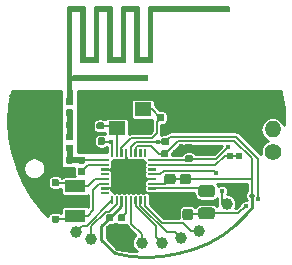
<source format=gbr>
G04 #@! TF.GenerationSoftware,KiCad,Pcbnew,(5.0.2)-1*
G04 #@! TF.CreationDate,2019-04-15T20:42:24-05:00*
G04 #@! TF.ProjectId,testDesign2,74657374-4465-4736-9967-6e322e6b6963,rev?*
G04 #@! TF.SameCoordinates,Original*
G04 #@! TF.FileFunction,Copper,L1,Top*
G04 #@! TF.FilePolarity,Positive*
%FSLAX46Y46*%
G04 Gerber Fmt 4.6, Leading zero omitted, Abs format (unit mm)*
G04 Created by KiCad (PCBNEW (5.0.2)-1) date 4/15/2019 8:42:24 PM*
%MOMM*%
%LPD*%
G01*
G04 APERTURE LIST*
G04 #@! TA.AperFunction,EtchedComponent*
%ADD10C,0.200000*%
G04 #@! TD*
G04 #@! TA.AperFunction,ComponentPad*
%ADD11R,0.508000X0.508000*%
G04 #@! TD*
G04 #@! TA.AperFunction,SMDPad,CuDef*
%ADD12R,0.508000X0.508000*%
G04 #@! TD*
G04 #@! TA.AperFunction,BGAPad,CuDef*
%ADD13C,1.000000*%
G04 #@! TD*
G04 #@! TA.AperFunction,SMDPad,CuDef*
%ADD14R,1.400000X1.150000*%
G04 #@! TD*
G04 #@! TA.AperFunction,SMDPad,CuDef*
%ADD15R,1.800000X1.000000*%
G04 #@! TD*
G04 #@! TA.AperFunction,Conductor*
%ADD16C,0.100000*%
G04 #@! TD*
G04 #@! TA.AperFunction,SMDPad,CuDef*
%ADD17C,2.900000*%
G04 #@! TD*
G04 #@! TA.AperFunction,ViaPad*
%ADD18C,0.500000*%
G04 #@! TD*
G04 #@! TA.AperFunction,SMDPad,CuDef*
%ADD19C,0.200000*%
G04 #@! TD*
G04 #@! TA.AperFunction,SMDPad,CuDef*
%ADD20C,0.590000*%
G04 #@! TD*
G04 #@! TA.AperFunction,SMDPad,CuDef*
%ADD21C,0.975000*%
G04 #@! TD*
G04 #@! TA.AperFunction,SMDPad,CuDef*
%ADD22C,0.875000*%
G04 #@! TD*
G04 #@! TA.AperFunction,SMDPad,CuDef*
%ADD23R,0.550000X0.550000*%
G04 #@! TD*
G04 #@! TA.AperFunction,ComponentPad*
%ADD24C,1.400000*%
G04 #@! TD*
G04 #@! TA.AperFunction,ComponentPad*
%ADD25O,1.400000X1.400000*%
G04 #@! TD*
G04 #@! TA.AperFunction,ViaPad*
%ADD26C,0.508000*%
G04 #@! TD*
G04 #@! TA.AperFunction,ViaPad*
%ADD27C,0.381000*%
G04 #@! TD*
G04 #@! TA.AperFunction,Conductor*
%ADD28C,0.508000*%
G04 #@! TD*
G04 #@! TA.AperFunction,Conductor*
%ADD29C,0.200000*%
G04 #@! TD*
G04 #@! TA.AperFunction,Conductor*
%ADD30C,0.250000*%
G04 #@! TD*
G04 #@! TA.AperFunction,Conductor*
%ADD31C,0.152400*%
G04 #@! TD*
G04 #@! TA.AperFunction,Conductor*
%ADD32C,0.254000*%
G04 #@! TD*
G04 APERTURE END LIST*
D10*
G04 #@! TO.C,AE1*
G36*
X51254000Y-45577600D02*
X57172200Y-45577600D01*
X57172200Y-45882400D01*
X51254000Y-45882400D01*
X51254000Y-45577600D01*
G37*
X51254000Y-45577600D02*
X57172200Y-45577600D01*
X57172200Y-45882400D01*
X51254000Y-45882400D01*
X51254000Y-45577600D01*
G36*
X50847600Y-46746000D02*
X50847600Y-39735600D01*
X52295400Y-39735600D01*
X52295400Y-43952000D01*
X52295400Y-44053600D01*
X53133600Y-44053600D01*
X53133600Y-39735600D01*
X54581400Y-39735600D01*
X54581400Y-44053600D01*
X55419600Y-44053600D01*
X55419600Y-39735600D01*
X56867400Y-39735600D01*
X56867400Y-44053600D01*
X57705600Y-44053600D01*
X57705600Y-39735600D01*
X64512800Y-39735600D01*
X64512800Y-40040400D01*
X58010400Y-40040400D01*
X58010400Y-44358400D01*
X56562600Y-44358400D01*
X56562600Y-40040400D01*
X55724400Y-40040400D01*
X55724400Y-44358400D01*
X54276600Y-44358400D01*
X54276600Y-40040400D01*
X53438400Y-40040400D01*
X53438400Y-44358400D01*
X51990600Y-44358400D01*
X51990600Y-40040400D01*
X51152400Y-40040400D01*
X51152400Y-46746000D01*
X50847600Y-46746000D01*
G37*
X50847600Y-46746000D02*
X50847600Y-39735600D01*
X52295400Y-39735600D01*
X52295400Y-43952000D01*
X52295400Y-44053600D01*
X53133600Y-44053600D01*
X53133600Y-39735600D01*
X54581400Y-39735600D01*
X54581400Y-44053600D01*
X55419600Y-44053600D01*
X55419600Y-39735600D01*
X56867400Y-39735600D01*
X56867400Y-44053600D01*
X57705600Y-44053600D01*
X57705600Y-39735600D01*
X64512800Y-39735600D01*
X64512800Y-40040400D01*
X58010400Y-40040400D01*
X58010400Y-44358400D01*
X56562600Y-44358400D01*
X56562600Y-40040400D01*
X55724400Y-40040400D01*
X55724400Y-44358400D01*
X54276600Y-44358400D01*
X54276600Y-40040400D01*
X53438400Y-40040400D01*
X53438400Y-44358400D01*
X51990600Y-44358400D01*
X51990600Y-40040400D01*
X51152400Y-40040400D01*
X51152400Y-46746000D01*
X50847600Y-46746000D01*
G04 #@! TD*
D11*
G04 #@! TO.P,AE1,2*
G04 #@! TO.N,N/C*
X57426200Y-45730000D03*
D12*
G04 #@! TO.P,AE1,1*
G04 #@! TO.N,Net-(AE1-Pad1)*
X51000000Y-47000000D03*
G04 #@! TD*
D13*
G04 #@! TO.P,TDO,1*
G04 #@! TO.N,Net-(TP6-Pad1)*
X60400000Y-59300000D03*
G04 #@! TD*
D14*
G04 #@! TO.P,Y2,4*
G04 #@! TO.N,GND*
X57200000Y-50000000D03*
G04 #@! TO.P,Y2,3*
G04 #@! TO.N,Net-(C8-Pad1)*
X55000000Y-50000000D03*
G04 #@! TO.P,Y2,2*
G04 #@! TO.N,GND*
X55000000Y-48400000D03*
G04 #@! TO.P,Y2,1*
G04 #@! TO.N,Net-(C10-Pad1)*
X57200000Y-48400000D03*
G04 #@! TD*
D15*
G04 #@! TO.P,Y1,1*
G04 #@! TO.N,Net-(C3-Pad1)*
X51500000Y-54900000D03*
G04 #@! TO.P,Y1,2*
G04 #@! TO.N,Net-(C6-Pad1)*
X51500000Y-57400000D03*
G04 #@! TD*
D16*
G04 #@! TO.N,GND*
G04 #@! TO.C,U1*
G36*
X57224504Y-52651204D02*
X57248773Y-52654804D01*
X57272571Y-52660765D01*
X57295671Y-52669030D01*
X57317849Y-52679520D01*
X57338893Y-52692133D01*
X57358598Y-52706747D01*
X57376777Y-52723223D01*
X57393253Y-52741402D01*
X57407867Y-52761107D01*
X57420480Y-52782151D01*
X57430970Y-52804329D01*
X57439235Y-52827429D01*
X57445196Y-52851227D01*
X57448796Y-52875496D01*
X57450000Y-52900000D01*
X57450000Y-55300000D01*
X57448796Y-55324504D01*
X57445196Y-55348773D01*
X57439235Y-55372571D01*
X57430970Y-55395671D01*
X57420480Y-55417849D01*
X57407867Y-55438893D01*
X57393253Y-55458598D01*
X57376777Y-55476777D01*
X57358598Y-55493253D01*
X57338893Y-55507867D01*
X57317849Y-55520480D01*
X57295671Y-55530970D01*
X57272571Y-55539235D01*
X57248773Y-55545196D01*
X57224504Y-55548796D01*
X57200000Y-55550000D01*
X54800000Y-55550000D01*
X54775496Y-55548796D01*
X54751227Y-55545196D01*
X54727429Y-55539235D01*
X54704329Y-55530970D01*
X54682151Y-55520480D01*
X54661107Y-55507867D01*
X54641402Y-55493253D01*
X54623223Y-55476777D01*
X54606747Y-55458598D01*
X54592133Y-55438893D01*
X54579520Y-55417849D01*
X54569030Y-55395671D01*
X54560765Y-55372571D01*
X54554804Y-55348773D01*
X54551204Y-55324504D01*
X54550000Y-55300000D01*
X54550000Y-52900000D01*
X54551204Y-52875496D01*
X54554804Y-52851227D01*
X54560765Y-52827429D01*
X54569030Y-52804329D01*
X54579520Y-52782151D01*
X54592133Y-52761107D01*
X54606747Y-52741402D01*
X54623223Y-52723223D01*
X54641402Y-52706747D01*
X54661107Y-52692133D01*
X54682151Y-52679520D01*
X54704329Y-52669030D01*
X54727429Y-52660765D01*
X54751227Y-52654804D01*
X54775496Y-52651204D01*
X54800000Y-52650000D01*
X57200000Y-52650000D01*
X57224504Y-52651204D01*
X57224504Y-52651204D01*
G37*
D17*
G04 #@! TD*
G04 #@! TO.P,U1,33*
G04 #@! TO.N,GND*
X56000000Y-54100000D03*
D18*
G04 #@! TO.N,GND*
G04 #@! TO.C,U1*
X54800000Y-52900000D03*
X56000000Y-52900000D03*
X57200000Y-52900000D03*
X54800000Y-54100000D03*
X56000000Y-54100000D03*
X57200000Y-54100000D03*
X54800000Y-55300000D03*
X56000000Y-55300000D03*
X57200000Y-55300000D03*
D16*
G04 #@! TO.N,Net-(C4-Pad1)*
G36*
X54304901Y-52600241D02*
X54309755Y-52600961D01*
X54314514Y-52602153D01*
X54319134Y-52603806D01*
X54323570Y-52605904D01*
X54327779Y-52608427D01*
X54331720Y-52611349D01*
X54335355Y-52614645D01*
X54338651Y-52618280D01*
X54341573Y-52622221D01*
X54344096Y-52626430D01*
X54346194Y-52630866D01*
X54347847Y-52635486D01*
X54349039Y-52640245D01*
X54349759Y-52645099D01*
X54350000Y-52650000D01*
X54350000Y-52750000D01*
X54349759Y-52754901D01*
X54349039Y-52759755D01*
X54347847Y-52764514D01*
X54346194Y-52769134D01*
X54344096Y-52773570D01*
X54341573Y-52777779D01*
X54338651Y-52781720D01*
X54335355Y-52785355D01*
X54331720Y-52788651D01*
X54327779Y-52791573D01*
X54323570Y-52794096D01*
X54319134Y-52796194D01*
X54314514Y-52797847D01*
X54309755Y-52799039D01*
X54304901Y-52799759D01*
X54300000Y-52800000D01*
X53700000Y-52800000D01*
X53695099Y-52799759D01*
X53690245Y-52799039D01*
X53685486Y-52797847D01*
X53680866Y-52796194D01*
X53676430Y-52794096D01*
X53672221Y-52791573D01*
X53668280Y-52788651D01*
X53664645Y-52785355D01*
X53661349Y-52781720D01*
X53658427Y-52777779D01*
X53655904Y-52773570D01*
X53653806Y-52769134D01*
X53652153Y-52764514D01*
X53650961Y-52759755D01*
X53650241Y-52754901D01*
X53650000Y-52750000D01*
X53650000Y-52650000D01*
X53650241Y-52645099D01*
X53650961Y-52640245D01*
X53652153Y-52635486D01*
X53653806Y-52630866D01*
X53655904Y-52626430D01*
X53658427Y-52622221D01*
X53661349Y-52618280D01*
X53664645Y-52614645D01*
X53668280Y-52611349D01*
X53672221Y-52608427D01*
X53676430Y-52605904D01*
X53680866Y-52603806D01*
X53685486Y-52602153D01*
X53690245Y-52600961D01*
X53695099Y-52600241D01*
X53700000Y-52600000D01*
X54300000Y-52600000D01*
X54304901Y-52600241D01*
X54304901Y-52600241D01*
G37*
D19*
G04 #@! TD*
G04 #@! TO.P,U1,1*
G04 #@! TO.N,Net-(C4-Pad1)*
X54000000Y-52700000D03*
D16*
G04 #@! TO.N,Net-(L2-Pad2)*
G04 #@! TO.C,U1*
G36*
X54304901Y-53000241D02*
X54309755Y-53000961D01*
X54314514Y-53002153D01*
X54319134Y-53003806D01*
X54323570Y-53005904D01*
X54327779Y-53008427D01*
X54331720Y-53011349D01*
X54335355Y-53014645D01*
X54338651Y-53018280D01*
X54341573Y-53022221D01*
X54344096Y-53026430D01*
X54346194Y-53030866D01*
X54347847Y-53035486D01*
X54349039Y-53040245D01*
X54349759Y-53045099D01*
X54350000Y-53050000D01*
X54350000Y-53150000D01*
X54349759Y-53154901D01*
X54349039Y-53159755D01*
X54347847Y-53164514D01*
X54346194Y-53169134D01*
X54344096Y-53173570D01*
X54341573Y-53177779D01*
X54338651Y-53181720D01*
X54335355Y-53185355D01*
X54331720Y-53188651D01*
X54327779Y-53191573D01*
X54323570Y-53194096D01*
X54319134Y-53196194D01*
X54314514Y-53197847D01*
X54309755Y-53199039D01*
X54304901Y-53199759D01*
X54300000Y-53200000D01*
X53700000Y-53200000D01*
X53695099Y-53199759D01*
X53690245Y-53199039D01*
X53685486Y-53197847D01*
X53680866Y-53196194D01*
X53676430Y-53194096D01*
X53672221Y-53191573D01*
X53668280Y-53188651D01*
X53664645Y-53185355D01*
X53661349Y-53181720D01*
X53658427Y-53177779D01*
X53655904Y-53173570D01*
X53653806Y-53169134D01*
X53652153Y-53164514D01*
X53650961Y-53159755D01*
X53650241Y-53154901D01*
X53650000Y-53150000D01*
X53650000Y-53050000D01*
X53650241Y-53045099D01*
X53650961Y-53040245D01*
X53652153Y-53035486D01*
X53653806Y-53030866D01*
X53655904Y-53026430D01*
X53658427Y-53022221D01*
X53661349Y-53018280D01*
X53664645Y-53014645D01*
X53668280Y-53011349D01*
X53672221Y-53008427D01*
X53676430Y-53005904D01*
X53680866Y-53003806D01*
X53685486Y-53002153D01*
X53690245Y-53000961D01*
X53695099Y-53000241D01*
X53700000Y-53000000D01*
X54300000Y-53000000D01*
X54304901Y-53000241D01*
X54304901Y-53000241D01*
G37*
D19*
G04 #@! TD*
G04 #@! TO.P,U1,2*
G04 #@! TO.N,Net-(L2-Pad2)*
X54000000Y-53100000D03*
D16*
G04 #@! TO.N,GND*
G04 #@! TO.C,U1*
G36*
X54304901Y-53400241D02*
X54309755Y-53400961D01*
X54314514Y-53402153D01*
X54319134Y-53403806D01*
X54323570Y-53405904D01*
X54327779Y-53408427D01*
X54331720Y-53411349D01*
X54335355Y-53414645D01*
X54338651Y-53418280D01*
X54341573Y-53422221D01*
X54344096Y-53426430D01*
X54346194Y-53430866D01*
X54347847Y-53435486D01*
X54349039Y-53440245D01*
X54349759Y-53445099D01*
X54350000Y-53450000D01*
X54350000Y-53550000D01*
X54349759Y-53554901D01*
X54349039Y-53559755D01*
X54347847Y-53564514D01*
X54346194Y-53569134D01*
X54344096Y-53573570D01*
X54341573Y-53577779D01*
X54338651Y-53581720D01*
X54335355Y-53585355D01*
X54331720Y-53588651D01*
X54327779Y-53591573D01*
X54323570Y-53594096D01*
X54319134Y-53596194D01*
X54314514Y-53597847D01*
X54309755Y-53599039D01*
X54304901Y-53599759D01*
X54300000Y-53600000D01*
X53700000Y-53600000D01*
X53695099Y-53599759D01*
X53690245Y-53599039D01*
X53685486Y-53597847D01*
X53680866Y-53596194D01*
X53676430Y-53594096D01*
X53672221Y-53591573D01*
X53668280Y-53588651D01*
X53664645Y-53585355D01*
X53661349Y-53581720D01*
X53658427Y-53577779D01*
X53655904Y-53573570D01*
X53653806Y-53569134D01*
X53652153Y-53564514D01*
X53650961Y-53559755D01*
X53650241Y-53554901D01*
X53650000Y-53550000D01*
X53650000Y-53450000D01*
X53650241Y-53445099D01*
X53650961Y-53440245D01*
X53652153Y-53435486D01*
X53653806Y-53430866D01*
X53655904Y-53426430D01*
X53658427Y-53422221D01*
X53661349Y-53418280D01*
X53664645Y-53414645D01*
X53668280Y-53411349D01*
X53672221Y-53408427D01*
X53676430Y-53405904D01*
X53680866Y-53403806D01*
X53685486Y-53402153D01*
X53690245Y-53400961D01*
X53695099Y-53400241D01*
X53700000Y-53400000D01*
X54300000Y-53400000D01*
X54304901Y-53400241D01*
X54304901Y-53400241D01*
G37*
D19*
G04 #@! TD*
G04 #@! TO.P,U1,3*
G04 #@! TO.N,GND*
X54000000Y-53500000D03*
D16*
G04 #@! TO.N,Net-(U1-Pad4)*
G04 #@! TO.C,U1*
G36*
X54304901Y-53800241D02*
X54309755Y-53800961D01*
X54314514Y-53802153D01*
X54319134Y-53803806D01*
X54323570Y-53805904D01*
X54327779Y-53808427D01*
X54331720Y-53811349D01*
X54335355Y-53814645D01*
X54338651Y-53818280D01*
X54341573Y-53822221D01*
X54344096Y-53826430D01*
X54346194Y-53830866D01*
X54347847Y-53835486D01*
X54349039Y-53840245D01*
X54349759Y-53845099D01*
X54350000Y-53850000D01*
X54350000Y-53950000D01*
X54349759Y-53954901D01*
X54349039Y-53959755D01*
X54347847Y-53964514D01*
X54346194Y-53969134D01*
X54344096Y-53973570D01*
X54341573Y-53977779D01*
X54338651Y-53981720D01*
X54335355Y-53985355D01*
X54331720Y-53988651D01*
X54327779Y-53991573D01*
X54323570Y-53994096D01*
X54319134Y-53996194D01*
X54314514Y-53997847D01*
X54309755Y-53999039D01*
X54304901Y-53999759D01*
X54300000Y-54000000D01*
X53700000Y-54000000D01*
X53695099Y-53999759D01*
X53690245Y-53999039D01*
X53685486Y-53997847D01*
X53680866Y-53996194D01*
X53676430Y-53994096D01*
X53672221Y-53991573D01*
X53668280Y-53988651D01*
X53664645Y-53985355D01*
X53661349Y-53981720D01*
X53658427Y-53977779D01*
X53655904Y-53973570D01*
X53653806Y-53969134D01*
X53652153Y-53964514D01*
X53650961Y-53959755D01*
X53650241Y-53954901D01*
X53650000Y-53950000D01*
X53650000Y-53850000D01*
X53650241Y-53845099D01*
X53650961Y-53840245D01*
X53652153Y-53835486D01*
X53653806Y-53830866D01*
X53655904Y-53826430D01*
X53658427Y-53822221D01*
X53661349Y-53818280D01*
X53664645Y-53814645D01*
X53668280Y-53811349D01*
X53672221Y-53808427D01*
X53676430Y-53805904D01*
X53680866Y-53803806D01*
X53685486Y-53802153D01*
X53690245Y-53800961D01*
X53695099Y-53800241D01*
X53700000Y-53800000D01*
X54300000Y-53800000D01*
X54304901Y-53800241D01*
X54304901Y-53800241D01*
G37*
D19*
G04 #@! TD*
G04 #@! TO.P,U1,4*
G04 #@! TO.N,Net-(U1-Pad4)*
X54000000Y-53900000D03*
D16*
G04 #@! TO.N,Net-(C3-Pad1)*
G04 #@! TO.C,U1*
G36*
X54304901Y-54200241D02*
X54309755Y-54200961D01*
X54314514Y-54202153D01*
X54319134Y-54203806D01*
X54323570Y-54205904D01*
X54327779Y-54208427D01*
X54331720Y-54211349D01*
X54335355Y-54214645D01*
X54338651Y-54218280D01*
X54341573Y-54222221D01*
X54344096Y-54226430D01*
X54346194Y-54230866D01*
X54347847Y-54235486D01*
X54349039Y-54240245D01*
X54349759Y-54245099D01*
X54350000Y-54250000D01*
X54350000Y-54350000D01*
X54349759Y-54354901D01*
X54349039Y-54359755D01*
X54347847Y-54364514D01*
X54346194Y-54369134D01*
X54344096Y-54373570D01*
X54341573Y-54377779D01*
X54338651Y-54381720D01*
X54335355Y-54385355D01*
X54331720Y-54388651D01*
X54327779Y-54391573D01*
X54323570Y-54394096D01*
X54319134Y-54396194D01*
X54314514Y-54397847D01*
X54309755Y-54399039D01*
X54304901Y-54399759D01*
X54300000Y-54400000D01*
X53700000Y-54400000D01*
X53695099Y-54399759D01*
X53690245Y-54399039D01*
X53685486Y-54397847D01*
X53680866Y-54396194D01*
X53676430Y-54394096D01*
X53672221Y-54391573D01*
X53668280Y-54388651D01*
X53664645Y-54385355D01*
X53661349Y-54381720D01*
X53658427Y-54377779D01*
X53655904Y-54373570D01*
X53653806Y-54369134D01*
X53652153Y-54364514D01*
X53650961Y-54359755D01*
X53650241Y-54354901D01*
X53650000Y-54350000D01*
X53650000Y-54250000D01*
X53650241Y-54245099D01*
X53650961Y-54240245D01*
X53652153Y-54235486D01*
X53653806Y-54230866D01*
X53655904Y-54226430D01*
X53658427Y-54222221D01*
X53661349Y-54218280D01*
X53664645Y-54214645D01*
X53668280Y-54211349D01*
X53672221Y-54208427D01*
X53676430Y-54205904D01*
X53680866Y-54203806D01*
X53685486Y-54202153D01*
X53690245Y-54200961D01*
X53695099Y-54200241D01*
X53700000Y-54200000D01*
X54300000Y-54200000D01*
X54304901Y-54200241D01*
X54304901Y-54200241D01*
G37*
D19*
G04 #@! TD*
G04 #@! TO.P,U1,5*
G04 #@! TO.N,Net-(C3-Pad1)*
X54000000Y-54300000D03*
D16*
G04 #@! TO.N,Net-(C6-Pad1)*
G04 #@! TO.C,U1*
G36*
X54304901Y-54600241D02*
X54309755Y-54600961D01*
X54314514Y-54602153D01*
X54319134Y-54603806D01*
X54323570Y-54605904D01*
X54327779Y-54608427D01*
X54331720Y-54611349D01*
X54335355Y-54614645D01*
X54338651Y-54618280D01*
X54341573Y-54622221D01*
X54344096Y-54626430D01*
X54346194Y-54630866D01*
X54347847Y-54635486D01*
X54349039Y-54640245D01*
X54349759Y-54645099D01*
X54350000Y-54650000D01*
X54350000Y-54750000D01*
X54349759Y-54754901D01*
X54349039Y-54759755D01*
X54347847Y-54764514D01*
X54346194Y-54769134D01*
X54344096Y-54773570D01*
X54341573Y-54777779D01*
X54338651Y-54781720D01*
X54335355Y-54785355D01*
X54331720Y-54788651D01*
X54327779Y-54791573D01*
X54323570Y-54794096D01*
X54319134Y-54796194D01*
X54314514Y-54797847D01*
X54309755Y-54799039D01*
X54304901Y-54799759D01*
X54300000Y-54800000D01*
X53700000Y-54800000D01*
X53695099Y-54799759D01*
X53690245Y-54799039D01*
X53685486Y-54797847D01*
X53680866Y-54796194D01*
X53676430Y-54794096D01*
X53672221Y-54791573D01*
X53668280Y-54788651D01*
X53664645Y-54785355D01*
X53661349Y-54781720D01*
X53658427Y-54777779D01*
X53655904Y-54773570D01*
X53653806Y-54769134D01*
X53652153Y-54764514D01*
X53650961Y-54759755D01*
X53650241Y-54754901D01*
X53650000Y-54750000D01*
X53650000Y-54650000D01*
X53650241Y-54645099D01*
X53650961Y-54640245D01*
X53652153Y-54635486D01*
X53653806Y-54630866D01*
X53655904Y-54626430D01*
X53658427Y-54622221D01*
X53661349Y-54618280D01*
X53664645Y-54614645D01*
X53668280Y-54611349D01*
X53672221Y-54608427D01*
X53676430Y-54605904D01*
X53680866Y-54603806D01*
X53685486Y-54602153D01*
X53690245Y-54600961D01*
X53695099Y-54600241D01*
X53700000Y-54600000D01*
X54300000Y-54600000D01*
X54304901Y-54600241D01*
X54304901Y-54600241D01*
G37*
D19*
G04 #@! TD*
G04 #@! TO.P,U1,6*
G04 #@! TO.N,Net-(C6-Pad1)*
X54000000Y-54700000D03*
D16*
G04 #@! TO.N,GND*
G04 #@! TO.C,U1*
G36*
X54304901Y-55000241D02*
X54309755Y-55000961D01*
X54314514Y-55002153D01*
X54319134Y-55003806D01*
X54323570Y-55005904D01*
X54327779Y-55008427D01*
X54331720Y-55011349D01*
X54335355Y-55014645D01*
X54338651Y-55018280D01*
X54341573Y-55022221D01*
X54344096Y-55026430D01*
X54346194Y-55030866D01*
X54347847Y-55035486D01*
X54349039Y-55040245D01*
X54349759Y-55045099D01*
X54350000Y-55050000D01*
X54350000Y-55150000D01*
X54349759Y-55154901D01*
X54349039Y-55159755D01*
X54347847Y-55164514D01*
X54346194Y-55169134D01*
X54344096Y-55173570D01*
X54341573Y-55177779D01*
X54338651Y-55181720D01*
X54335355Y-55185355D01*
X54331720Y-55188651D01*
X54327779Y-55191573D01*
X54323570Y-55194096D01*
X54319134Y-55196194D01*
X54314514Y-55197847D01*
X54309755Y-55199039D01*
X54304901Y-55199759D01*
X54300000Y-55200000D01*
X53700000Y-55200000D01*
X53695099Y-55199759D01*
X53690245Y-55199039D01*
X53685486Y-55197847D01*
X53680866Y-55196194D01*
X53676430Y-55194096D01*
X53672221Y-55191573D01*
X53668280Y-55188651D01*
X53664645Y-55185355D01*
X53661349Y-55181720D01*
X53658427Y-55177779D01*
X53655904Y-55173570D01*
X53653806Y-55169134D01*
X53652153Y-55164514D01*
X53650961Y-55159755D01*
X53650241Y-55154901D01*
X53650000Y-55150000D01*
X53650000Y-55050000D01*
X53650241Y-55045099D01*
X53650961Y-55040245D01*
X53652153Y-55035486D01*
X53653806Y-55030866D01*
X53655904Y-55026430D01*
X53658427Y-55022221D01*
X53661349Y-55018280D01*
X53664645Y-55014645D01*
X53668280Y-55011349D01*
X53672221Y-55008427D01*
X53676430Y-55005904D01*
X53680866Y-55003806D01*
X53685486Y-55002153D01*
X53690245Y-55000961D01*
X53695099Y-55000241D01*
X53700000Y-55000000D01*
X54300000Y-55000000D01*
X54304901Y-55000241D01*
X54304901Y-55000241D01*
G37*
D19*
G04 #@! TD*
G04 #@! TO.P,U1,7*
G04 #@! TO.N,GND*
X54000000Y-55100000D03*
D16*
G04 #@! TO.N,Net-(U1-Pad8)*
G04 #@! TO.C,U1*
G36*
X54304901Y-55400241D02*
X54309755Y-55400961D01*
X54314514Y-55402153D01*
X54319134Y-55403806D01*
X54323570Y-55405904D01*
X54327779Y-55408427D01*
X54331720Y-55411349D01*
X54335355Y-55414645D01*
X54338651Y-55418280D01*
X54341573Y-55422221D01*
X54344096Y-55426430D01*
X54346194Y-55430866D01*
X54347847Y-55435486D01*
X54349039Y-55440245D01*
X54349759Y-55445099D01*
X54350000Y-55450000D01*
X54350000Y-55550000D01*
X54349759Y-55554901D01*
X54349039Y-55559755D01*
X54347847Y-55564514D01*
X54346194Y-55569134D01*
X54344096Y-55573570D01*
X54341573Y-55577779D01*
X54338651Y-55581720D01*
X54335355Y-55585355D01*
X54331720Y-55588651D01*
X54327779Y-55591573D01*
X54323570Y-55594096D01*
X54319134Y-55596194D01*
X54314514Y-55597847D01*
X54309755Y-55599039D01*
X54304901Y-55599759D01*
X54300000Y-55600000D01*
X53700000Y-55600000D01*
X53695099Y-55599759D01*
X53690245Y-55599039D01*
X53685486Y-55597847D01*
X53680866Y-55596194D01*
X53676430Y-55594096D01*
X53672221Y-55591573D01*
X53668280Y-55588651D01*
X53664645Y-55585355D01*
X53661349Y-55581720D01*
X53658427Y-55577779D01*
X53655904Y-55573570D01*
X53653806Y-55569134D01*
X53652153Y-55564514D01*
X53650961Y-55559755D01*
X53650241Y-55554901D01*
X53650000Y-55550000D01*
X53650000Y-55450000D01*
X53650241Y-55445099D01*
X53650961Y-55440245D01*
X53652153Y-55435486D01*
X53653806Y-55430866D01*
X53655904Y-55426430D01*
X53658427Y-55422221D01*
X53661349Y-55418280D01*
X53664645Y-55414645D01*
X53668280Y-55411349D01*
X53672221Y-55408427D01*
X53676430Y-55405904D01*
X53680866Y-55403806D01*
X53685486Y-55402153D01*
X53690245Y-55400961D01*
X53695099Y-55400241D01*
X53700000Y-55400000D01*
X54300000Y-55400000D01*
X54304901Y-55400241D01*
X54304901Y-55400241D01*
G37*
D19*
G04 #@! TD*
G04 #@! TO.P,U1,8*
G04 #@! TO.N,Net-(U1-Pad8)*
X54000000Y-55500000D03*
D16*
G04 #@! TO.N,Net-(TP1-Pad1)*
G04 #@! TO.C,U1*
G36*
X54654901Y-55750241D02*
X54659755Y-55750961D01*
X54664514Y-55752153D01*
X54669134Y-55753806D01*
X54673570Y-55755904D01*
X54677779Y-55758427D01*
X54681720Y-55761349D01*
X54685355Y-55764645D01*
X54688651Y-55768280D01*
X54691573Y-55772221D01*
X54694096Y-55776430D01*
X54696194Y-55780866D01*
X54697847Y-55785486D01*
X54699039Y-55790245D01*
X54699759Y-55795099D01*
X54700000Y-55800000D01*
X54700000Y-56400000D01*
X54699759Y-56404901D01*
X54699039Y-56409755D01*
X54697847Y-56414514D01*
X54696194Y-56419134D01*
X54694096Y-56423570D01*
X54691573Y-56427779D01*
X54688651Y-56431720D01*
X54685355Y-56435355D01*
X54681720Y-56438651D01*
X54677779Y-56441573D01*
X54673570Y-56444096D01*
X54669134Y-56446194D01*
X54664514Y-56447847D01*
X54659755Y-56449039D01*
X54654901Y-56449759D01*
X54650000Y-56450000D01*
X54550000Y-56450000D01*
X54545099Y-56449759D01*
X54540245Y-56449039D01*
X54535486Y-56447847D01*
X54530866Y-56446194D01*
X54526430Y-56444096D01*
X54522221Y-56441573D01*
X54518280Y-56438651D01*
X54514645Y-56435355D01*
X54511349Y-56431720D01*
X54508427Y-56427779D01*
X54505904Y-56423570D01*
X54503806Y-56419134D01*
X54502153Y-56414514D01*
X54500961Y-56409755D01*
X54500241Y-56404901D01*
X54500000Y-56400000D01*
X54500000Y-55800000D01*
X54500241Y-55795099D01*
X54500961Y-55790245D01*
X54502153Y-55785486D01*
X54503806Y-55780866D01*
X54505904Y-55776430D01*
X54508427Y-55772221D01*
X54511349Y-55768280D01*
X54514645Y-55764645D01*
X54518280Y-55761349D01*
X54522221Y-55758427D01*
X54526430Y-55755904D01*
X54530866Y-55753806D01*
X54535486Y-55752153D01*
X54540245Y-55750961D01*
X54545099Y-55750241D01*
X54550000Y-55750000D01*
X54650000Y-55750000D01*
X54654901Y-55750241D01*
X54654901Y-55750241D01*
G37*
D19*
G04 #@! TD*
G04 #@! TO.P,U1,9*
G04 #@! TO.N,Net-(TP1-Pad1)*
X54600000Y-56100000D03*
D16*
G04 #@! TO.N,Net-(TP2-Pad1)*
G04 #@! TO.C,U1*
G36*
X55054901Y-55750241D02*
X55059755Y-55750961D01*
X55064514Y-55752153D01*
X55069134Y-55753806D01*
X55073570Y-55755904D01*
X55077779Y-55758427D01*
X55081720Y-55761349D01*
X55085355Y-55764645D01*
X55088651Y-55768280D01*
X55091573Y-55772221D01*
X55094096Y-55776430D01*
X55096194Y-55780866D01*
X55097847Y-55785486D01*
X55099039Y-55790245D01*
X55099759Y-55795099D01*
X55100000Y-55800000D01*
X55100000Y-56400000D01*
X55099759Y-56404901D01*
X55099039Y-56409755D01*
X55097847Y-56414514D01*
X55096194Y-56419134D01*
X55094096Y-56423570D01*
X55091573Y-56427779D01*
X55088651Y-56431720D01*
X55085355Y-56435355D01*
X55081720Y-56438651D01*
X55077779Y-56441573D01*
X55073570Y-56444096D01*
X55069134Y-56446194D01*
X55064514Y-56447847D01*
X55059755Y-56449039D01*
X55054901Y-56449759D01*
X55050000Y-56450000D01*
X54950000Y-56450000D01*
X54945099Y-56449759D01*
X54940245Y-56449039D01*
X54935486Y-56447847D01*
X54930866Y-56446194D01*
X54926430Y-56444096D01*
X54922221Y-56441573D01*
X54918280Y-56438651D01*
X54914645Y-56435355D01*
X54911349Y-56431720D01*
X54908427Y-56427779D01*
X54905904Y-56423570D01*
X54903806Y-56419134D01*
X54902153Y-56414514D01*
X54900961Y-56409755D01*
X54900241Y-56404901D01*
X54900000Y-56400000D01*
X54900000Y-55800000D01*
X54900241Y-55795099D01*
X54900961Y-55790245D01*
X54902153Y-55785486D01*
X54903806Y-55780866D01*
X54905904Y-55776430D01*
X54908427Y-55772221D01*
X54911349Y-55768280D01*
X54914645Y-55764645D01*
X54918280Y-55761349D01*
X54922221Y-55758427D01*
X54926430Y-55755904D01*
X54930866Y-55753806D01*
X54935486Y-55752153D01*
X54940245Y-55750961D01*
X54945099Y-55750241D01*
X54950000Y-55750000D01*
X55050000Y-55750000D01*
X55054901Y-55750241D01*
X55054901Y-55750241D01*
G37*
D19*
G04 #@! TD*
G04 #@! TO.P,U1,10*
G04 #@! TO.N,Net-(TP2-Pad1)*
X55000000Y-56100000D03*
D16*
G04 #@! TO.N,VDDS*
G04 #@! TO.C,U1*
G36*
X55454901Y-55750241D02*
X55459755Y-55750961D01*
X55464514Y-55752153D01*
X55469134Y-55753806D01*
X55473570Y-55755904D01*
X55477779Y-55758427D01*
X55481720Y-55761349D01*
X55485355Y-55764645D01*
X55488651Y-55768280D01*
X55491573Y-55772221D01*
X55494096Y-55776430D01*
X55496194Y-55780866D01*
X55497847Y-55785486D01*
X55499039Y-55790245D01*
X55499759Y-55795099D01*
X55500000Y-55800000D01*
X55500000Y-56400000D01*
X55499759Y-56404901D01*
X55499039Y-56409755D01*
X55497847Y-56414514D01*
X55496194Y-56419134D01*
X55494096Y-56423570D01*
X55491573Y-56427779D01*
X55488651Y-56431720D01*
X55485355Y-56435355D01*
X55481720Y-56438651D01*
X55477779Y-56441573D01*
X55473570Y-56444096D01*
X55469134Y-56446194D01*
X55464514Y-56447847D01*
X55459755Y-56449039D01*
X55454901Y-56449759D01*
X55450000Y-56450000D01*
X55350000Y-56450000D01*
X55345099Y-56449759D01*
X55340245Y-56449039D01*
X55335486Y-56447847D01*
X55330866Y-56446194D01*
X55326430Y-56444096D01*
X55322221Y-56441573D01*
X55318280Y-56438651D01*
X55314645Y-56435355D01*
X55311349Y-56431720D01*
X55308427Y-56427779D01*
X55305904Y-56423570D01*
X55303806Y-56419134D01*
X55302153Y-56414514D01*
X55300961Y-56409755D01*
X55300241Y-56404901D01*
X55300000Y-56400000D01*
X55300000Y-55800000D01*
X55300241Y-55795099D01*
X55300961Y-55790245D01*
X55302153Y-55785486D01*
X55303806Y-55780866D01*
X55305904Y-55776430D01*
X55308427Y-55772221D01*
X55311349Y-55768280D01*
X55314645Y-55764645D01*
X55318280Y-55761349D01*
X55322221Y-55758427D01*
X55326430Y-55755904D01*
X55330866Y-55753806D01*
X55335486Y-55752153D01*
X55340245Y-55750961D01*
X55345099Y-55750241D01*
X55350000Y-55750000D01*
X55450000Y-55750000D01*
X55454901Y-55750241D01*
X55454901Y-55750241D01*
G37*
D19*
G04 #@! TD*
G04 #@! TO.P,U1,11*
G04 #@! TO.N,VDDS*
X55400000Y-56100000D03*
D16*
G04 #@! TO.N,Net-(C11-Pad1)*
G04 #@! TO.C,U1*
G36*
X55854901Y-55750241D02*
X55859755Y-55750961D01*
X55864514Y-55752153D01*
X55869134Y-55753806D01*
X55873570Y-55755904D01*
X55877779Y-55758427D01*
X55881720Y-55761349D01*
X55885355Y-55764645D01*
X55888651Y-55768280D01*
X55891573Y-55772221D01*
X55894096Y-55776430D01*
X55896194Y-55780866D01*
X55897847Y-55785486D01*
X55899039Y-55790245D01*
X55899759Y-55795099D01*
X55900000Y-55800000D01*
X55900000Y-56400000D01*
X55899759Y-56404901D01*
X55899039Y-56409755D01*
X55897847Y-56414514D01*
X55896194Y-56419134D01*
X55894096Y-56423570D01*
X55891573Y-56427779D01*
X55888651Y-56431720D01*
X55885355Y-56435355D01*
X55881720Y-56438651D01*
X55877779Y-56441573D01*
X55873570Y-56444096D01*
X55869134Y-56446194D01*
X55864514Y-56447847D01*
X55859755Y-56449039D01*
X55854901Y-56449759D01*
X55850000Y-56450000D01*
X55750000Y-56450000D01*
X55745099Y-56449759D01*
X55740245Y-56449039D01*
X55735486Y-56447847D01*
X55730866Y-56446194D01*
X55726430Y-56444096D01*
X55722221Y-56441573D01*
X55718280Y-56438651D01*
X55714645Y-56435355D01*
X55711349Y-56431720D01*
X55708427Y-56427779D01*
X55705904Y-56423570D01*
X55703806Y-56419134D01*
X55702153Y-56414514D01*
X55700961Y-56409755D01*
X55700241Y-56404901D01*
X55700000Y-56400000D01*
X55700000Y-55800000D01*
X55700241Y-55795099D01*
X55700961Y-55790245D01*
X55702153Y-55785486D01*
X55703806Y-55780866D01*
X55705904Y-55776430D01*
X55708427Y-55772221D01*
X55711349Y-55768280D01*
X55714645Y-55764645D01*
X55718280Y-55761349D01*
X55722221Y-55758427D01*
X55726430Y-55755904D01*
X55730866Y-55753806D01*
X55735486Y-55752153D01*
X55740245Y-55750961D01*
X55745099Y-55750241D01*
X55750000Y-55750000D01*
X55850000Y-55750000D01*
X55854901Y-55750241D01*
X55854901Y-55750241D01*
G37*
D19*
G04 #@! TD*
G04 #@! TO.P,U1,12*
G04 #@! TO.N,Net-(C11-Pad1)*
X55800000Y-56100000D03*
D16*
G04 #@! TO.N,Net-(TP4-Pad1)*
G04 #@! TO.C,U1*
G36*
X56254901Y-55750241D02*
X56259755Y-55750961D01*
X56264514Y-55752153D01*
X56269134Y-55753806D01*
X56273570Y-55755904D01*
X56277779Y-55758427D01*
X56281720Y-55761349D01*
X56285355Y-55764645D01*
X56288651Y-55768280D01*
X56291573Y-55772221D01*
X56294096Y-55776430D01*
X56296194Y-55780866D01*
X56297847Y-55785486D01*
X56299039Y-55790245D01*
X56299759Y-55795099D01*
X56300000Y-55800000D01*
X56300000Y-56400000D01*
X56299759Y-56404901D01*
X56299039Y-56409755D01*
X56297847Y-56414514D01*
X56296194Y-56419134D01*
X56294096Y-56423570D01*
X56291573Y-56427779D01*
X56288651Y-56431720D01*
X56285355Y-56435355D01*
X56281720Y-56438651D01*
X56277779Y-56441573D01*
X56273570Y-56444096D01*
X56269134Y-56446194D01*
X56264514Y-56447847D01*
X56259755Y-56449039D01*
X56254901Y-56449759D01*
X56250000Y-56450000D01*
X56150000Y-56450000D01*
X56145099Y-56449759D01*
X56140245Y-56449039D01*
X56135486Y-56447847D01*
X56130866Y-56446194D01*
X56126430Y-56444096D01*
X56122221Y-56441573D01*
X56118280Y-56438651D01*
X56114645Y-56435355D01*
X56111349Y-56431720D01*
X56108427Y-56427779D01*
X56105904Y-56423570D01*
X56103806Y-56419134D01*
X56102153Y-56414514D01*
X56100961Y-56409755D01*
X56100241Y-56404901D01*
X56100000Y-56400000D01*
X56100000Y-55800000D01*
X56100241Y-55795099D01*
X56100961Y-55790245D01*
X56102153Y-55785486D01*
X56103806Y-55780866D01*
X56105904Y-55776430D01*
X56108427Y-55772221D01*
X56111349Y-55768280D01*
X56114645Y-55764645D01*
X56118280Y-55761349D01*
X56122221Y-55758427D01*
X56126430Y-55755904D01*
X56130866Y-55753806D01*
X56135486Y-55752153D01*
X56140245Y-55750961D01*
X56145099Y-55750241D01*
X56150000Y-55750000D01*
X56250000Y-55750000D01*
X56254901Y-55750241D01*
X56254901Y-55750241D01*
G37*
D19*
G04 #@! TD*
G04 #@! TO.P,U1,13*
G04 #@! TO.N,Net-(TP4-Pad1)*
X56200000Y-56100000D03*
D16*
G04 #@! TO.N,Net-(TP5-Pad1)*
G04 #@! TO.C,U1*
G36*
X56654901Y-55750241D02*
X56659755Y-55750961D01*
X56664514Y-55752153D01*
X56669134Y-55753806D01*
X56673570Y-55755904D01*
X56677779Y-55758427D01*
X56681720Y-55761349D01*
X56685355Y-55764645D01*
X56688651Y-55768280D01*
X56691573Y-55772221D01*
X56694096Y-55776430D01*
X56696194Y-55780866D01*
X56697847Y-55785486D01*
X56699039Y-55790245D01*
X56699759Y-55795099D01*
X56700000Y-55800000D01*
X56700000Y-56400000D01*
X56699759Y-56404901D01*
X56699039Y-56409755D01*
X56697847Y-56414514D01*
X56696194Y-56419134D01*
X56694096Y-56423570D01*
X56691573Y-56427779D01*
X56688651Y-56431720D01*
X56685355Y-56435355D01*
X56681720Y-56438651D01*
X56677779Y-56441573D01*
X56673570Y-56444096D01*
X56669134Y-56446194D01*
X56664514Y-56447847D01*
X56659755Y-56449039D01*
X56654901Y-56449759D01*
X56650000Y-56450000D01*
X56550000Y-56450000D01*
X56545099Y-56449759D01*
X56540245Y-56449039D01*
X56535486Y-56447847D01*
X56530866Y-56446194D01*
X56526430Y-56444096D01*
X56522221Y-56441573D01*
X56518280Y-56438651D01*
X56514645Y-56435355D01*
X56511349Y-56431720D01*
X56508427Y-56427779D01*
X56505904Y-56423570D01*
X56503806Y-56419134D01*
X56502153Y-56414514D01*
X56500961Y-56409755D01*
X56500241Y-56404901D01*
X56500000Y-56400000D01*
X56500000Y-55800000D01*
X56500241Y-55795099D01*
X56500961Y-55790245D01*
X56502153Y-55785486D01*
X56503806Y-55780866D01*
X56505904Y-55776430D01*
X56508427Y-55772221D01*
X56511349Y-55768280D01*
X56514645Y-55764645D01*
X56518280Y-55761349D01*
X56522221Y-55758427D01*
X56526430Y-55755904D01*
X56530866Y-55753806D01*
X56535486Y-55752153D01*
X56540245Y-55750961D01*
X56545099Y-55750241D01*
X56550000Y-55750000D01*
X56650000Y-55750000D01*
X56654901Y-55750241D01*
X56654901Y-55750241D01*
G37*
D19*
G04 #@! TD*
G04 #@! TO.P,U1,14*
G04 #@! TO.N,Net-(TP5-Pad1)*
X56600000Y-56100000D03*
D16*
G04 #@! TO.N,Net-(TP6-Pad1)*
G04 #@! TO.C,U1*
G36*
X57054901Y-55750241D02*
X57059755Y-55750961D01*
X57064514Y-55752153D01*
X57069134Y-55753806D01*
X57073570Y-55755904D01*
X57077779Y-55758427D01*
X57081720Y-55761349D01*
X57085355Y-55764645D01*
X57088651Y-55768280D01*
X57091573Y-55772221D01*
X57094096Y-55776430D01*
X57096194Y-55780866D01*
X57097847Y-55785486D01*
X57099039Y-55790245D01*
X57099759Y-55795099D01*
X57100000Y-55800000D01*
X57100000Y-56400000D01*
X57099759Y-56404901D01*
X57099039Y-56409755D01*
X57097847Y-56414514D01*
X57096194Y-56419134D01*
X57094096Y-56423570D01*
X57091573Y-56427779D01*
X57088651Y-56431720D01*
X57085355Y-56435355D01*
X57081720Y-56438651D01*
X57077779Y-56441573D01*
X57073570Y-56444096D01*
X57069134Y-56446194D01*
X57064514Y-56447847D01*
X57059755Y-56449039D01*
X57054901Y-56449759D01*
X57050000Y-56450000D01*
X56950000Y-56450000D01*
X56945099Y-56449759D01*
X56940245Y-56449039D01*
X56935486Y-56447847D01*
X56930866Y-56446194D01*
X56926430Y-56444096D01*
X56922221Y-56441573D01*
X56918280Y-56438651D01*
X56914645Y-56435355D01*
X56911349Y-56431720D01*
X56908427Y-56427779D01*
X56905904Y-56423570D01*
X56903806Y-56419134D01*
X56902153Y-56414514D01*
X56900961Y-56409755D01*
X56900241Y-56404901D01*
X56900000Y-56400000D01*
X56900000Y-55800000D01*
X56900241Y-55795099D01*
X56900961Y-55790245D01*
X56902153Y-55785486D01*
X56903806Y-55780866D01*
X56905904Y-55776430D01*
X56908427Y-55772221D01*
X56911349Y-55768280D01*
X56914645Y-55764645D01*
X56918280Y-55761349D01*
X56922221Y-55758427D01*
X56926430Y-55755904D01*
X56930866Y-55753806D01*
X56935486Y-55752153D01*
X56940245Y-55750961D01*
X56945099Y-55750241D01*
X56950000Y-55750000D01*
X57050000Y-55750000D01*
X57054901Y-55750241D01*
X57054901Y-55750241D01*
G37*
D19*
G04 #@! TD*
G04 #@! TO.P,U1,15*
G04 #@! TO.N,Net-(TP6-Pad1)*
X57000000Y-56100000D03*
D16*
G04 #@! TO.N,Net-(TP7-Pad1)*
G04 #@! TO.C,U1*
G36*
X57454901Y-55750241D02*
X57459755Y-55750961D01*
X57464514Y-55752153D01*
X57469134Y-55753806D01*
X57473570Y-55755904D01*
X57477779Y-55758427D01*
X57481720Y-55761349D01*
X57485355Y-55764645D01*
X57488651Y-55768280D01*
X57491573Y-55772221D01*
X57494096Y-55776430D01*
X57496194Y-55780866D01*
X57497847Y-55785486D01*
X57499039Y-55790245D01*
X57499759Y-55795099D01*
X57500000Y-55800000D01*
X57500000Y-56400000D01*
X57499759Y-56404901D01*
X57499039Y-56409755D01*
X57497847Y-56414514D01*
X57496194Y-56419134D01*
X57494096Y-56423570D01*
X57491573Y-56427779D01*
X57488651Y-56431720D01*
X57485355Y-56435355D01*
X57481720Y-56438651D01*
X57477779Y-56441573D01*
X57473570Y-56444096D01*
X57469134Y-56446194D01*
X57464514Y-56447847D01*
X57459755Y-56449039D01*
X57454901Y-56449759D01*
X57450000Y-56450000D01*
X57350000Y-56450000D01*
X57345099Y-56449759D01*
X57340245Y-56449039D01*
X57335486Y-56447847D01*
X57330866Y-56446194D01*
X57326430Y-56444096D01*
X57322221Y-56441573D01*
X57318280Y-56438651D01*
X57314645Y-56435355D01*
X57311349Y-56431720D01*
X57308427Y-56427779D01*
X57305904Y-56423570D01*
X57303806Y-56419134D01*
X57302153Y-56414514D01*
X57300961Y-56409755D01*
X57300241Y-56404901D01*
X57300000Y-56400000D01*
X57300000Y-55800000D01*
X57300241Y-55795099D01*
X57300961Y-55790245D01*
X57302153Y-55785486D01*
X57303806Y-55780866D01*
X57305904Y-55776430D01*
X57308427Y-55772221D01*
X57311349Y-55768280D01*
X57314645Y-55764645D01*
X57318280Y-55761349D01*
X57322221Y-55758427D01*
X57326430Y-55755904D01*
X57330866Y-55753806D01*
X57335486Y-55752153D01*
X57340245Y-55750961D01*
X57345099Y-55750241D01*
X57350000Y-55750000D01*
X57450000Y-55750000D01*
X57454901Y-55750241D01*
X57454901Y-55750241D01*
G37*
D19*
G04 #@! TD*
G04 #@! TO.P,U1,16*
G04 #@! TO.N,Net-(TP7-Pad1)*
X57400000Y-56100000D03*
D16*
G04 #@! TO.N,GND*
G04 #@! TO.C,U1*
G36*
X58304901Y-55400241D02*
X58309755Y-55400961D01*
X58314514Y-55402153D01*
X58319134Y-55403806D01*
X58323570Y-55405904D01*
X58327779Y-55408427D01*
X58331720Y-55411349D01*
X58335355Y-55414645D01*
X58338651Y-55418280D01*
X58341573Y-55422221D01*
X58344096Y-55426430D01*
X58346194Y-55430866D01*
X58347847Y-55435486D01*
X58349039Y-55440245D01*
X58349759Y-55445099D01*
X58350000Y-55450000D01*
X58350000Y-55550000D01*
X58349759Y-55554901D01*
X58349039Y-55559755D01*
X58347847Y-55564514D01*
X58346194Y-55569134D01*
X58344096Y-55573570D01*
X58341573Y-55577779D01*
X58338651Y-55581720D01*
X58335355Y-55585355D01*
X58331720Y-55588651D01*
X58327779Y-55591573D01*
X58323570Y-55594096D01*
X58319134Y-55596194D01*
X58314514Y-55597847D01*
X58309755Y-55599039D01*
X58304901Y-55599759D01*
X58300000Y-55600000D01*
X57700000Y-55600000D01*
X57695099Y-55599759D01*
X57690245Y-55599039D01*
X57685486Y-55597847D01*
X57680866Y-55596194D01*
X57676430Y-55594096D01*
X57672221Y-55591573D01*
X57668280Y-55588651D01*
X57664645Y-55585355D01*
X57661349Y-55581720D01*
X57658427Y-55577779D01*
X57655904Y-55573570D01*
X57653806Y-55569134D01*
X57652153Y-55564514D01*
X57650961Y-55559755D01*
X57650241Y-55554901D01*
X57650000Y-55550000D01*
X57650000Y-55450000D01*
X57650241Y-55445099D01*
X57650961Y-55440245D01*
X57652153Y-55435486D01*
X57653806Y-55430866D01*
X57655904Y-55426430D01*
X57658427Y-55422221D01*
X57661349Y-55418280D01*
X57664645Y-55414645D01*
X57668280Y-55411349D01*
X57672221Y-55408427D01*
X57676430Y-55405904D01*
X57680866Y-55403806D01*
X57685486Y-55402153D01*
X57690245Y-55400961D01*
X57695099Y-55400241D01*
X57700000Y-55400000D01*
X58300000Y-55400000D01*
X58304901Y-55400241D01*
X58304901Y-55400241D01*
G37*
D19*
G04 #@! TD*
G04 #@! TO.P,U1,17*
G04 #@! TO.N,GND*
X58000000Y-55500000D03*
D16*
G04 #@! TO.N,DCDC_SW*
G04 #@! TO.C,U1*
G36*
X58304901Y-55000241D02*
X58309755Y-55000961D01*
X58314514Y-55002153D01*
X58319134Y-55003806D01*
X58323570Y-55005904D01*
X58327779Y-55008427D01*
X58331720Y-55011349D01*
X58335355Y-55014645D01*
X58338651Y-55018280D01*
X58341573Y-55022221D01*
X58344096Y-55026430D01*
X58346194Y-55030866D01*
X58347847Y-55035486D01*
X58349039Y-55040245D01*
X58349759Y-55045099D01*
X58350000Y-55050000D01*
X58350000Y-55150000D01*
X58349759Y-55154901D01*
X58349039Y-55159755D01*
X58347847Y-55164514D01*
X58346194Y-55169134D01*
X58344096Y-55173570D01*
X58341573Y-55177779D01*
X58338651Y-55181720D01*
X58335355Y-55185355D01*
X58331720Y-55188651D01*
X58327779Y-55191573D01*
X58323570Y-55194096D01*
X58319134Y-55196194D01*
X58314514Y-55197847D01*
X58309755Y-55199039D01*
X58304901Y-55199759D01*
X58300000Y-55200000D01*
X57700000Y-55200000D01*
X57695099Y-55199759D01*
X57690245Y-55199039D01*
X57685486Y-55197847D01*
X57680866Y-55196194D01*
X57676430Y-55194096D01*
X57672221Y-55191573D01*
X57668280Y-55188651D01*
X57664645Y-55185355D01*
X57661349Y-55181720D01*
X57658427Y-55177779D01*
X57655904Y-55173570D01*
X57653806Y-55169134D01*
X57652153Y-55164514D01*
X57650961Y-55159755D01*
X57650241Y-55154901D01*
X57650000Y-55150000D01*
X57650000Y-55050000D01*
X57650241Y-55045099D01*
X57650961Y-55040245D01*
X57652153Y-55035486D01*
X57653806Y-55030866D01*
X57655904Y-55026430D01*
X57658427Y-55022221D01*
X57661349Y-55018280D01*
X57664645Y-55014645D01*
X57668280Y-55011349D01*
X57672221Y-55008427D01*
X57676430Y-55005904D01*
X57680866Y-55003806D01*
X57685486Y-55002153D01*
X57690245Y-55000961D01*
X57695099Y-55000241D01*
X57700000Y-55000000D01*
X58300000Y-55000000D01*
X58304901Y-55000241D01*
X58304901Y-55000241D01*
G37*
D19*
G04 #@! TD*
G04 #@! TO.P,U1,18*
G04 #@! TO.N,DCDC_SW*
X58000000Y-55100000D03*
D16*
G04 #@! TO.N,VDDS*
G04 #@! TO.C,U1*
G36*
X58304901Y-54600241D02*
X58309755Y-54600961D01*
X58314514Y-54602153D01*
X58319134Y-54603806D01*
X58323570Y-54605904D01*
X58327779Y-54608427D01*
X58331720Y-54611349D01*
X58335355Y-54614645D01*
X58338651Y-54618280D01*
X58341573Y-54622221D01*
X58344096Y-54626430D01*
X58346194Y-54630866D01*
X58347847Y-54635486D01*
X58349039Y-54640245D01*
X58349759Y-54645099D01*
X58350000Y-54650000D01*
X58350000Y-54750000D01*
X58349759Y-54754901D01*
X58349039Y-54759755D01*
X58347847Y-54764514D01*
X58346194Y-54769134D01*
X58344096Y-54773570D01*
X58341573Y-54777779D01*
X58338651Y-54781720D01*
X58335355Y-54785355D01*
X58331720Y-54788651D01*
X58327779Y-54791573D01*
X58323570Y-54794096D01*
X58319134Y-54796194D01*
X58314514Y-54797847D01*
X58309755Y-54799039D01*
X58304901Y-54799759D01*
X58300000Y-54800000D01*
X57700000Y-54800000D01*
X57695099Y-54799759D01*
X57690245Y-54799039D01*
X57685486Y-54797847D01*
X57680866Y-54796194D01*
X57676430Y-54794096D01*
X57672221Y-54791573D01*
X57668280Y-54788651D01*
X57664645Y-54785355D01*
X57661349Y-54781720D01*
X57658427Y-54777779D01*
X57655904Y-54773570D01*
X57653806Y-54769134D01*
X57652153Y-54764514D01*
X57650961Y-54759755D01*
X57650241Y-54754901D01*
X57650000Y-54750000D01*
X57650000Y-54650000D01*
X57650241Y-54645099D01*
X57650961Y-54640245D01*
X57652153Y-54635486D01*
X57653806Y-54630866D01*
X57655904Y-54626430D01*
X57658427Y-54622221D01*
X57661349Y-54618280D01*
X57664645Y-54614645D01*
X57668280Y-54611349D01*
X57672221Y-54608427D01*
X57676430Y-54605904D01*
X57680866Y-54603806D01*
X57685486Y-54602153D01*
X57690245Y-54600961D01*
X57695099Y-54600241D01*
X57700000Y-54600000D01*
X58300000Y-54600000D01*
X58304901Y-54600241D01*
X58304901Y-54600241D01*
G37*
D19*
G04 #@! TD*
G04 #@! TO.P,U1,19*
G04 #@! TO.N,VDDS*
X58000000Y-54700000D03*
D16*
G04 #@! TO.N,GND*
G04 #@! TO.C,U1*
G36*
X58304901Y-54200241D02*
X58309755Y-54200961D01*
X58314514Y-54202153D01*
X58319134Y-54203806D01*
X58323570Y-54205904D01*
X58327779Y-54208427D01*
X58331720Y-54211349D01*
X58335355Y-54214645D01*
X58338651Y-54218280D01*
X58341573Y-54222221D01*
X58344096Y-54226430D01*
X58346194Y-54230866D01*
X58347847Y-54235486D01*
X58349039Y-54240245D01*
X58349759Y-54245099D01*
X58350000Y-54250000D01*
X58350000Y-54350000D01*
X58349759Y-54354901D01*
X58349039Y-54359755D01*
X58347847Y-54364514D01*
X58346194Y-54369134D01*
X58344096Y-54373570D01*
X58341573Y-54377779D01*
X58338651Y-54381720D01*
X58335355Y-54385355D01*
X58331720Y-54388651D01*
X58327779Y-54391573D01*
X58323570Y-54394096D01*
X58319134Y-54396194D01*
X58314514Y-54397847D01*
X58309755Y-54399039D01*
X58304901Y-54399759D01*
X58300000Y-54400000D01*
X57700000Y-54400000D01*
X57695099Y-54399759D01*
X57690245Y-54399039D01*
X57685486Y-54397847D01*
X57680866Y-54396194D01*
X57676430Y-54394096D01*
X57672221Y-54391573D01*
X57668280Y-54388651D01*
X57664645Y-54385355D01*
X57661349Y-54381720D01*
X57658427Y-54377779D01*
X57655904Y-54373570D01*
X57653806Y-54369134D01*
X57652153Y-54364514D01*
X57650961Y-54359755D01*
X57650241Y-54354901D01*
X57650000Y-54350000D01*
X57650000Y-54250000D01*
X57650241Y-54245099D01*
X57650961Y-54240245D01*
X57652153Y-54235486D01*
X57653806Y-54230866D01*
X57655904Y-54226430D01*
X57658427Y-54222221D01*
X57661349Y-54218280D01*
X57664645Y-54214645D01*
X57668280Y-54211349D01*
X57672221Y-54208427D01*
X57676430Y-54205904D01*
X57680866Y-54203806D01*
X57685486Y-54202153D01*
X57690245Y-54200961D01*
X57695099Y-54200241D01*
X57700000Y-54200000D01*
X58300000Y-54200000D01*
X58304901Y-54200241D01*
X58304901Y-54200241D01*
G37*
D19*
G04 #@! TD*
G04 #@! TO.P,U1,20*
G04 #@! TO.N,GND*
X58000000Y-54300000D03*
D16*
G04 #@! TO.N,Net-(TP11-Pad1)*
G04 #@! TO.C,U1*
G36*
X58304901Y-53800241D02*
X58309755Y-53800961D01*
X58314514Y-53802153D01*
X58319134Y-53803806D01*
X58323570Y-53805904D01*
X58327779Y-53808427D01*
X58331720Y-53811349D01*
X58335355Y-53814645D01*
X58338651Y-53818280D01*
X58341573Y-53822221D01*
X58344096Y-53826430D01*
X58346194Y-53830866D01*
X58347847Y-53835486D01*
X58349039Y-53840245D01*
X58349759Y-53845099D01*
X58350000Y-53850000D01*
X58350000Y-53950000D01*
X58349759Y-53954901D01*
X58349039Y-53959755D01*
X58347847Y-53964514D01*
X58346194Y-53969134D01*
X58344096Y-53973570D01*
X58341573Y-53977779D01*
X58338651Y-53981720D01*
X58335355Y-53985355D01*
X58331720Y-53988651D01*
X58327779Y-53991573D01*
X58323570Y-53994096D01*
X58319134Y-53996194D01*
X58314514Y-53997847D01*
X58309755Y-53999039D01*
X58304901Y-53999759D01*
X58300000Y-54000000D01*
X57700000Y-54000000D01*
X57695099Y-53999759D01*
X57690245Y-53999039D01*
X57685486Y-53997847D01*
X57680866Y-53996194D01*
X57676430Y-53994096D01*
X57672221Y-53991573D01*
X57668280Y-53988651D01*
X57664645Y-53985355D01*
X57661349Y-53981720D01*
X57658427Y-53977779D01*
X57655904Y-53973570D01*
X57653806Y-53969134D01*
X57652153Y-53964514D01*
X57650961Y-53959755D01*
X57650241Y-53954901D01*
X57650000Y-53950000D01*
X57650000Y-53850000D01*
X57650241Y-53845099D01*
X57650961Y-53840245D01*
X57652153Y-53835486D01*
X57653806Y-53830866D01*
X57655904Y-53826430D01*
X57658427Y-53822221D01*
X57661349Y-53818280D01*
X57664645Y-53814645D01*
X57668280Y-53811349D01*
X57672221Y-53808427D01*
X57676430Y-53805904D01*
X57680866Y-53803806D01*
X57685486Y-53802153D01*
X57690245Y-53800961D01*
X57695099Y-53800241D01*
X57700000Y-53800000D01*
X58300000Y-53800000D01*
X58304901Y-53800241D01*
X58304901Y-53800241D01*
G37*
D19*
G04 #@! TD*
G04 #@! TO.P,U1,21*
G04 #@! TO.N,Net-(TP11-Pad1)*
X58000000Y-53900000D03*
D16*
G04 #@! TO.N,Net-(U1-Pad22)*
G04 #@! TO.C,U1*
G36*
X58304901Y-53400241D02*
X58309755Y-53400961D01*
X58314514Y-53402153D01*
X58319134Y-53403806D01*
X58323570Y-53405904D01*
X58327779Y-53408427D01*
X58331720Y-53411349D01*
X58335355Y-53414645D01*
X58338651Y-53418280D01*
X58341573Y-53422221D01*
X58344096Y-53426430D01*
X58346194Y-53430866D01*
X58347847Y-53435486D01*
X58349039Y-53440245D01*
X58349759Y-53445099D01*
X58350000Y-53450000D01*
X58350000Y-53550000D01*
X58349759Y-53554901D01*
X58349039Y-53559755D01*
X58347847Y-53564514D01*
X58346194Y-53569134D01*
X58344096Y-53573570D01*
X58341573Y-53577779D01*
X58338651Y-53581720D01*
X58335355Y-53585355D01*
X58331720Y-53588651D01*
X58327779Y-53591573D01*
X58323570Y-53594096D01*
X58319134Y-53596194D01*
X58314514Y-53597847D01*
X58309755Y-53599039D01*
X58304901Y-53599759D01*
X58300000Y-53600000D01*
X57700000Y-53600000D01*
X57695099Y-53599759D01*
X57690245Y-53599039D01*
X57685486Y-53597847D01*
X57680866Y-53596194D01*
X57676430Y-53594096D01*
X57672221Y-53591573D01*
X57668280Y-53588651D01*
X57664645Y-53585355D01*
X57661349Y-53581720D01*
X57658427Y-53577779D01*
X57655904Y-53573570D01*
X57653806Y-53569134D01*
X57652153Y-53564514D01*
X57650961Y-53559755D01*
X57650241Y-53554901D01*
X57650000Y-53550000D01*
X57650000Y-53450000D01*
X57650241Y-53445099D01*
X57650961Y-53440245D01*
X57652153Y-53435486D01*
X57653806Y-53430866D01*
X57655904Y-53426430D01*
X57658427Y-53422221D01*
X57661349Y-53418280D01*
X57664645Y-53414645D01*
X57668280Y-53411349D01*
X57672221Y-53408427D01*
X57676430Y-53405904D01*
X57680866Y-53403806D01*
X57685486Y-53402153D01*
X57690245Y-53400961D01*
X57695099Y-53400241D01*
X57700000Y-53400000D01*
X58300000Y-53400000D01*
X58304901Y-53400241D01*
X58304901Y-53400241D01*
G37*
D19*
G04 #@! TD*
G04 #@! TO.P,U1,22*
G04 #@! TO.N,Net-(U1-Pad22)*
X58000000Y-53500000D03*
D16*
G04 #@! TO.N,Button*
G04 #@! TO.C,U1*
G36*
X58304901Y-53000241D02*
X58309755Y-53000961D01*
X58314514Y-53002153D01*
X58319134Y-53003806D01*
X58323570Y-53005904D01*
X58327779Y-53008427D01*
X58331720Y-53011349D01*
X58335355Y-53014645D01*
X58338651Y-53018280D01*
X58341573Y-53022221D01*
X58344096Y-53026430D01*
X58346194Y-53030866D01*
X58347847Y-53035486D01*
X58349039Y-53040245D01*
X58349759Y-53045099D01*
X58350000Y-53050000D01*
X58350000Y-53150000D01*
X58349759Y-53154901D01*
X58349039Y-53159755D01*
X58347847Y-53164514D01*
X58346194Y-53169134D01*
X58344096Y-53173570D01*
X58341573Y-53177779D01*
X58338651Y-53181720D01*
X58335355Y-53185355D01*
X58331720Y-53188651D01*
X58327779Y-53191573D01*
X58323570Y-53194096D01*
X58319134Y-53196194D01*
X58314514Y-53197847D01*
X58309755Y-53199039D01*
X58304901Y-53199759D01*
X58300000Y-53200000D01*
X57700000Y-53200000D01*
X57695099Y-53199759D01*
X57690245Y-53199039D01*
X57685486Y-53197847D01*
X57680866Y-53196194D01*
X57676430Y-53194096D01*
X57672221Y-53191573D01*
X57668280Y-53188651D01*
X57664645Y-53185355D01*
X57661349Y-53181720D01*
X57658427Y-53177779D01*
X57655904Y-53173570D01*
X57653806Y-53169134D01*
X57652153Y-53164514D01*
X57650961Y-53159755D01*
X57650241Y-53154901D01*
X57650000Y-53150000D01*
X57650000Y-53050000D01*
X57650241Y-53045099D01*
X57650961Y-53040245D01*
X57652153Y-53035486D01*
X57653806Y-53030866D01*
X57655904Y-53026430D01*
X57658427Y-53022221D01*
X57661349Y-53018280D01*
X57664645Y-53014645D01*
X57668280Y-53011349D01*
X57672221Y-53008427D01*
X57676430Y-53005904D01*
X57680866Y-53003806D01*
X57685486Y-53002153D01*
X57690245Y-53000961D01*
X57695099Y-53000241D01*
X57700000Y-53000000D01*
X58300000Y-53000000D01*
X58304901Y-53000241D01*
X58304901Y-53000241D01*
G37*
D19*
G04 #@! TD*
G04 #@! TO.P,U1,23*
G04 #@! TO.N,Button*
X58000000Y-53100000D03*
D16*
G04 #@! TO.N,ADC0*
G04 #@! TO.C,U1*
G36*
X58304901Y-52600241D02*
X58309755Y-52600961D01*
X58314514Y-52602153D01*
X58319134Y-52603806D01*
X58323570Y-52605904D01*
X58327779Y-52608427D01*
X58331720Y-52611349D01*
X58335355Y-52614645D01*
X58338651Y-52618280D01*
X58341573Y-52622221D01*
X58344096Y-52626430D01*
X58346194Y-52630866D01*
X58347847Y-52635486D01*
X58349039Y-52640245D01*
X58349759Y-52645099D01*
X58350000Y-52650000D01*
X58350000Y-52750000D01*
X58349759Y-52754901D01*
X58349039Y-52759755D01*
X58347847Y-52764514D01*
X58346194Y-52769134D01*
X58344096Y-52773570D01*
X58341573Y-52777779D01*
X58338651Y-52781720D01*
X58335355Y-52785355D01*
X58331720Y-52788651D01*
X58327779Y-52791573D01*
X58323570Y-52794096D01*
X58319134Y-52796194D01*
X58314514Y-52797847D01*
X58309755Y-52799039D01*
X58304901Y-52799759D01*
X58300000Y-52800000D01*
X57700000Y-52800000D01*
X57695099Y-52799759D01*
X57690245Y-52799039D01*
X57685486Y-52797847D01*
X57680866Y-52796194D01*
X57676430Y-52794096D01*
X57672221Y-52791573D01*
X57668280Y-52788651D01*
X57664645Y-52785355D01*
X57661349Y-52781720D01*
X57658427Y-52777779D01*
X57655904Y-52773570D01*
X57653806Y-52769134D01*
X57652153Y-52764514D01*
X57650961Y-52759755D01*
X57650241Y-52754901D01*
X57650000Y-52750000D01*
X57650000Y-52650000D01*
X57650241Y-52645099D01*
X57650961Y-52640245D01*
X57652153Y-52635486D01*
X57653806Y-52630866D01*
X57655904Y-52626430D01*
X57658427Y-52622221D01*
X57661349Y-52618280D01*
X57664645Y-52614645D01*
X57668280Y-52611349D01*
X57672221Y-52608427D01*
X57676430Y-52605904D01*
X57680866Y-52603806D01*
X57685486Y-52602153D01*
X57690245Y-52600961D01*
X57695099Y-52600241D01*
X57700000Y-52600000D01*
X58300000Y-52600000D01*
X58304901Y-52600241D01*
X58304901Y-52600241D01*
G37*
D19*
G04 #@! TD*
G04 #@! TO.P,U1,24*
G04 #@! TO.N,ADC0*
X58000000Y-52700000D03*
D16*
G04 #@! TO.N,Net-(U1-Pad25)*
G04 #@! TO.C,U1*
G36*
X57454901Y-51750241D02*
X57459755Y-51750961D01*
X57464514Y-51752153D01*
X57469134Y-51753806D01*
X57473570Y-51755904D01*
X57477779Y-51758427D01*
X57481720Y-51761349D01*
X57485355Y-51764645D01*
X57488651Y-51768280D01*
X57491573Y-51772221D01*
X57494096Y-51776430D01*
X57496194Y-51780866D01*
X57497847Y-51785486D01*
X57499039Y-51790245D01*
X57499759Y-51795099D01*
X57500000Y-51800000D01*
X57500000Y-52400000D01*
X57499759Y-52404901D01*
X57499039Y-52409755D01*
X57497847Y-52414514D01*
X57496194Y-52419134D01*
X57494096Y-52423570D01*
X57491573Y-52427779D01*
X57488651Y-52431720D01*
X57485355Y-52435355D01*
X57481720Y-52438651D01*
X57477779Y-52441573D01*
X57473570Y-52444096D01*
X57469134Y-52446194D01*
X57464514Y-52447847D01*
X57459755Y-52449039D01*
X57454901Y-52449759D01*
X57450000Y-52450000D01*
X57350000Y-52450000D01*
X57345099Y-52449759D01*
X57340245Y-52449039D01*
X57335486Y-52447847D01*
X57330866Y-52446194D01*
X57326430Y-52444096D01*
X57322221Y-52441573D01*
X57318280Y-52438651D01*
X57314645Y-52435355D01*
X57311349Y-52431720D01*
X57308427Y-52427779D01*
X57305904Y-52423570D01*
X57303806Y-52419134D01*
X57302153Y-52414514D01*
X57300961Y-52409755D01*
X57300241Y-52404901D01*
X57300000Y-52400000D01*
X57300000Y-51800000D01*
X57300241Y-51795099D01*
X57300961Y-51790245D01*
X57302153Y-51785486D01*
X57303806Y-51780866D01*
X57305904Y-51776430D01*
X57308427Y-51772221D01*
X57311349Y-51768280D01*
X57314645Y-51764645D01*
X57318280Y-51761349D01*
X57322221Y-51758427D01*
X57326430Y-51755904D01*
X57330866Y-51753806D01*
X57335486Y-51752153D01*
X57340245Y-51750961D01*
X57345099Y-51750241D01*
X57350000Y-51750000D01*
X57450000Y-51750000D01*
X57454901Y-51750241D01*
X57454901Y-51750241D01*
G37*
D19*
G04 #@! TD*
G04 #@! TO.P,U1,25*
G04 #@! TO.N,Net-(U1-Pad25)*
X57400000Y-52100000D03*
D16*
G04 #@! TO.N,Net-(U1-Pad26)*
G04 #@! TO.C,U1*
G36*
X57054901Y-51750241D02*
X57059755Y-51750961D01*
X57064514Y-51752153D01*
X57069134Y-51753806D01*
X57073570Y-51755904D01*
X57077779Y-51758427D01*
X57081720Y-51761349D01*
X57085355Y-51764645D01*
X57088651Y-51768280D01*
X57091573Y-51772221D01*
X57094096Y-51776430D01*
X57096194Y-51780866D01*
X57097847Y-51785486D01*
X57099039Y-51790245D01*
X57099759Y-51795099D01*
X57100000Y-51800000D01*
X57100000Y-52400000D01*
X57099759Y-52404901D01*
X57099039Y-52409755D01*
X57097847Y-52414514D01*
X57096194Y-52419134D01*
X57094096Y-52423570D01*
X57091573Y-52427779D01*
X57088651Y-52431720D01*
X57085355Y-52435355D01*
X57081720Y-52438651D01*
X57077779Y-52441573D01*
X57073570Y-52444096D01*
X57069134Y-52446194D01*
X57064514Y-52447847D01*
X57059755Y-52449039D01*
X57054901Y-52449759D01*
X57050000Y-52450000D01*
X56950000Y-52450000D01*
X56945099Y-52449759D01*
X56940245Y-52449039D01*
X56935486Y-52447847D01*
X56930866Y-52446194D01*
X56926430Y-52444096D01*
X56922221Y-52441573D01*
X56918280Y-52438651D01*
X56914645Y-52435355D01*
X56911349Y-52431720D01*
X56908427Y-52427779D01*
X56905904Y-52423570D01*
X56903806Y-52419134D01*
X56902153Y-52414514D01*
X56900961Y-52409755D01*
X56900241Y-52404901D01*
X56900000Y-52400000D01*
X56900000Y-51800000D01*
X56900241Y-51795099D01*
X56900961Y-51790245D01*
X56902153Y-51785486D01*
X56903806Y-51780866D01*
X56905904Y-51776430D01*
X56908427Y-51772221D01*
X56911349Y-51768280D01*
X56914645Y-51764645D01*
X56918280Y-51761349D01*
X56922221Y-51758427D01*
X56926430Y-51755904D01*
X56930866Y-51753806D01*
X56935486Y-51752153D01*
X56940245Y-51750961D01*
X56945099Y-51750241D01*
X56950000Y-51750000D01*
X57050000Y-51750000D01*
X57054901Y-51750241D01*
X57054901Y-51750241D01*
G37*
D19*
G04 #@! TD*
G04 #@! TO.P,U1,26*
G04 #@! TO.N,Net-(U1-Pad26)*
X57000000Y-52100000D03*
D16*
G04 #@! TO.N,VDDS*
G04 #@! TO.C,U1*
G36*
X56654901Y-51750241D02*
X56659755Y-51750961D01*
X56664514Y-51752153D01*
X56669134Y-51753806D01*
X56673570Y-51755904D01*
X56677779Y-51758427D01*
X56681720Y-51761349D01*
X56685355Y-51764645D01*
X56688651Y-51768280D01*
X56691573Y-51772221D01*
X56694096Y-51776430D01*
X56696194Y-51780866D01*
X56697847Y-51785486D01*
X56699039Y-51790245D01*
X56699759Y-51795099D01*
X56700000Y-51800000D01*
X56700000Y-52400000D01*
X56699759Y-52404901D01*
X56699039Y-52409755D01*
X56697847Y-52414514D01*
X56696194Y-52419134D01*
X56694096Y-52423570D01*
X56691573Y-52427779D01*
X56688651Y-52431720D01*
X56685355Y-52435355D01*
X56681720Y-52438651D01*
X56677779Y-52441573D01*
X56673570Y-52444096D01*
X56669134Y-52446194D01*
X56664514Y-52447847D01*
X56659755Y-52449039D01*
X56654901Y-52449759D01*
X56650000Y-52450000D01*
X56550000Y-52450000D01*
X56545099Y-52449759D01*
X56540245Y-52449039D01*
X56535486Y-52447847D01*
X56530866Y-52446194D01*
X56526430Y-52444096D01*
X56522221Y-52441573D01*
X56518280Y-52438651D01*
X56514645Y-52435355D01*
X56511349Y-52431720D01*
X56508427Y-52427779D01*
X56505904Y-52423570D01*
X56503806Y-52419134D01*
X56502153Y-52414514D01*
X56500961Y-52409755D01*
X56500241Y-52404901D01*
X56500000Y-52400000D01*
X56500000Y-51800000D01*
X56500241Y-51795099D01*
X56500961Y-51790245D01*
X56502153Y-51785486D01*
X56503806Y-51780866D01*
X56505904Y-51776430D01*
X56508427Y-51772221D01*
X56511349Y-51768280D01*
X56514645Y-51764645D01*
X56518280Y-51761349D01*
X56522221Y-51758427D01*
X56526430Y-51755904D01*
X56530866Y-51753806D01*
X56535486Y-51752153D01*
X56540245Y-51750961D01*
X56545099Y-51750241D01*
X56550000Y-51750000D01*
X56650000Y-51750000D01*
X56654901Y-51750241D01*
X56654901Y-51750241D01*
G37*
D19*
G04 #@! TD*
G04 #@! TO.P,U1,27*
G04 #@! TO.N,VDDS*
X56600000Y-52100000D03*
D16*
G04 #@! TO.N,VDDR*
G04 #@! TO.C,U1*
G36*
X56254901Y-51750241D02*
X56259755Y-51750961D01*
X56264514Y-51752153D01*
X56269134Y-51753806D01*
X56273570Y-51755904D01*
X56277779Y-51758427D01*
X56281720Y-51761349D01*
X56285355Y-51764645D01*
X56288651Y-51768280D01*
X56291573Y-51772221D01*
X56294096Y-51776430D01*
X56296194Y-51780866D01*
X56297847Y-51785486D01*
X56299039Y-51790245D01*
X56299759Y-51795099D01*
X56300000Y-51800000D01*
X56300000Y-52400000D01*
X56299759Y-52404901D01*
X56299039Y-52409755D01*
X56297847Y-52414514D01*
X56296194Y-52419134D01*
X56294096Y-52423570D01*
X56291573Y-52427779D01*
X56288651Y-52431720D01*
X56285355Y-52435355D01*
X56281720Y-52438651D01*
X56277779Y-52441573D01*
X56273570Y-52444096D01*
X56269134Y-52446194D01*
X56264514Y-52447847D01*
X56259755Y-52449039D01*
X56254901Y-52449759D01*
X56250000Y-52450000D01*
X56150000Y-52450000D01*
X56145099Y-52449759D01*
X56140245Y-52449039D01*
X56135486Y-52447847D01*
X56130866Y-52446194D01*
X56126430Y-52444096D01*
X56122221Y-52441573D01*
X56118280Y-52438651D01*
X56114645Y-52435355D01*
X56111349Y-52431720D01*
X56108427Y-52427779D01*
X56105904Y-52423570D01*
X56103806Y-52419134D01*
X56102153Y-52414514D01*
X56100961Y-52409755D01*
X56100241Y-52404901D01*
X56100000Y-52400000D01*
X56100000Y-51800000D01*
X56100241Y-51795099D01*
X56100961Y-51790245D01*
X56102153Y-51785486D01*
X56103806Y-51780866D01*
X56105904Y-51776430D01*
X56108427Y-51772221D01*
X56111349Y-51768280D01*
X56114645Y-51764645D01*
X56118280Y-51761349D01*
X56122221Y-51758427D01*
X56126430Y-51755904D01*
X56130866Y-51753806D01*
X56135486Y-51752153D01*
X56140245Y-51750961D01*
X56145099Y-51750241D01*
X56150000Y-51750000D01*
X56250000Y-51750000D01*
X56254901Y-51750241D01*
X56254901Y-51750241D01*
G37*
D19*
G04 #@! TD*
G04 #@! TO.P,U1,28*
G04 #@! TO.N,VDDR*
X56200000Y-52100000D03*
D16*
G04 #@! TO.N,GND*
G04 #@! TO.C,U1*
G36*
X55854901Y-51750241D02*
X55859755Y-51750961D01*
X55864514Y-51752153D01*
X55869134Y-51753806D01*
X55873570Y-51755904D01*
X55877779Y-51758427D01*
X55881720Y-51761349D01*
X55885355Y-51764645D01*
X55888651Y-51768280D01*
X55891573Y-51772221D01*
X55894096Y-51776430D01*
X55896194Y-51780866D01*
X55897847Y-51785486D01*
X55899039Y-51790245D01*
X55899759Y-51795099D01*
X55900000Y-51800000D01*
X55900000Y-52400000D01*
X55899759Y-52404901D01*
X55899039Y-52409755D01*
X55897847Y-52414514D01*
X55896194Y-52419134D01*
X55894096Y-52423570D01*
X55891573Y-52427779D01*
X55888651Y-52431720D01*
X55885355Y-52435355D01*
X55881720Y-52438651D01*
X55877779Y-52441573D01*
X55873570Y-52444096D01*
X55869134Y-52446194D01*
X55864514Y-52447847D01*
X55859755Y-52449039D01*
X55854901Y-52449759D01*
X55850000Y-52450000D01*
X55750000Y-52450000D01*
X55745099Y-52449759D01*
X55740245Y-52449039D01*
X55735486Y-52447847D01*
X55730866Y-52446194D01*
X55726430Y-52444096D01*
X55722221Y-52441573D01*
X55718280Y-52438651D01*
X55714645Y-52435355D01*
X55711349Y-52431720D01*
X55708427Y-52427779D01*
X55705904Y-52423570D01*
X55703806Y-52419134D01*
X55702153Y-52414514D01*
X55700961Y-52409755D01*
X55700241Y-52404901D01*
X55700000Y-52400000D01*
X55700000Y-51800000D01*
X55700241Y-51795099D01*
X55700961Y-51790245D01*
X55702153Y-51785486D01*
X55703806Y-51780866D01*
X55705904Y-51776430D01*
X55708427Y-51772221D01*
X55711349Y-51768280D01*
X55714645Y-51764645D01*
X55718280Y-51761349D01*
X55722221Y-51758427D01*
X55726430Y-51755904D01*
X55730866Y-51753806D01*
X55735486Y-51752153D01*
X55740245Y-51750961D01*
X55745099Y-51750241D01*
X55750000Y-51750000D01*
X55850000Y-51750000D01*
X55854901Y-51750241D01*
X55854901Y-51750241D01*
G37*
D19*
G04 #@! TD*
G04 #@! TO.P,U1,29*
G04 #@! TO.N,GND*
X55800000Y-52100000D03*
D16*
G04 #@! TO.N,Net-(C10-Pad1)*
G04 #@! TO.C,U1*
G36*
X55454901Y-51750241D02*
X55459755Y-51750961D01*
X55464514Y-51752153D01*
X55469134Y-51753806D01*
X55473570Y-51755904D01*
X55477779Y-51758427D01*
X55481720Y-51761349D01*
X55485355Y-51764645D01*
X55488651Y-51768280D01*
X55491573Y-51772221D01*
X55494096Y-51776430D01*
X55496194Y-51780866D01*
X55497847Y-51785486D01*
X55499039Y-51790245D01*
X55499759Y-51795099D01*
X55500000Y-51800000D01*
X55500000Y-52400000D01*
X55499759Y-52404901D01*
X55499039Y-52409755D01*
X55497847Y-52414514D01*
X55496194Y-52419134D01*
X55494096Y-52423570D01*
X55491573Y-52427779D01*
X55488651Y-52431720D01*
X55485355Y-52435355D01*
X55481720Y-52438651D01*
X55477779Y-52441573D01*
X55473570Y-52444096D01*
X55469134Y-52446194D01*
X55464514Y-52447847D01*
X55459755Y-52449039D01*
X55454901Y-52449759D01*
X55450000Y-52450000D01*
X55350000Y-52450000D01*
X55345099Y-52449759D01*
X55340245Y-52449039D01*
X55335486Y-52447847D01*
X55330866Y-52446194D01*
X55326430Y-52444096D01*
X55322221Y-52441573D01*
X55318280Y-52438651D01*
X55314645Y-52435355D01*
X55311349Y-52431720D01*
X55308427Y-52427779D01*
X55305904Y-52423570D01*
X55303806Y-52419134D01*
X55302153Y-52414514D01*
X55300961Y-52409755D01*
X55300241Y-52404901D01*
X55300000Y-52400000D01*
X55300000Y-51800000D01*
X55300241Y-51795099D01*
X55300961Y-51790245D01*
X55302153Y-51785486D01*
X55303806Y-51780866D01*
X55305904Y-51776430D01*
X55308427Y-51772221D01*
X55311349Y-51768280D01*
X55314645Y-51764645D01*
X55318280Y-51761349D01*
X55322221Y-51758427D01*
X55326430Y-51755904D01*
X55330866Y-51753806D01*
X55335486Y-51752153D01*
X55340245Y-51750961D01*
X55345099Y-51750241D01*
X55350000Y-51750000D01*
X55450000Y-51750000D01*
X55454901Y-51750241D01*
X55454901Y-51750241D01*
G37*
D19*
G04 #@! TD*
G04 #@! TO.P,U1,30*
G04 #@! TO.N,Net-(C10-Pad1)*
X55400000Y-52100000D03*
D16*
G04 #@! TO.N,Net-(C8-Pad1)*
G04 #@! TO.C,U1*
G36*
X55054901Y-51750241D02*
X55059755Y-51750961D01*
X55064514Y-51752153D01*
X55069134Y-51753806D01*
X55073570Y-51755904D01*
X55077779Y-51758427D01*
X55081720Y-51761349D01*
X55085355Y-51764645D01*
X55088651Y-51768280D01*
X55091573Y-51772221D01*
X55094096Y-51776430D01*
X55096194Y-51780866D01*
X55097847Y-51785486D01*
X55099039Y-51790245D01*
X55099759Y-51795099D01*
X55100000Y-51800000D01*
X55100000Y-52400000D01*
X55099759Y-52404901D01*
X55099039Y-52409755D01*
X55097847Y-52414514D01*
X55096194Y-52419134D01*
X55094096Y-52423570D01*
X55091573Y-52427779D01*
X55088651Y-52431720D01*
X55085355Y-52435355D01*
X55081720Y-52438651D01*
X55077779Y-52441573D01*
X55073570Y-52444096D01*
X55069134Y-52446194D01*
X55064514Y-52447847D01*
X55059755Y-52449039D01*
X55054901Y-52449759D01*
X55050000Y-52450000D01*
X54950000Y-52450000D01*
X54945099Y-52449759D01*
X54940245Y-52449039D01*
X54935486Y-52447847D01*
X54930866Y-52446194D01*
X54926430Y-52444096D01*
X54922221Y-52441573D01*
X54918280Y-52438651D01*
X54914645Y-52435355D01*
X54911349Y-52431720D01*
X54908427Y-52427779D01*
X54905904Y-52423570D01*
X54903806Y-52419134D01*
X54902153Y-52414514D01*
X54900961Y-52409755D01*
X54900241Y-52404901D01*
X54900000Y-52400000D01*
X54900000Y-51800000D01*
X54900241Y-51795099D01*
X54900961Y-51790245D01*
X54902153Y-51785486D01*
X54903806Y-51780866D01*
X54905904Y-51776430D01*
X54908427Y-51772221D01*
X54911349Y-51768280D01*
X54914645Y-51764645D01*
X54918280Y-51761349D01*
X54922221Y-51758427D01*
X54926430Y-51755904D01*
X54930866Y-51753806D01*
X54935486Y-51752153D01*
X54940245Y-51750961D01*
X54945099Y-51750241D01*
X54950000Y-51750000D01*
X55050000Y-51750000D01*
X55054901Y-51750241D01*
X55054901Y-51750241D01*
G37*
D19*
G04 #@! TD*
G04 #@! TO.P,U1,31*
G04 #@! TO.N,Net-(C8-Pad1)*
X55000000Y-52100000D03*
D16*
G04 #@! TO.N,VDDR*
G04 #@! TO.C,U1*
G36*
X54654901Y-51750241D02*
X54659755Y-51750961D01*
X54664514Y-51752153D01*
X54669134Y-51753806D01*
X54673570Y-51755904D01*
X54677779Y-51758427D01*
X54681720Y-51761349D01*
X54685355Y-51764645D01*
X54688651Y-51768280D01*
X54691573Y-51772221D01*
X54694096Y-51776430D01*
X54696194Y-51780866D01*
X54697847Y-51785486D01*
X54699039Y-51790245D01*
X54699759Y-51795099D01*
X54700000Y-51800000D01*
X54700000Y-52400000D01*
X54699759Y-52404901D01*
X54699039Y-52409755D01*
X54697847Y-52414514D01*
X54696194Y-52419134D01*
X54694096Y-52423570D01*
X54691573Y-52427779D01*
X54688651Y-52431720D01*
X54685355Y-52435355D01*
X54681720Y-52438651D01*
X54677779Y-52441573D01*
X54673570Y-52444096D01*
X54669134Y-52446194D01*
X54664514Y-52447847D01*
X54659755Y-52449039D01*
X54654901Y-52449759D01*
X54650000Y-52450000D01*
X54550000Y-52450000D01*
X54545099Y-52449759D01*
X54540245Y-52449039D01*
X54535486Y-52447847D01*
X54530866Y-52446194D01*
X54526430Y-52444096D01*
X54522221Y-52441573D01*
X54518280Y-52438651D01*
X54514645Y-52435355D01*
X54511349Y-52431720D01*
X54508427Y-52427779D01*
X54505904Y-52423570D01*
X54503806Y-52419134D01*
X54502153Y-52414514D01*
X54500961Y-52409755D01*
X54500241Y-52404901D01*
X54500000Y-52400000D01*
X54500000Y-51800000D01*
X54500241Y-51795099D01*
X54500961Y-51790245D01*
X54502153Y-51785486D01*
X54503806Y-51780866D01*
X54505904Y-51776430D01*
X54508427Y-51772221D01*
X54511349Y-51768280D01*
X54514645Y-51764645D01*
X54518280Y-51761349D01*
X54522221Y-51758427D01*
X54526430Y-51755904D01*
X54530866Y-51753806D01*
X54535486Y-51752153D01*
X54540245Y-51750961D01*
X54545099Y-51750241D01*
X54550000Y-51750000D01*
X54650000Y-51750000D01*
X54654901Y-51750241D01*
X54654901Y-51750241D01*
G37*
D19*
G04 #@! TD*
G04 #@! TO.P,U1,32*
G04 #@! TO.N,VDDR*
X54600000Y-52100000D03*
D13*
G04 #@! TO.P,RST,1*
G04 #@! TO.N,Net-(TP11-Pad1)*
X64300000Y-56400000D03*
G04 #@! TD*
G04 #@! TO.P,TDI,1*
G04 #@! TO.N,Net-(TP7-Pad1)*
X62000000Y-58700000D03*
G04 #@! TD*
G04 #@! TO.P,TCK,1*
G04 #@! TO.N,Net-(TP5-Pad1)*
X58800000Y-59700000D03*
G04 #@! TD*
G04 #@! TO.P,TMS,1*
G04 #@! TO.N,Net-(TP4-Pad1)*
X57100000Y-59700000D03*
G04 #@! TD*
D16*
G04 #@! TO.N,ADC0*
G04 #@! TO.C,R1*
G36*
X61286958Y-52280710D02*
X61301276Y-52282834D01*
X61315317Y-52286351D01*
X61328946Y-52291228D01*
X61342031Y-52297417D01*
X61354447Y-52304858D01*
X61366073Y-52313481D01*
X61376798Y-52323202D01*
X61386519Y-52333927D01*
X61395142Y-52345553D01*
X61402583Y-52357969D01*
X61408772Y-52371054D01*
X61413649Y-52384683D01*
X61417166Y-52398724D01*
X61419290Y-52413042D01*
X61420000Y-52427500D01*
X61420000Y-52722500D01*
X61419290Y-52736958D01*
X61417166Y-52751276D01*
X61413649Y-52765317D01*
X61408772Y-52778946D01*
X61402583Y-52792031D01*
X61395142Y-52804447D01*
X61386519Y-52816073D01*
X61376798Y-52826798D01*
X61366073Y-52836519D01*
X61354447Y-52845142D01*
X61342031Y-52852583D01*
X61328946Y-52858772D01*
X61315317Y-52863649D01*
X61301276Y-52867166D01*
X61286958Y-52869290D01*
X61272500Y-52870000D01*
X60927500Y-52870000D01*
X60913042Y-52869290D01*
X60898724Y-52867166D01*
X60884683Y-52863649D01*
X60871054Y-52858772D01*
X60857969Y-52852583D01*
X60845553Y-52845142D01*
X60833927Y-52836519D01*
X60823202Y-52826798D01*
X60813481Y-52816073D01*
X60804858Y-52804447D01*
X60797417Y-52792031D01*
X60791228Y-52778946D01*
X60786351Y-52765317D01*
X60782834Y-52751276D01*
X60780710Y-52736958D01*
X60780000Y-52722500D01*
X60780000Y-52427500D01*
X60780710Y-52413042D01*
X60782834Y-52398724D01*
X60786351Y-52384683D01*
X60791228Y-52371054D01*
X60797417Y-52357969D01*
X60804858Y-52345553D01*
X60813481Y-52333927D01*
X60823202Y-52323202D01*
X60833927Y-52313481D01*
X60845553Y-52304858D01*
X60857969Y-52297417D01*
X60871054Y-52291228D01*
X60884683Y-52286351D01*
X60898724Y-52282834D01*
X60913042Y-52280710D01*
X60927500Y-52280000D01*
X61272500Y-52280000D01*
X61286958Y-52280710D01*
X61286958Y-52280710D01*
G37*
D20*
G04 #@! TD*
G04 #@! TO.P,R1,1*
G04 #@! TO.N,ADC0*
X61100000Y-52575000D03*
D16*
G04 #@! TO.N,GND*
G04 #@! TO.C,R1*
G36*
X61286958Y-51310710D02*
X61301276Y-51312834D01*
X61315317Y-51316351D01*
X61328946Y-51321228D01*
X61342031Y-51327417D01*
X61354447Y-51334858D01*
X61366073Y-51343481D01*
X61376798Y-51353202D01*
X61386519Y-51363927D01*
X61395142Y-51375553D01*
X61402583Y-51387969D01*
X61408772Y-51401054D01*
X61413649Y-51414683D01*
X61417166Y-51428724D01*
X61419290Y-51443042D01*
X61420000Y-51457500D01*
X61420000Y-51752500D01*
X61419290Y-51766958D01*
X61417166Y-51781276D01*
X61413649Y-51795317D01*
X61408772Y-51808946D01*
X61402583Y-51822031D01*
X61395142Y-51834447D01*
X61386519Y-51846073D01*
X61376798Y-51856798D01*
X61366073Y-51866519D01*
X61354447Y-51875142D01*
X61342031Y-51882583D01*
X61328946Y-51888772D01*
X61315317Y-51893649D01*
X61301276Y-51897166D01*
X61286958Y-51899290D01*
X61272500Y-51900000D01*
X60927500Y-51900000D01*
X60913042Y-51899290D01*
X60898724Y-51897166D01*
X60884683Y-51893649D01*
X60871054Y-51888772D01*
X60857969Y-51882583D01*
X60845553Y-51875142D01*
X60833927Y-51866519D01*
X60823202Y-51856798D01*
X60813481Y-51846073D01*
X60804858Y-51834447D01*
X60797417Y-51822031D01*
X60791228Y-51808946D01*
X60786351Y-51795317D01*
X60782834Y-51781276D01*
X60780710Y-51766958D01*
X60780000Y-51752500D01*
X60780000Y-51457500D01*
X60780710Y-51443042D01*
X60782834Y-51428724D01*
X60786351Y-51414683D01*
X60791228Y-51401054D01*
X60797417Y-51387969D01*
X60804858Y-51375553D01*
X60813481Y-51363927D01*
X60823202Y-51353202D01*
X60833927Y-51343481D01*
X60845553Y-51334858D01*
X60857969Y-51327417D01*
X60871054Y-51321228D01*
X60884683Y-51316351D01*
X60898724Y-51312834D01*
X60913042Y-51310710D01*
X60927500Y-51310000D01*
X61272500Y-51310000D01*
X61286958Y-51310710D01*
X61286958Y-51310710D01*
G37*
D20*
G04 #@! TD*
G04 #@! TO.P,R1,2*
G04 #@! TO.N,GND*
X61100000Y-51605000D03*
D16*
G04 #@! TO.N,DCDC_SW*
G04 #@! TO.C,L3*
G36*
X63080142Y-54838674D02*
X63103803Y-54842184D01*
X63127007Y-54847996D01*
X63149529Y-54856054D01*
X63171153Y-54866282D01*
X63191670Y-54878579D01*
X63210883Y-54892829D01*
X63228607Y-54908893D01*
X63244671Y-54926617D01*
X63258921Y-54945830D01*
X63271218Y-54966347D01*
X63281446Y-54987971D01*
X63289504Y-55010493D01*
X63295316Y-55033697D01*
X63298826Y-55057358D01*
X63300000Y-55081250D01*
X63300000Y-55568750D01*
X63298826Y-55592642D01*
X63295316Y-55616303D01*
X63289504Y-55639507D01*
X63281446Y-55662029D01*
X63271218Y-55683653D01*
X63258921Y-55704170D01*
X63244671Y-55723383D01*
X63228607Y-55741107D01*
X63210883Y-55757171D01*
X63191670Y-55771421D01*
X63171153Y-55783718D01*
X63149529Y-55793946D01*
X63127007Y-55802004D01*
X63103803Y-55807816D01*
X63080142Y-55811326D01*
X63056250Y-55812500D01*
X62143750Y-55812500D01*
X62119858Y-55811326D01*
X62096197Y-55807816D01*
X62072993Y-55802004D01*
X62050471Y-55793946D01*
X62028847Y-55783718D01*
X62008330Y-55771421D01*
X61989117Y-55757171D01*
X61971393Y-55741107D01*
X61955329Y-55723383D01*
X61941079Y-55704170D01*
X61928782Y-55683653D01*
X61918554Y-55662029D01*
X61910496Y-55639507D01*
X61904684Y-55616303D01*
X61901174Y-55592642D01*
X61900000Y-55568750D01*
X61900000Y-55081250D01*
X61901174Y-55057358D01*
X61904684Y-55033697D01*
X61910496Y-55010493D01*
X61918554Y-54987971D01*
X61928782Y-54966347D01*
X61941079Y-54945830D01*
X61955329Y-54926617D01*
X61971393Y-54908893D01*
X61989117Y-54892829D01*
X62008330Y-54878579D01*
X62028847Y-54866282D01*
X62050471Y-54856054D01*
X62072993Y-54847996D01*
X62096197Y-54842184D01*
X62119858Y-54838674D01*
X62143750Y-54837500D01*
X63056250Y-54837500D01*
X63080142Y-54838674D01*
X63080142Y-54838674D01*
G37*
D21*
G04 #@! TD*
G04 #@! TO.P,L3,1*
G04 #@! TO.N,DCDC_SW*
X62600000Y-55325000D03*
D16*
G04 #@! TO.N,VDDR*
G04 #@! TO.C,L3*
G36*
X63080142Y-56713674D02*
X63103803Y-56717184D01*
X63127007Y-56722996D01*
X63149529Y-56731054D01*
X63171153Y-56741282D01*
X63191670Y-56753579D01*
X63210883Y-56767829D01*
X63228607Y-56783893D01*
X63244671Y-56801617D01*
X63258921Y-56820830D01*
X63271218Y-56841347D01*
X63281446Y-56862971D01*
X63289504Y-56885493D01*
X63295316Y-56908697D01*
X63298826Y-56932358D01*
X63300000Y-56956250D01*
X63300000Y-57443750D01*
X63298826Y-57467642D01*
X63295316Y-57491303D01*
X63289504Y-57514507D01*
X63281446Y-57537029D01*
X63271218Y-57558653D01*
X63258921Y-57579170D01*
X63244671Y-57598383D01*
X63228607Y-57616107D01*
X63210883Y-57632171D01*
X63191670Y-57646421D01*
X63171153Y-57658718D01*
X63149529Y-57668946D01*
X63127007Y-57677004D01*
X63103803Y-57682816D01*
X63080142Y-57686326D01*
X63056250Y-57687500D01*
X62143750Y-57687500D01*
X62119858Y-57686326D01*
X62096197Y-57682816D01*
X62072993Y-57677004D01*
X62050471Y-57668946D01*
X62028847Y-57658718D01*
X62008330Y-57646421D01*
X61989117Y-57632171D01*
X61971393Y-57616107D01*
X61955329Y-57598383D01*
X61941079Y-57579170D01*
X61928782Y-57558653D01*
X61918554Y-57537029D01*
X61910496Y-57514507D01*
X61904684Y-57491303D01*
X61901174Y-57467642D01*
X61900000Y-57443750D01*
X61900000Y-56956250D01*
X61901174Y-56932358D01*
X61904684Y-56908697D01*
X61910496Y-56885493D01*
X61918554Y-56862971D01*
X61928782Y-56841347D01*
X61941079Y-56820830D01*
X61955329Y-56801617D01*
X61971393Y-56783893D01*
X61989117Y-56767829D01*
X62008330Y-56753579D01*
X62028847Y-56741282D01*
X62050471Y-56731054D01*
X62072993Y-56722996D01*
X62096197Y-56717184D01*
X62119858Y-56713674D01*
X62143750Y-56712500D01*
X63056250Y-56712500D01*
X63080142Y-56713674D01*
X63080142Y-56713674D01*
G37*
D21*
G04 #@! TD*
G04 #@! TO.P,L3,2*
G04 #@! TO.N,VDDR*
X62600000Y-57200000D03*
D16*
G04 #@! TO.N,Net-(L2-Pad2)*
G04 #@! TO.C,L2*
G36*
X52186958Y-53375710D02*
X52201276Y-53377834D01*
X52215317Y-53381351D01*
X52228946Y-53386228D01*
X52242031Y-53392417D01*
X52254447Y-53399858D01*
X52266073Y-53408481D01*
X52276798Y-53418202D01*
X52286519Y-53428927D01*
X52295142Y-53440553D01*
X52302583Y-53452969D01*
X52308772Y-53466054D01*
X52313649Y-53479683D01*
X52317166Y-53493724D01*
X52319290Y-53508042D01*
X52320000Y-53522500D01*
X52320000Y-53817500D01*
X52319290Y-53831958D01*
X52317166Y-53846276D01*
X52313649Y-53860317D01*
X52308772Y-53873946D01*
X52302583Y-53887031D01*
X52295142Y-53899447D01*
X52286519Y-53911073D01*
X52276798Y-53921798D01*
X52266073Y-53931519D01*
X52254447Y-53940142D01*
X52242031Y-53947583D01*
X52228946Y-53953772D01*
X52215317Y-53958649D01*
X52201276Y-53962166D01*
X52186958Y-53964290D01*
X52172500Y-53965000D01*
X51827500Y-53965000D01*
X51813042Y-53964290D01*
X51798724Y-53962166D01*
X51784683Y-53958649D01*
X51771054Y-53953772D01*
X51757969Y-53947583D01*
X51745553Y-53940142D01*
X51733927Y-53931519D01*
X51723202Y-53921798D01*
X51713481Y-53911073D01*
X51704858Y-53899447D01*
X51697417Y-53887031D01*
X51691228Y-53873946D01*
X51686351Y-53860317D01*
X51682834Y-53846276D01*
X51680710Y-53831958D01*
X51680000Y-53817500D01*
X51680000Y-53522500D01*
X51680710Y-53508042D01*
X51682834Y-53493724D01*
X51686351Y-53479683D01*
X51691228Y-53466054D01*
X51697417Y-53452969D01*
X51704858Y-53440553D01*
X51713481Y-53428927D01*
X51723202Y-53418202D01*
X51733927Y-53408481D01*
X51745553Y-53399858D01*
X51757969Y-53392417D01*
X51771054Y-53386228D01*
X51784683Y-53381351D01*
X51798724Y-53377834D01*
X51813042Y-53375710D01*
X51827500Y-53375000D01*
X52172500Y-53375000D01*
X52186958Y-53375710D01*
X52186958Y-53375710D01*
G37*
D20*
G04 #@! TD*
G04 #@! TO.P,L2,2*
G04 #@! TO.N,Net-(L2-Pad2)*
X52000000Y-53670000D03*
D16*
G04 #@! TO.N,Net-(C4-Pad1)*
G04 #@! TO.C,L2*
G36*
X52186958Y-52405710D02*
X52201276Y-52407834D01*
X52215317Y-52411351D01*
X52228946Y-52416228D01*
X52242031Y-52422417D01*
X52254447Y-52429858D01*
X52266073Y-52438481D01*
X52276798Y-52448202D01*
X52286519Y-52458927D01*
X52295142Y-52470553D01*
X52302583Y-52482969D01*
X52308772Y-52496054D01*
X52313649Y-52509683D01*
X52317166Y-52523724D01*
X52319290Y-52538042D01*
X52320000Y-52552500D01*
X52320000Y-52847500D01*
X52319290Y-52861958D01*
X52317166Y-52876276D01*
X52313649Y-52890317D01*
X52308772Y-52903946D01*
X52302583Y-52917031D01*
X52295142Y-52929447D01*
X52286519Y-52941073D01*
X52276798Y-52951798D01*
X52266073Y-52961519D01*
X52254447Y-52970142D01*
X52242031Y-52977583D01*
X52228946Y-52983772D01*
X52215317Y-52988649D01*
X52201276Y-52992166D01*
X52186958Y-52994290D01*
X52172500Y-52995000D01*
X51827500Y-52995000D01*
X51813042Y-52994290D01*
X51798724Y-52992166D01*
X51784683Y-52988649D01*
X51771054Y-52983772D01*
X51757969Y-52977583D01*
X51745553Y-52970142D01*
X51733927Y-52961519D01*
X51723202Y-52951798D01*
X51713481Y-52941073D01*
X51704858Y-52929447D01*
X51697417Y-52917031D01*
X51691228Y-52903946D01*
X51686351Y-52890317D01*
X51682834Y-52876276D01*
X51680710Y-52861958D01*
X51680000Y-52847500D01*
X51680000Y-52552500D01*
X51680710Y-52538042D01*
X51682834Y-52523724D01*
X51686351Y-52509683D01*
X51691228Y-52496054D01*
X51697417Y-52482969D01*
X51704858Y-52470553D01*
X51713481Y-52458927D01*
X51723202Y-52448202D01*
X51733927Y-52438481D01*
X51745553Y-52429858D01*
X51757969Y-52422417D01*
X51771054Y-52416228D01*
X51784683Y-52411351D01*
X51798724Y-52407834D01*
X51813042Y-52405710D01*
X51827500Y-52405000D01*
X52172500Y-52405000D01*
X52186958Y-52405710D01*
X52186958Y-52405710D01*
G37*
D20*
G04 #@! TD*
G04 #@! TO.P,L2,1*
G04 #@! TO.N,Net-(C4-Pad1)*
X52000000Y-52700000D03*
D16*
G04 #@! TO.N,Net-(C1-Pad2)*
G04 #@! TO.C,L1*
G36*
X51186958Y-50420710D02*
X51201276Y-50422834D01*
X51215317Y-50426351D01*
X51228946Y-50431228D01*
X51242031Y-50437417D01*
X51254447Y-50444858D01*
X51266073Y-50453481D01*
X51276798Y-50463202D01*
X51286519Y-50473927D01*
X51295142Y-50485553D01*
X51302583Y-50497969D01*
X51308772Y-50511054D01*
X51313649Y-50524683D01*
X51317166Y-50538724D01*
X51319290Y-50553042D01*
X51320000Y-50567500D01*
X51320000Y-50862500D01*
X51319290Y-50876958D01*
X51317166Y-50891276D01*
X51313649Y-50905317D01*
X51308772Y-50918946D01*
X51302583Y-50932031D01*
X51295142Y-50944447D01*
X51286519Y-50956073D01*
X51276798Y-50966798D01*
X51266073Y-50976519D01*
X51254447Y-50985142D01*
X51242031Y-50992583D01*
X51228946Y-50998772D01*
X51215317Y-51003649D01*
X51201276Y-51007166D01*
X51186958Y-51009290D01*
X51172500Y-51010000D01*
X50827500Y-51010000D01*
X50813042Y-51009290D01*
X50798724Y-51007166D01*
X50784683Y-51003649D01*
X50771054Y-50998772D01*
X50757969Y-50992583D01*
X50745553Y-50985142D01*
X50733927Y-50976519D01*
X50723202Y-50966798D01*
X50713481Y-50956073D01*
X50704858Y-50944447D01*
X50697417Y-50932031D01*
X50691228Y-50918946D01*
X50686351Y-50905317D01*
X50682834Y-50891276D01*
X50680710Y-50876958D01*
X50680000Y-50862500D01*
X50680000Y-50567500D01*
X50680710Y-50553042D01*
X50682834Y-50538724D01*
X50686351Y-50524683D01*
X50691228Y-50511054D01*
X50697417Y-50497969D01*
X50704858Y-50485553D01*
X50713481Y-50473927D01*
X50723202Y-50463202D01*
X50733927Y-50453481D01*
X50745553Y-50444858D01*
X50757969Y-50437417D01*
X50771054Y-50431228D01*
X50784683Y-50426351D01*
X50798724Y-50422834D01*
X50813042Y-50420710D01*
X50827500Y-50420000D01*
X51172500Y-50420000D01*
X51186958Y-50420710D01*
X51186958Y-50420710D01*
G37*
D20*
G04 #@! TD*
G04 #@! TO.P,L1,1*
G04 #@! TO.N,Net-(C1-Pad2)*
X51000000Y-50715000D03*
D16*
G04 #@! TO.N,Net-(C4-Pad1)*
G04 #@! TO.C,L1*
G36*
X51186958Y-51390710D02*
X51201276Y-51392834D01*
X51215317Y-51396351D01*
X51228946Y-51401228D01*
X51242031Y-51407417D01*
X51254447Y-51414858D01*
X51266073Y-51423481D01*
X51276798Y-51433202D01*
X51286519Y-51443927D01*
X51295142Y-51455553D01*
X51302583Y-51467969D01*
X51308772Y-51481054D01*
X51313649Y-51494683D01*
X51317166Y-51508724D01*
X51319290Y-51523042D01*
X51320000Y-51537500D01*
X51320000Y-51832500D01*
X51319290Y-51846958D01*
X51317166Y-51861276D01*
X51313649Y-51875317D01*
X51308772Y-51888946D01*
X51302583Y-51902031D01*
X51295142Y-51914447D01*
X51286519Y-51926073D01*
X51276798Y-51936798D01*
X51266073Y-51946519D01*
X51254447Y-51955142D01*
X51242031Y-51962583D01*
X51228946Y-51968772D01*
X51215317Y-51973649D01*
X51201276Y-51977166D01*
X51186958Y-51979290D01*
X51172500Y-51980000D01*
X50827500Y-51980000D01*
X50813042Y-51979290D01*
X50798724Y-51977166D01*
X50784683Y-51973649D01*
X50771054Y-51968772D01*
X50757969Y-51962583D01*
X50745553Y-51955142D01*
X50733927Y-51946519D01*
X50723202Y-51936798D01*
X50713481Y-51926073D01*
X50704858Y-51914447D01*
X50697417Y-51902031D01*
X50691228Y-51888946D01*
X50686351Y-51875317D01*
X50682834Y-51861276D01*
X50680710Y-51846958D01*
X50680000Y-51832500D01*
X50680000Y-51537500D01*
X50680710Y-51523042D01*
X50682834Y-51508724D01*
X50686351Y-51494683D01*
X50691228Y-51481054D01*
X50697417Y-51467969D01*
X50704858Y-51455553D01*
X50713481Y-51443927D01*
X50723202Y-51433202D01*
X50733927Y-51423481D01*
X50745553Y-51414858D01*
X50757969Y-51407417D01*
X50771054Y-51401228D01*
X50784683Y-51396351D01*
X50798724Y-51392834D01*
X50813042Y-51390710D01*
X50827500Y-51390000D01*
X51172500Y-51390000D01*
X51186958Y-51390710D01*
X51186958Y-51390710D01*
G37*
D20*
G04 #@! TD*
G04 #@! TO.P,L1,2*
G04 #@! TO.N,Net-(C4-Pad1)*
X51000000Y-51685000D03*
D16*
G04 #@! TO.N,VDDR*
G04 #@! TO.C,C15*
G36*
X53861958Y-50780710D02*
X53876276Y-50782834D01*
X53890317Y-50786351D01*
X53903946Y-50791228D01*
X53917031Y-50797417D01*
X53929447Y-50804858D01*
X53941073Y-50813481D01*
X53951798Y-50823202D01*
X53961519Y-50833927D01*
X53970142Y-50845553D01*
X53977583Y-50857969D01*
X53983772Y-50871054D01*
X53988649Y-50884683D01*
X53992166Y-50898724D01*
X53994290Y-50913042D01*
X53995000Y-50927500D01*
X53995000Y-51272500D01*
X53994290Y-51286958D01*
X53992166Y-51301276D01*
X53988649Y-51315317D01*
X53983772Y-51328946D01*
X53977583Y-51342031D01*
X53970142Y-51354447D01*
X53961519Y-51366073D01*
X53951798Y-51376798D01*
X53941073Y-51386519D01*
X53929447Y-51395142D01*
X53917031Y-51402583D01*
X53903946Y-51408772D01*
X53890317Y-51413649D01*
X53876276Y-51417166D01*
X53861958Y-51419290D01*
X53847500Y-51420000D01*
X53552500Y-51420000D01*
X53538042Y-51419290D01*
X53523724Y-51417166D01*
X53509683Y-51413649D01*
X53496054Y-51408772D01*
X53482969Y-51402583D01*
X53470553Y-51395142D01*
X53458927Y-51386519D01*
X53448202Y-51376798D01*
X53438481Y-51366073D01*
X53429858Y-51354447D01*
X53422417Y-51342031D01*
X53416228Y-51328946D01*
X53411351Y-51315317D01*
X53407834Y-51301276D01*
X53405710Y-51286958D01*
X53405000Y-51272500D01*
X53405000Y-50927500D01*
X53405710Y-50913042D01*
X53407834Y-50898724D01*
X53411351Y-50884683D01*
X53416228Y-50871054D01*
X53422417Y-50857969D01*
X53429858Y-50845553D01*
X53438481Y-50833927D01*
X53448202Y-50823202D01*
X53458927Y-50813481D01*
X53470553Y-50804858D01*
X53482969Y-50797417D01*
X53496054Y-50791228D01*
X53509683Y-50786351D01*
X53523724Y-50782834D01*
X53538042Y-50780710D01*
X53552500Y-50780000D01*
X53847500Y-50780000D01*
X53861958Y-50780710D01*
X53861958Y-50780710D01*
G37*
D20*
G04 #@! TD*
G04 #@! TO.P,C15,1*
G04 #@! TO.N,VDDR*
X53700000Y-51100000D03*
D16*
G04 #@! TO.N,GND*
G04 #@! TO.C,C15*
G36*
X52891958Y-50780710D02*
X52906276Y-50782834D01*
X52920317Y-50786351D01*
X52933946Y-50791228D01*
X52947031Y-50797417D01*
X52959447Y-50804858D01*
X52971073Y-50813481D01*
X52981798Y-50823202D01*
X52991519Y-50833927D01*
X53000142Y-50845553D01*
X53007583Y-50857969D01*
X53013772Y-50871054D01*
X53018649Y-50884683D01*
X53022166Y-50898724D01*
X53024290Y-50913042D01*
X53025000Y-50927500D01*
X53025000Y-51272500D01*
X53024290Y-51286958D01*
X53022166Y-51301276D01*
X53018649Y-51315317D01*
X53013772Y-51328946D01*
X53007583Y-51342031D01*
X53000142Y-51354447D01*
X52991519Y-51366073D01*
X52981798Y-51376798D01*
X52971073Y-51386519D01*
X52959447Y-51395142D01*
X52947031Y-51402583D01*
X52933946Y-51408772D01*
X52920317Y-51413649D01*
X52906276Y-51417166D01*
X52891958Y-51419290D01*
X52877500Y-51420000D01*
X52582500Y-51420000D01*
X52568042Y-51419290D01*
X52553724Y-51417166D01*
X52539683Y-51413649D01*
X52526054Y-51408772D01*
X52512969Y-51402583D01*
X52500553Y-51395142D01*
X52488927Y-51386519D01*
X52478202Y-51376798D01*
X52468481Y-51366073D01*
X52459858Y-51354447D01*
X52452417Y-51342031D01*
X52446228Y-51328946D01*
X52441351Y-51315317D01*
X52437834Y-51301276D01*
X52435710Y-51286958D01*
X52435000Y-51272500D01*
X52435000Y-50927500D01*
X52435710Y-50913042D01*
X52437834Y-50898724D01*
X52441351Y-50884683D01*
X52446228Y-50871054D01*
X52452417Y-50857969D01*
X52459858Y-50845553D01*
X52468481Y-50833927D01*
X52478202Y-50823202D01*
X52488927Y-50813481D01*
X52500553Y-50804858D01*
X52512969Y-50797417D01*
X52526054Y-50791228D01*
X52539683Y-50786351D01*
X52553724Y-50782834D01*
X52568042Y-50780710D01*
X52582500Y-50780000D01*
X52877500Y-50780000D01*
X52891958Y-50780710D01*
X52891958Y-50780710D01*
G37*
D20*
G04 #@! TD*
G04 #@! TO.P,C15,2*
G04 #@! TO.N,GND*
X52730000Y-51100000D03*
D16*
G04 #@! TO.N,VDDR*
G04 #@! TO.C,C14*
G36*
X59286958Y-50850890D02*
X59301276Y-50853014D01*
X59315317Y-50856531D01*
X59328946Y-50861408D01*
X59342031Y-50867597D01*
X59354447Y-50875038D01*
X59366073Y-50883661D01*
X59376798Y-50893382D01*
X59386519Y-50904107D01*
X59395142Y-50915733D01*
X59402583Y-50928149D01*
X59408772Y-50941234D01*
X59413649Y-50954863D01*
X59417166Y-50968904D01*
X59419290Y-50983222D01*
X59420000Y-50997680D01*
X59420000Y-51292680D01*
X59419290Y-51307138D01*
X59417166Y-51321456D01*
X59413649Y-51335497D01*
X59408772Y-51349126D01*
X59402583Y-51362211D01*
X59395142Y-51374627D01*
X59386519Y-51386253D01*
X59376798Y-51396978D01*
X59366073Y-51406699D01*
X59354447Y-51415322D01*
X59342031Y-51422763D01*
X59328946Y-51428952D01*
X59315317Y-51433829D01*
X59301276Y-51437346D01*
X59286958Y-51439470D01*
X59272500Y-51440180D01*
X58927500Y-51440180D01*
X58913042Y-51439470D01*
X58898724Y-51437346D01*
X58884683Y-51433829D01*
X58871054Y-51428952D01*
X58857969Y-51422763D01*
X58845553Y-51415322D01*
X58833927Y-51406699D01*
X58823202Y-51396978D01*
X58813481Y-51386253D01*
X58804858Y-51374627D01*
X58797417Y-51362211D01*
X58791228Y-51349126D01*
X58786351Y-51335497D01*
X58782834Y-51321456D01*
X58780710Y-51307138D01*
X58780000Y-51292680D01*
X58780000Y-50997680D01*
X58780710Y-50983222D01*
X58782834Y-50968904D01*
X58786351Y-50954863D01*
X58791228Y-50941234D01*
X58797417Y-50928149D01*
X58804858Y-50915733D01*
X58813481Y-50904107D01*
X58823202Y-50893382D01*
X58833927Y-50883661D01*
X58845553Y-50875038D01*
X58857969Y-50867597D01*
X58871054Y-50861408D01*
X58884683Y-50856531D01*
X58898724Y-50853014D01*
X58913042Y-50850890D01*
X58927500Y-50850180D01*
X59272500Y-50850180D01*
X59286958Y-50850890D01*
X59286958Y-50850890D01*
G37*
D20*
G04 #@! TD*
G04 #@! TO.P,C14,1*
G04 #@! TO.N,VDDR*
X59100000Y-51145180D03*
D16*
G04 #@! TO.N,GND*
G04 #@! TO.C,C14*
G36*
X59286958Y-49880890D02*
X59301276Y-49883014D01*
X59315317Y-49886531D01*
X59328946Y-49891408D01*
X59342031Y-49897597D01*
X59354447Y-49905038D01*
X59366073Y-49913661D01*
X59376798Y-49923382D01*
X59386519Y-49934107D01*
X59395142Y-49945733D01*
X59402583Y-49958149D01*
X59408772Y-49971234D01*
X59413649Y-49984863D01*
X59417166Y-49998904D01*
X59419290Y-50013222D01*
X59420000Y-50027680D01*
X59420000Y-50322680D01*
X59419290Y-50337138D01*
X59417166Y-50351456D01*
X59413649Y-50365497D01*
X59408772Y-50379126D01*
X59402583Y-50392211D01*
X59395142Y-50404627D01*
X59386519Y-50416253D01*
X59376798Y-50426978D01*
X59366073Y-50436699D01*
X59354447Y-50445322D01*
X59342031Y-50452763D01*
X59328946Y-50458952D01*
X59315317Y-50463829D01*
X59301276Y-50467346D01*
X59286958Y-50469470D01*
X59272500Y-50470180D01*
X58927500Y-50470180D01*
X58913042Y-50469470D01*
X58898724Y-50467346D01*
X58884683Y-50463829D01*
X58871054Y-50458952D01*
X58857969Y-50452763D01*
X58845553Y-50445322D01*
X58833927Y-50436699D01*
X58823202Y-50426978D01*
X58813481Y-50416253D01*
X58804858Y-50404627D01*
X58797417Y-50392211D01*
X58791228Y-50379126D01*
X58786351Y-50365497D01*
X58782834Y-50351456D01*
X58780710Y-50337138D01*
X58780000Y-50322680D01*
X58780000Y-50027680D01*
X58780710Y-50013222D01*
X58782834Y-49998904D01*
X58786351Y-49984863D01*
X58791228Y-49971234D01*
X58797417Y-49958149D01*
X58804858Y-49945733D01*
X58813481Y-49934107D01*
X58823202Y-49923382D01*
X58833927Y-49913661D01*
X58845553Y-49905038D01*
X58857969Y-49897597D01*
X58871054Y-49891408D01*
X58884683Y-49886531D01*
X58898724Y-49883014D01*
X58913042Y-49880890D01*
X58927500Y-49880180D01*
X59272500Y-49880180D01*
X59286958Y-49880890D01*
X59286958Y-49880890D01*
G37*
D20*
G04 #@! TD*
G04 #@! TO.P,C14,2*
G04 #@! TO.N,GND*
X59100000Y-50175180D03*
D16*
G04 #@! TO.N,GND*
G04 #@! TO.C,C11*
G36*
X55586958Y-58275710D02*
X55601276Y-58277834D01*
X55615317Y-58281351D01*
X55628946Y-58286228D01*
X55642031Y-58292417D01*
X55654447Y-58299858D01*
X55666073Y-58308481D01*
X55676798Y-58318202D01*
X55686519Y-58328927D01*
X55695142Y-58340553D01*
X55702583Y-58352969D01*
X55708772Y-58366054D01*
X55713649Y-58379683D01*
X55717166Y-58393724D01*
X55719290Y-58408042D01*
X55720000Y-58422500D01*
X55720000Y-58717500D01*
X55719290Y-58731958D01*
X55717166Y-58746276D01*
X55713649Y-58760317D01*
X55708772Y-58773946D01*
X55702583Y-58787031D01*
X55695142Y-58799447D01*
X55686519Y-58811073D01*
X55676798Y-58821798D01*
X55666073Y-58831519D01*
X55654447Y-58840142D01*
X55642031Y-58847583D01*
X55628946Y-58853772D01*
X55615317Y-58858649D01*
X55601276Y-58862166D01*
X55586958Y-58864290D01*
X55572500Y-58865000D01*
X55227500Y-58865000D01*
X55213042Y-58864290D01*
X55198724Y-58862166D01*
X55184683Y-58858649D01*
X55171054Y-58853772D01*
X55157969Y-58847583D01*
X55145553Y-58840142D01*
X55133927Y-58831519D01*
X55123202Y-58821798D01*
X55113481Y-58811073D01*
X55104858Y-58799447D01*
X55097417Y-58787031D01*
X55091228Y-58773946D01*
X55086351Y-58760317D01*
X55082834Y-58746276D01*
X55080710Y-58731958D01*
X55080000Y-58717500D01*
X55080000Y-58422500D01*
X55080710Y-58408042D01*
X55082834Y-58393724D01*
X55086351Y-58379683D01*
X55091228Y-58366054D01*
X55097417Y-58352969D01*
X55104858Y-58340553D01*
X55113481Y-58328927D01*
X55123202Y-58318202D01*
X55133927Y-58308481D01*
X55145553Y-58299858D01*
X55157969Y-58292417D01*
X55171054Y-58286228D01*
X55184683Y-58281351D01*
X55198724Y-58277834D01*
X55213042Y-58275710D01*
X55227500Y-58275000D01*
X55572500Y-58275000D01*
X55586958Y-58275710D01*
X55586958Y-58275710D01*
G37*
D20*
G04 #@! TD*
G04 #@! TO.P,C11,2*
G04 #@! TO.N,GND*
X55400000Y-58570000D03*
D16*
G04 #@! TO.N,Net-(C11-Pad1)*
G04 #@! TO.C,C11*
G36*
X55586958Y-57305710D02*
X55601276Y-57307834D01*
X55615317Y-57311351D01*
X55628946Y-57316228D01*
X55642031Y-57322417D01*
X55654447Y-57329858D01*
X55666073Y-57338481D01*
X55676798Y-57348202D01*
X55686519Y-57358927D01*
X55695142Y-57370553D01*
X55702583Y-57382969D01*
X55708772Y-57396054D01*
X55713649Y-57409683D01*
X55717166Y-57423724D01*
X55719290Y-57438042D01*
X55720000Y-57452500D01*
X55720000Y-57747500D01*
X55719290Y-57761958D01*
X55717166Y-57776276D01*
X55713649Y-57790317D01*
X55708772Y-57803946D01*
X55702583Y-57817031D01*
X55695142Y-57829447D01*
X55686519Y-57841073D01*
X55676798Y-57851798D01*
X55666073Y-57861519D01*
X55654447Y-57870142D01*
X55642031Y-57877583D01*
X55628946Y-57883772D01*
X55615317Y-57888649D01*
X55601276Y-57892166D01*
X55586958Y-57894290D01*
X55572500Y-57895000D01*
X55227500Y-57895000D01*
X55213042Y-57894290D01*
X55198724Y-57892166D01*
X55184683Y-57888649D01*
X55171054Y-57883772D01*
X55157969Y-57877583D01*
X55145553Y-57870142D01*
X55133927Y-57861519D01*
X55123202Y-57851798D01*
X55113481Y-57841073D01*
X55104858Y-57829447D01*
X55097417Y-57817031D01*
X55091228Y-57803946D01*
X55086351Y-57790317D01*
X55082834Y-57776276D01*
X55080710Y-57761958D01*
X55080000Y-57747500D01*
X55080000Y-57452500D01*
X55080710Y-57438042D01*
X55082834Y-57423724D01*
X55086351Y-57409683D01*
X55091228Y-57396054D01*
X55097417Y-57382969D01*
X55104858Y-57370553D01*
X55113481Y-57358927D01*
X55123202Y-57348202D01*
X55133927Y-57338481D01*
X55145553Y-57329858D01*
X55157969Y-57322417D01*
X55171054Y-57316228D01*
X55184683Y-57311351D01*
X55198724Y-57307834D01*
X55213042Y-57305710D01*
X55227500Y-57305000D01*
X55572500Y-57305000D01*
X55586958Y-57305710D01*
X55586958Y-57305710D01*
G37*
D20*
G04 #@! TD*
G04 #@! TO.P,C11,1*
G04 #@! TO.N,Net-(C11-Pad1)*
X55400000Y-57600000D03*
D16*
G04 #@! TO.N,Net-(C10-Pad1)*
G04 #@! TO.C,C10*
G36*
X58886958Y-48805710D02*
X58901276Y-48807834D01*
X58915317Y-48811351D01*
X58928946Y-48816228D01*
X58942031Y-48822417D01*
X58954447Y-48829858D01*
X58966073Y-48838481D01*
X58976798Y-48848202D01*
X58986519Y-48858927D01*
X58995142Y-48870553D01*
X59002583Y-48882969D01*
X59008772Y-48896054D01*
X59013649Y-48909683D01*
X59017166Y-48923724D01*
X59019290Y-48938042D01*
X59020000Y-48952500D01*
X59020000Y-49247500D01*
X59019290Y-49261958D01*
X59017166Y-49276276D01*
X59013649Y-49290317D01*
X59008772Y-49303946D01*
X59002583Y-49317031D01*
X58995142Y-49329447D01*
X58986519Y-49341073D01*
X58976798Y-49351798D01*
X58966073Y-49361519D01*
X58954447Y-49370142D01*
X58942031Y-49377583D01*
X58928946Y-49383772D01*
X58915317Y-49388649D01*
X58901276Y-49392166D01*
X58886958Y-49394290D01*
X58872500Y-49395000D01*
X58527500Y-49395000D01*
X58513042Y-49394290D01*
X58498724Y-49392166D01*
X58484683Y-49388649D01*
X58471054Y-49383772D01*
X58457969Y-49377583D01*
X58445553Y-49370142D01*
X58433927Y-49361519D01*
X58423202Y-49351798D01*
X58413481Y-49341073D01*
X58404858Y-49329447D01*
X58397417Y-49317031D01*
X58391228Y-49303946D01*
X58386351Y-49290317D01*
X58382834Y-49276276D01*
X58380710Y-49261958D01*
X58380000Y-49247500D01*
X58380000Y-48952500D01*
X58380710Y-48938042D01*
X58382834Y-48923724D01*
X58386351Y-48909683D01*
X58391228Y-48896054D01*
X58397417Y-48882969D01*
X58404858Y-48870553D01*
X58413481Y-48858927D01*
X58423202Y-48848202D01*
X58433927Y-48838481D01*
X58445553Y-48829858D01*
X58457969Y-48822417D01*
X58471054Y-48816228D01*
X58484683Y-48811351D01*
X58498724Y-48807834D01*
X58513042Y-48805710D01*
X58527500Y-48805000D01*
X58872500Y-48805000D01*
X58886958Y-48805710D01*
X58886958Y-48805710D01*
G37*
D20*
G04 #@! TD*
G04 #@! TO.P,C10,1*
G04 #@! TO.N,Net-(C10-Pad1)*
X58700000Y-49100000D03*
D16*
G04 #@! TO.N,GND*
G04 #@! TO.C,C10*
G36*
X58886958Y-47835710D02*
X58901276Y-47837834D01*
X58915317Y-47841351D01*
X58928946Y-47846228D01*
X58942031Y-47852417D01*
X58954447Y-47859858D01*
X58966073Y-47868481D01*
X58976798Y-47878202D01*
X58986519Y-47888927D01*
X58995142Y-47900553D01*
X59002583Y-47912969D01*
X59008772Y-47926054D01*
X59013649Y-47939683D01*
X59017166Y-47953724D01*
X59019290Y-47968042D01*
X59020000Y-47982500D01*
X59020000Y-48277500D01*
X59019290Y-48291958D01*
X59017166Y-48306276D01*
X59013649Y-48320317D01*
X59008772Y-48333946D01*
X59002583Y-48347031D01*
X58995142Y-48359447D01*
X58986519Y-48371073D01*
X58976798Y-48381798D01*
X58966073Y-48391519D01*
X58954447Y-48400142D01*
X58942031Y-48407583D01*
X58928946Y-48413772D01*
X58915317Y-48418649D01*
X58901276Y-48422166D01*
X58886958Y-48424290D01*
X58872500Y-48425000D01*
X58527500Y-48425000D01*
X58513042Y-48424290D01*
X58498724Y-48422166D01*
X58484683Y-48418649D01*
X58471054Y-48413772D01*
X58457969Y-48407583D01*
X58445553Y-48400142D01*
X58433927Y-48391519D01*
X58423202Y-48381798D01*
X58413481Y-48371073D01*
X58404858Y-48359447D01*
X58397417Y-48347031D01*
X58391228Y-48333946D01*
X58386351Y-48320317D01*
X58382834Y-48306276D01*
X58380710Y-48291958D01*
X58380000Y-48277500D01*
X58380000Y-47982500D01*
X58380710Y-47968042D01*
X58382834Y-47953724D01*
X58386351Y-47939683D01*
X58391228Y-47926054D01*
X58397417Y-47912969D01*
X58404858Y-47900553D01*
X58413481Y-47888927D01*
X58423202Y-47878202D01*
X58433927Y-47868481D01*
X58445553Y-47859858D01*
X58457969Y-47852417D01*
X58471054Y-47846228D01*
X58484683Y-47841351D01*
X58498724Y-47837834D01*
X58513042Y-47835710D01*
X58527500Y-47835000D01*
X58872500Y-47835000D01*
X58886958Y-47835710D01*
X58886958Y-47835710D01*
G37*
D20*
G04 #@! TD*
G04 #@! TO.P,C10,2*
G04 #@! TO.N,GND*
X58700000Y-48130000D03*
D16*
G04 #@! TO.N,GND*
G04 #@! TO.C,C8*
G36*
X53786958Y-48535710D02*
X53801276Y-48537834D01*
X53815317Y-48541351D01*
X53828946Y-48546228D01*
X53842031Y-48552417D01*
X53854447Y-48559858D01*
X53866073Y-48568481D01*
X53876798Y-48578202D01*
X53886519Y-48588927D01*
X53895142Y-48600553D01*
X53902583Y-48612969D01*
X53908772Y-48626054D01*
X53913649Y-48639683D01*
X53917166Y-48653724D01*
X53919290Y-48668042D01*
X53920000Y-48682500D01*
X53920000Y-48977500D01*
X53919290Y-48991958D01*
X53917166Y-49006276D01*
X53913649Y-49020317D01*
X53908772Y-49033946D01*
X53902583Y-49047031D01*
X53895142Y-49059447D01*
X53886519Y-49071073D01*
X53876798Y-49081798D01*
X53866073Y-49091519D01*
X53854447Y-49100142D01*
X53842031Y-49107583D01*
X53828946Y-49113772D01*
X53815317Y-49118649D01*
X53801276Y-49122166D01*
X53786958Y-49124290D01*
X53772500Y-49125000D01*
X53427500Y-49125000D01*
X53413042Y-49124290D01*
X53398724Y-49122166D01*
X53384683Y-49118649D01*
X53371054Y-49113772D01*
X53357969Y-49107583D01*
X53345553Y-49100142D01*
X53333927Y-49091519D01*
X53323202Y-49081798D01*
X53313481Y-49071073D01*
X53304858Y-49059447D01*
X53297417Y-49047031D01*
X53291228Y-49033946D01*
X53286351Y-49020317D01*
X53282834Y-49006276D01*
X53280710Y-48991958D01*
X53280000Y-48977500D01*
X53280000Y-48682500D01*
X53280710Y-48668042D01*
X53282834Y-48653724D01*
X53286351Y-48639683D01*
X53291228Y-48626054D01*
X53297417Y-48612969D01*
X53304858Y-48600553D01*
X53313481Y-48588927D01*
X53323202Y-48578202D01*
X53333927Y-48568481D01*
X53345553Y-48559858D01*
X53357969Y-48552417D01*
X53371054Y-48546228D01*
X53384683Y-48541351D01*
X53398724Y-48537834D01*
X53413042Y-48535710D01*
X53427500Y-48535000D01*
X53772500Y-48535000D01*
X53786958Y-48535710D01*
X53786958Y-48535710D01*
G37*
D20*
G04 #@! TD*
G04 #@! TO.P,C8,2*
G04 #@! TO.N,GND*
X53600000Y-48830000D03*
D16*
G04 #@! TO.N,Net-(C8-Pad1)*
G04 #@! TO.C,C8*
G36*
X53786958Y-49505710D02*
X53801276Y-49507834D01*
X53815317Y-49511351D01*
X53828946Y-49516228D01*
X53842031Y-49522417D01*
X53854447Y-49529858D01*
X53866073Y-49538481D01*
X53876798Y-49548202D01*
X53886519Y-49558927D01*
X53895142Y-49570553D01*
X53902583Y-49582969D01*
X53908772Y-49596054D01*
X53913649Y-49609683D01*
X53917166Y-49623724D01*
X53919290Y-49638042D01*
X53920000Y-49652500D01*
X53920000Y-49947500D01*
X53919290Y-49961958D01*
X53917166Y-49976276D01*
X53913649Y-49990317D01*
X53908772Y-50003946D01*
X53902583Y-50017031D01*
X53895142Y-50029447D01*
X53886519Y-50041073D01*
X53876798Y-50051798D01*
X53866073Y-50061519D01*
X53854447Y-50070142D01*
X53842031Y-50077583D01*
X53828946Y-50083772D01*
X53815317Y-50088649D01*
X53801276Y-50092166D01*
X53786958Y-50094290D01*
X53772500Y-50095000D01*
X53427500Y-50095000D01*
X53413042Y-50094290D01*
X53398724Y-50092166D01*
X53384683Y-50088649D01*
X53371054Y-50083772D01*
X53357969Y-50077583D01*
X53345553Y-50070142D01*
X53333927Y-50061519D01*
X53323202Y-50051798D01*
X53313481Y-50041073D01*
X53304858Y-50029447D01*
X53297417Y-50017031D01*
X53291228Y-50003946D01*
X53286351Y-49990317D01*
X53282834Y-49976276D01*
X53280710Y-49961958D01*
X53280000Y-49947500D01*
X53280000Y-49652500D01*
X53280710Y-49638042D01*
X53282834Y-49623724D01*
X53286351Y-49609683D01*
X53291228Y-49596054D01*
X53297417Y-49582969D01*
X53304858Y-49570553D01*
X53313481Y-49558927D01*
X53323202Y-49548202D01*
X53333927Y-49538481D01*
X53345553Y-49529858D01*
X53357969Y-49522417D01*
X53371054Y-49516228D01*
X53384683Y-49511351D01*
X53398724Y-49507834D01*
X53413042Y-49505710D01*
X53427500Y-49505000D01*
X53772500Y-49505000D01*
X53786958Y-49505710D01*
X53786958Y-49505710D01*
G37*
D20*
G04 #@! TD*
G04 #@! TO.P,C8,1*
G04 #@! TO.N,Net-(C8-Pad1)*
X53600000Y-49800000D03*
D16*
G04 #@! TO.N,VDDS*
G04 #@! TO.C,C7*
G36*
X59211958Y-51830710D02*
X59226276Y-51832834D01*
X59240317Y-51836351D01*
X59253946Y-51841228D01*
X59267031Y-51847417D01*
X59279447Y-51854858D01*
X59291073Y-51863481D01*
X59301798Y-51873202D01*
X59311519Y-51883927D01*
X59320142Y-51895553D01*
X59327583Y-51907969D01*
X59333772Y-51921054D01*
X59338649Y-51934683D01*
X59342166Y-51948724D01*
X59344290Y-51963042D01*
X59345000Y-51977500D01*
X59345000Y-52322500D01*
X59344290Y-52336958D01*
X59342166Y-52351276D01*
X59338649Y-52365317D01*
X59333772Y-52378946D01*
X59327583Y-52392031D01*
X59320142Y-52404447D01*
X59311519Y-52416073D01*
X59301798Y-52426798D01*
X59291073Y-52436519D01*
X59279447Y-52445142D01*
X59267031Y-52452583D01*
X59253946Y-52458772D01*
X59240317Y-52463649D01*
X59226276Y-52467166D01*
X59211958Y-52469290D01*
X59197500Y-52470000D01*
X58902500Y-52470000D01*
X58888042Y-52469290D01*
X58873724Y-52467166D01*
X58859683Y-52463649D01*
X58846054Y-52458772D01*
X58832969Y-52452583D01*
X58820553Y-52445142D01*
X58808927Y-52436519D01*
X58798202Y-52426798D01*
X58788481Y-52416073D01*
X58779858Y-52404447D01*
X58772417Y-52392031D01*
X58766228Y-52378946D01*
X58761351Y-52365317D01*
X58757834Y-52351276D01*
X58755710Y-52336958D01*
X58755000Y-52322500D01*
X58755000Y-51977500D01*
X58755710Y-51963042D01*
X58757834Y-51948724D01*
X58761351Y-51934683D01*
X58766228Y-51921054D01*
X58772417Y-51907969D01*
X58779858Y-51895553D01*
X58788481Y-51883927D01*
X58798202Y-51873202D01*
X58808927Y-51863481D01*
X58820553Y-51854858D01*
X58832969Y-51847417D01*
X58846054Y-51841228D01*
X58859683Y-51836351D01*
X58873724Y-51832834D01*
X58888042Y-51830710D01*
X58902500Y-51830000D01*
X59197500Y-51830000D01*
X59211958Y-51830710D01*
X59211958Y-51830710D01*
G37*
D20*
G04 #@! TD*
G04 #@! TO.P,C7,1*
G04 #@! TO.N,VDDS*
X59050000Y-52150000D03*
D16*
G04 #@! TO.N,GND*
G04 #@! TO.C,C7*
G36*
X60181958Y-51830710D02*
X60196276Y-51832834D01*
X60210317Y-51836351D01*
X60223946Y-51841228D01*
X60237031Y-51847417D01*
X60249447Y-51854858D01*
X60261073Y-51863481D01*
X60271798Y-51873202D01*
X60281519Y-51883927D01*
X60290142Y-51895553D01*
X60297583Y-51907969D01*
X60303772Y-51921054D01*
X60308649Y-51934683D01*
X60312166Y-51948724D01*
X60314290Y-51963042D01*
X60315000Y-51977500D01*
X60315000Y-52322500D01*
X60314290Y-52336958D01*
X60312166Y-52351276D01*
X60308649Y-52365317D01*
X60303772Y-52378946D01*
X60297583Y-52392031D01*
X60290142Y-52404447D01*
X60281519Y-52416073D01*
X60271798Y-52426798D01*
X60261073Y-52436519D01*
X60249447Y-52445142D01*
X60237031Y-52452583D01*
X60223946Y-52458772D01*
X60210317Y-52463649D01*
X60196276Y-52467166D01*
X60181958Y-52469290D01*
X60167500Y-52470000D01*
X59872500Y-52470000D01*
X59858042Y-52469290D01*
X59843724Y-52467166D01*
X59829683Y-52463649D01*
X59816054Y-52458772D01*
X59802969Y-52452583D01*
X59790553Y-52445142D01*
X59778927Y-52436519D01*
X59768202Y-52426798D01*
X59758481Y-52416073D01*
X59749858Y-52404447D01*
X59742417Y-52392031D01*
X59736228Y-52378946D01*
X59731351Y-52365317D01*
X59727834Y-52351276D01*
X59725710Y-52336958D01*
X59725000Y-52322500D01*
X59725000Y-51977500D01*
X59725710Y-51963042D01*
X59727834Y-51948724D01*
X59731351Y-51934683D01*
X59736228Y-51921054D01*
X59742417Y-51907969D01*
X59749858Y-51895553D01*
X59758481Y-51883927D01*
X59768202Y-51873202D01*
X59778927Y-51863481D01*
X59790553Y-51854858D01*
X59802969Y-51847417D01*
X59816054Y-51841228D01*
X59829683Y-51836351D01*
X59843724Y-51832834D01*
X59858042Y-51830710D01*
X59872500Y-51830000D01*
X60167500Y-51830000D01*
X60181958Y-51830710D01*
X60181958Y-51830710D01*
G37*
D20*
G04 #@! TD*
G04 #@! TO.P,C7,2*
G04 #@! TO.N,GND*
X60020000Y-52150000D03*
D16*
G04 #@! TO.N,GND*
G04 #@! TO.C,C6*
G36*
X49986958Y-56435710D02*
X50001276Y-56437834D01*
X50015317Y-56441351D01*
X50028946Y-56446228D01*
X50042031Y-56452417D01*
X50054447Y-56459858D01*
X50066073Y-56468481D01*
X50076798Y-56478202D01*
X50086519Y-56488927D01*
X50095142Y-56500553D01*
X50102583Y-56512969D01*
X50108772Y-56526054D01*
X50113649Y-56539683D01*
X50117166Y-56553724D01*
X50119290Y-56568042D01*
X50120000Y-56582500D01*
X50120000Y-56877500D01*
X50119290Y-56891958D01*
X50117166Y-56906276D01*
X50113649Y-56920317D01*
X50108772Y-56933946D01*
X50102583Y-56947031D01*
X50095142Y-56959447D01*
X50086519Y-56971073D01*
X50076798Y-56981798D01*
X50066073Y-56991519D01*
X50054447Y-57000142D01*
X50042031Y-57007583D01*
X50028946Y-57013772D01*
X50015317Y-57018649D01*
X50001276Y-57022166D01*
X49986958Y-57024290D01*
X49972500Y-57025000D01*
X49627500Y-57025000D01*
X49613042Y-57024290D01*
X49598724Y-57022166D01*
X49584683Y-57018649D01*
X49571054Y-57013772D01*
X49557969Y-57007583D01*
X49545553Y-57000142D01*
X49533927Y-56991519D01*
X49523202Y-56981798D01*
X49513481Y-56971073D01*
X49504858Y-56959447D01*
X49497417Y-56947031D01*
X49491228Y-56933946D01*
X49486351Y-56920317D01*
X49482834Y-56906276D01*
X49480710Y-56891958D01*
X49480000Y-56877500D01*
X49480000Y-56582500D01*
X49480710Y-56568042D01*
X49482834Y-56553724D01*
X49486351Y-56539683D01*
X49491228Y-56526054D01*
X49497417Y-56512969D01*
X49504858Y-56500553D01*
X49513481Y-56488927D01*
X49523202Y-56478202D01*
X49533927Y-56468481D01*
X49545553Y-56459858D01*
X49557969Y-56452417D01*
X49571054Y-56446228D01*
X49584683Y-56441351D01*
X49598724Y-56437834D01*
X49613042Y-56435710D01*
X49627500Y-56435000D01*
X49972500Y-56435000D01*
X49986958Y-56435710D01*
X49986958Y-56435710D01*
G37*
D20*
G04 #@! TD*
G04 #@! TO.P,C6,2*
G04 #@! TO.N,GND*
X49800000Y-56730000D03*
D16*
G04 #@! TO.N,Net-(C6-Pad1)*
G04 #@! TO.C,C6*
G36*
X49986958Y-57405710D02*
X50001276Y-57407834D01*
X50015317Y-57411351D01*
X50028946Y-57416228D01*
X50042031Y-57422417D01*
X50054447Y-57429858D01*
X50066073Y-57438481D01*
X50076798Y-57448202D01*
X50086519Y-57458927D01*
X50095142Y-57470553D01*
X50102583Y-57482969D01*
X50108772Y-57496054D01*
X50113649Y-57509683D01*
X50117166Y-57523724D01*
X50119290Y-57538042D01*
X50120000Y-57552500D01*
X50120000Y-57847500D01*
X50119290Y-57861958D01*
X50117166Y-57876276D01*
X50113649Y-57890317D01*
X50108772Y-57903946D01*
X50102583Y-57917031D01*
X50095142Y-57929447D01*
X50086519Y-57941073D01*
X50076798Y-57951798D01*
X50066073Y-57961519D01*
X50054447Y-57970142D01*
X50042031Y-57977583D01*
X50028946Y-57983772D01*
X50015317Y-57988649D01*
X50001276Y-57992166D01*
X49986958Y-57994290D01*
X49972500Y-57995000D01*
X49627500Y-57995000D01*
X49613042Y-57994290D01*
X49598724Y-57992166D01*
X49584683Y-57988649D01*
X49571054Y-57983772D01*
X49557969Y-57977583D01*
X49545553Y-57970142D01*
X49533927Y-57961519D01*
X49523202Y-57951798D01*
X49513481Y-57941073D01*
X49504858Y-57929447D01*
X49497417Y-57917031D01*
X49491228Y-57903946D01*
X49486351Y-57890317D01*
X49482834Y-57876276D01*
X49480710Y-57861958D01*
X49480000Y-57847500D01*
X49480000Y-57552500D01*
X49480710Y-57538042D01*
X49482834Y-57523724D01*
X49486351Y-57509683D01*
X49491228Y-57496054D01*
X49497417Y-57482969D01*
X49504858Y-57470553D01*
X49513481Y-57458927D01*
X49523202Y-57448202D01*
X49533927Y-57438481D01*
X49545553Y-57429858D01*
X49557969Y-57422417D01*
X49571054Y-57416228D01*
X49584683Y-57411351D01*
X49598724Y-57407834D01*
X49613042Y-57405710D01*
X49627500Y-57405000D01*
X49972500Y-57405000D01*
X49986958Y-57405710D01*
X49986958Y-57405710D01*
G37*
D20*
G04 #@! TD*
G04 #@! TO.P,C6,1*
G04 #@! TO.N,Net-(C6-Pad1)*
X49800000Y-57700000D03*
D16*
G04 #@! TO.N,VDDS*
G04 #@! TO.C,C5*
G36*
X54586958Y-57305710D02*
X54601276Y-57307834D01*
X54615317Y-57311351D01*
X54628946Y-57316228D01*
X54642031Y-57322417D01*
X54654447Y-57329858D01*
X54666073Y-57338481D01*
X54676798Y-57348202D01*
X54686519Y-57358927D01*
X54695142Y-57370553D01*
X54702583Y-57382969D01*
X54708772Y-57396054D01*
X54713649Y-57409683D01*
X54717166Y-57423724D01*
X54719290Y-57438042D01*
X54720000Y-57452500D01*
X54720000Y-57747500D01*
X54719290Y-57761958D01*
X54717166Y-57776276D01*
X54713649Y-57790317D01*
X54708772Y-57803946D01*
X54702583Y-57817031D01*
X54695142Y-57829447D01*
X54686519Y-57841073D01*
X54676798Y-57851798D01*
X54666073Y-57861519D01*
X54654447Y-57870142D01*
X54642031Y-57877583D01*
X54628946Y-57883772D01*
X54615317Y-57888649D01*
X54601276Y-57892166D01*
X54586958Y-57894290D01*
X54572500Y-57895000D01*
X54227500Y-57895000D01*
X54213042Y-57894290D01*
X54198724Y-57892166D01*
X54184683Y-57888649D01*
X54171054Y-57883772D01*
X54157969Y-57877583D01*
X54145553Y-57870142D01*
X54133927Y-57861519D01*
X54123202Y-57851798D01*
X54113481Y-57841073D01*
X54104858Y-57829447D01*
X54097417Y-57817031D01*
X54091228Y-57803946D01*
X54086351Y-57790317D01*
X54082834Y-57776276D01*
X54080710Y-57761958D01*
X54080000Y-57747500D01*
X54080000Y-57452500D01*
X54080710Y-57438042D01*
X54082834Y-57423724D01*
X54086351Y-57409683D01*
X54091228Y-57396054D01*
X54097417Y-57382969D01*
X54104858Y-57370553D01*
X54113481Y-57358927D01*
X54123202Y-57348202D01*
X54133927Y-57338481D01*
X54145553Y-57329858D01*
X54157969Y-57322417D01*
X54171054Y-57316228D01*
X54184683Y-57311351D01*
X54198724Y-57307834D01*
X54213042Y-57305710D01*
X54227500Y-57305000D01*
X54572500Y-57305000D01*
X54586958Y-57305710D01*
X54586958Y-57305710D01*
G37*
D20*
G04 #@! TD*
G04 #@! TO.P,C5,1*
G04 #@! TO.N,VDDS*
X54400000Y-57600000D03*
D16*
G04 #@! TO.N,GND*
G04 #@! TO.C,C5*
G36*
X54586958Y-58275710D02*
X54601276Y-58277834D01*
X54615317Y-58281351D01*
X54628946Y-58286228D01*
X54642031Y-58292417D01*
X54654447Y-58299858D01*
X54666073Y-58308481D01*
X54676798Y-58318202D01*
X54686519Y-58328927D01*
X54695142Y-58340553D01*
X54702583Y-58352969D01*
X54708772Y-58366054D01*
X54713649Y-58379683D01*
X54717166Y-58393724D01*
X54719290Y-58408042D01*
X54720000Y-58422500D01*
X54720000Y-58717500D01*
X54719290Y-58731958D01*
X54717166Y-58746276D01*
X54713649Y-58760317D01*
X54708772Y-58773946D01*
X54702583Y-58787031D01*
X54695142Y-58799447D01*
X54686519Y-58811073D01*
X54676798Y-58821798D01*
X54666073Y-58831519D01*
X54654447Y-58840142D01*
X54642031Y-58847583D01*
X54628946Y-58853772D01*
X54615317Y-58858649D01*
X54601276Y-58862166D01*
X54586958Y-58864290D01*
X54572500Y-58865000D01*
X54227500Y-58865000D01*
X54213042Y-58864290D01*
X54198724Y-58862166D01*
X54184683Y-58858649D01*
X54171054Y-58853772D01*
X54157969Y-58847583D01*
X54145553Y-58840142D01*
X54133927Y-58831519D01*
X54123202Y-58821798D01*
X54113481Y-58811073D01*
X54104858Y-58799447D01*
X54097417Y-58787031D01*
X54091228Y-58773946D01*
X54086351Y-58760317D01*
X54082834Y-58746276D01*
X54080710Y-58731958D01*
X54080000Y-58717500D01*
X54080000Y-58422500D01*
X54080710Y-58408042D01*
X54082834Y-58393724D01*
X54086351Y-58379683D01*
X54091228Y-58366054D01*
X54097417Y-58352969D01*
X54104858Y-58340553D01*
X54113481Y-58328927D01*
X54123202Y-58318202D01*
X54133927Y-58308481D01*
X54145553Y-58299858D01*
X54157969Y-58292417D01*
X54171054Y-58286228D01*
X54184683Y-58281351D01*
X54198724Y-58277834D01*
X54213042Y-58275710D01*
X54227500Y-58275000D01*
X54572500Y-58275000D01*
X54586958Y-58275710D01*
X54586958Y-58275710D01*
G37*
D20*
G04 #@! TD*
G04 #@! TO.P,C5,2*
G04 #@! TO.N,GND*
X54400000Y-58570000D03*
D16*
G04 #@! TO.N,GND*
G04 #@! TO.C,C4*
G36*
X50191958Y-52380710D02*
X50206276Y-52382834D01*
X50220317Y-52386351D01*
X50233946Y-52391228D01*
X50247031Y-52397417D01*
X50259447Y-52404858D01*
X50271073Y-52413481D01*
X50281798Y-52423202D01*
X50291519Y-52433927D01*
X50300142Y-52445553D01*
X50307583Y-52457969D01*
X50313772Y-52471054D01*
X50318649Y-52484683D01*
X50322166Y-52498724D01*
X50324290Y-52513042D01*
X50325000Y-52527500D01*
X50325000Y-52872500D01*
X50324290Y-52886958D01*
X50322166Y-52901276D01*
X50318649Y-52915317D01*
X50313772Y-52928946D01*
X50307583Y-52942031D01*
X50300142Y-52954447D01*
X50291519Y-52966073D01*
X50281798Y-52976798D01*
X50271073Y-52986519D01*
X50259447Y-52995142D01*
X50247031Y-53002583D01*
X50233946Y-53008772D01*
X50220317Y-53013649D01*
X50206276Y-53017166D01*
X50191958Y-53019290D01*
X50177500Y-53020000D01*
X49882500Y-53020000D01*
X49868042Y-53019290D01*
X49853724Y-53017166D01*
X49839683Y-53013649D01*
X49826054Y-53008772D01*
X49812969Y-53002583D01*
X49800553Y-52995142D01*
X49788927Y-52986519D01*
X49778202Y-52976798D01*
X49768481Y-52966073D01*
X49759858Y-52954447D01*
X49752417Y-52942031D01*
X49746228Y-52928946D01*
X49741351Y-52915317D01*
X49737834Y-52901276D01*
X49735710Y-52886958D01*
X49735000Y-52872500D01*
X49735000Y-52527500D01*
X49735710Y-52513042D01*
X49737834Y-52498724D01*
X49741351Y-52484683D01*
X49746228Y-52471054D01*
X49752417Y-52457969D01*
X49759858Y-52445553D01*
X49768481Y-52433927D01*
X49778202Y-52423202D01*
X49788927Y-52413481D01*
X49800553Y-52404858D01*
X49812969Y-52397417D01*
X49826054Y-52391228D01*
X49839683Y-52386351D01*
X49853724Y-52382834D01*
X49868042Y-52380710D01*
X49882500Y-52380000D01*
X50177500Y-52380000D01*
X50191958Y-52380710D01*
X50191958Y-52380710D01*
G37*
D20*
G04 #@! TD*
G04 #@! TO.P,C4,2*
G04 #@! TO.N,GND*
X50030000Y-52700000D03*
D16*
G04 #@! TO.N,Net-(C4-Pad1)*
G04 #@! TO.C,C4*
G36*
X51161958Y-52380710D02*
X51176276Y-52382834D01*
X51190317Y-52386351D01*
X51203946Y-52391228D01*
X51217031Y-52397417D01*
X51229447Y-52404858D01*
X51241073Y-52413481D01*
X51251798Y-52423202D01*
X51261519Y-52433927D01*
X51270142Y-52445553D01*
X51277583Y-52457969D01*
X51283772Y-52471054D01*
X51288649Y-52484683D01*
X51292166Y-52498724D01*
X51294290Y-52513042D01*
X51295000Y-52527500D01*
X51295000Y-52872500D01*
X51294290Y-52886958D01*
X51292166Y-52901276D01*
X51288649Y-52915317D01*
X51283772Y-52928946D01*
X51277583Y-52942031D01*
X51270142Y-52954447D01*
X51261519Y-52966073D01*
X51251798Y-52976798D01*
X51241073Y-52986519D01*
X51229447Y-52995142D01*
X51217031Y-53002583D01*
X51203946Y-53008772D01*
X51190317Y-53013649D01*
X51176276Y-53017166D01*
X51161958Y-53019290D01*
X51147500Y-53020000D01*
X50852500Y-53020000D01*
X50838042Y-53019290D01*
X50823724Y-53017166D01*
X50809683Y-53013649D01*
X50796054Y-53008772D01*
X50782969Y-53002583D01*
X50770553Y-52995142D01*
X50758927Y-52986519D01*
X50748202Y-52976798D01*
X50738481Y-52966073D01*
X50729858Y-52954447D01*
X50722417Y-52942031D01*
X50716228Y-52928946D01*
X50711351Y-52915317D01*
X50707834Y-52901276D01*
X50705710Y-52886958D01*
X50705000Y-52872500D01*
X50705000Y-52527500D01*
X50705710Y-52513042D01*
X50707834Y-52498724D01*
X50711351Y-52484683D01*
X50716228Y-52471054D01*
X50722417Y-52457969D01*
X50729858Y-52445553D01*
X50738481Y-52433927D01*
X50748202Y-52423202D01*
X50758927Y-52413481D01*
X50770553Y-52404858D01*
X50782969Y-52397417D01*
X50796054Y-52391228D01*
X50809683Y-52386351D01*
X50823724Y-52382834D01*
X50838042Y-52380710D01*
X50852500Y-52380000D01*
X51147500Y-52380000D01*
X51161958Y-52380710D01*
X51161958Y-52380710D01*
G37*
D20*
G04 #@! TD*
G04 #@! TO.P,C4,1*
G04 #@! TO.N,Net-(C4-Pad1)*
X51000000Y-52700000D03*
D16*
G04 #@! TO.N,Net-(C3-Pad1)*
G04 #@! TO.C,C3*
G36*
X49986958Y-54305710D02*
X50001276Y-54307834D01*
X50015317Y-54311351D01*
X50028946Y-54316228D01*
X50042031Y-54322417D01*
X50054447Y-54329858D01*
X50066073Y-54338481D01*
X50076798Y-54348202D01*
X50086519Y-54358927D01*
X50095142Y-54370553D01*
X50102583Y-54382969D01*
X50108772Y-54396054D01*
X50113649Y-54409683D01*
X50117166Y-54423724D01*
X50119290Y-54438042D01*
X50120000Y-54452500D01*
X50120000Y-54747500D01*
X50119290Y-54761958D01*
X50117166Y-54776276D01*
X50113649Y-54790317D01*
X50108772Y-54803946D01*
X50102583Y-54817031D01*
X50095142Y-54829447D01*
X50086519Y-54841073D01*
X50076798Y-54851798D01*
X50066073Y-54861519D01*
X50054447Y-54870142D01*
X50042031Y-54877583D01*
X50028946Y-54883772D01*
X50015317Y-54888649D01*
X50001276Y-54892166D01*
X49986958Y-54894290D01*
X49972500Y-54895000D01*
X49627500Y-54895000D01*
X49613042Y-54894290D01*
X49598724Y-54892166D01*
X49584683Y-54888649D01*
X49571054Y-54883772D01*
X49557969Y-54877583D01*
X49545553Y-54870142D01*
X49533927Y-54861519D01*
X49523202Y-54851798D01*
X49513481Y-54841073D01*
X49504858Y-54829447D01*
X49497417Y-54817031D01*
X49491228Y-54803946D01*
X49486351Y-54790317D01*
X49482834Y-54776276D01*
X49480710Y-54761958D01*
X49480000Y-54747500D01*
X49480000Y-54452500D01*
X49480710Y-54438042D01*
X49482834Y-54423724D01*
X49486351Y-54409683D01*
X49491228Y-54396054D01*
X49497417Y-54382969D01*
X49504858Y-54370553D01*
X49513481Y-54358927D01*
X49523202Y-54348202D01*
X49533927Y-54338481D01*
X49545553Y-54329858D01*
X49557969Y-54322417D01*
X49571054Y-54316228D01*
X49584683Y-54311351D01*
X49598724Y-54307834D01*
X49613042Y-54305710D01*
X49627500Y-54305000D01*
X49972500Y-54305000D01*
X49986958Y-54305710D01*
X49986958Y-54305710D01*
G37*
D20*
G04 #@! TD*
G04 #@! TO.P,C3,1*
G04 #@! TO.N,Net-(C3-Pad1)*
X49800000Y-54600000D03*
D16*
G04 #@! TO.N,GND*
G04 #@! TO.C,C3*
G36*
X49986958Y-55275710D02*
X50001276Y-55277834D01*
X50015317Y-55281351D01*
X50028946Y-55286228D01*
X50042031Y-55292417D01*
X50054447Y-55299858D01*
X50066073Y-55308481D01*
X50076798Y-55318202D01*
X50086519Y-55328927D01*
X50095142Y-55340553D01*
X50102583Y-55352969D01*
X50108772Y-55366054D01*
X50113649Y-55379683D01*
X50117166Y-55393724D01*
X50119290Y-55408042D01*
X50120000Y-55422500D01*
X50120000Y-55717500D01*
X50119290Y-55731958D01*
X50117166Y-55746276D01*
X50113649Y-55760317D01*
X50108772Y-55773946D01*
X50102583Y-55787031D01*
X50095142Y-55799447D01*
X50086519Y-55811073D01*
X50076798Y-55821798D01*
X50066073Y-55831519D01*
X50054447Y-55840142D01*
X50042031Y-55847583D01*
X50028946Y-55853772D01*
X50015317Y-55858649D01*
X50001276Y-55862166D01*
X49986958Y-55864290D01*
X49972500Y-55865000D01*
X49627500Y-55865000D01*
X49613042Y-55864290D01*
X49598724Y-55862166D01*
X49584683Y-55858649D01*
X49571054Y-55853772D01*
X49557969Y-55847583D01*
X49545553Y-55840142D01*
X49533927Y-55831519D01*
X49523202Y-55821798D01*
X49513481Y-55811073D01*
X49504858Y-55799447D01*
X49497417Y-55787031D01*
X49491228Y-55773946D01*
X49486351Y-55760317D01*
X49482834Y-55746276D01*
X49480710Y-55731958D01*
X49480000Y-55717500D01*
X49480000Y-55422500D01*
X49480710Y-55408042D01*
X49482834Y-55393724D01*
X49486351Y-55379683D01*
X49491228Y-55366054D01*
X49497417Y-55352969D01*
X49504858Y-55340553D01*
X49513481Y-55328927D01*
X49523202Y-55318202D01*
X49533927Y-55308481D01*
X49545553Y-55299858D01*
X49557969Y-55292417D01*
X49571054Y-55286228D01*
X49584683Y-55281351D01*
X49598724Y-55277834D01*
X49613042Y-55275710D01*
X49627500Y-55275000D01*
X49972500Y-55275000D01*
X49986958Y-55275710D01*
X49986958Y-55275710D01*
G37*
D20*
G04 #@! TD*
G04 #@! TO.P,C3,2*
G04 #@! TO.N,GND*
X49800000Y-55570000D03*
D16*
G04 #@! TO.N,Net-(C1-Pad2)*
G04 #@! TO.C,C2*
G36*
X51161958Y-49380710D02*
X51176276Y-49382834D01*
X51190317Y-49386351D01*
X51203946Y-49391228D01*
X51217031Y-49397417D01*
X51229447Y-49404858D01*
X51241073Y-49413481D01*
X51251798Y-49423202D01*
X51261519Y-49433927D01*
X51270142Y-49445553D01*
X51277583Y-49457969D01*
X51283772Y-49471054D01*
X51288649Y-49484683D01*
X51292166Y-49498724D01*
X51294290Y-49513042D01*
X51295000Y-49527500D01*
X51295000Y-49872500D01*
X51294290Y-49886958D01*
X51292166Y-49901276D01*
X51288649Y-49915317D01*
X51283772Y-49928946D01*
X51277583Y-49942031D01*
X51270142Y-49954447D01*
X51261519Y-49966073D01*
X51251798Y-49976798D01*
X51241073Y-49986519D01*
X51229447Y-49995142D01*
X51217031Y-50002583D01*
X51203946Y-50008772D01*
X51190317Y-50013649D01*
X51176276Y-50017166D01*
X51161958Y-50019290D01*
X51147500Y-50020000D01*
X50852500Y-50020000D01*
X50838042Y-50019290D01*
X50823724Y-50017166D01*
X50809683Y-50013649D01*
X50796054Y-50008772D01*
X50782969Y-50002583D01*
X50770553Y-49995142D01*
X50758927Y-49986519D01*
X50748202Y-49976798D01*
X50738481Y-49966073D01*
X50729858Y-49954447D01*
X50722417Y-49942031D01*
X50716228Y-49928946D01*
X50711351Y-49915317D01*
X50707834Y-49901276D01*
X50705710Y-49886958D01*
X50705000Y-49872500D01*
X50705000Y-49527500D01*
X50705710Y-49513042D01*
X50707834Y-49498724D01*
X50711351Y-49484683D01*
X50716228Y-49471054D01*
X50722417Y-49457969D01*
X50729858Y-49445553D01*
X50738481Y-49433927D01*
X50748202Y-49423202D01*
X50758927Y-49413481D01*
X50770553Y-49404858D01*
X50782969Y-49397417D01*
X50796054Y-49391228D01*
X50809683Y-49386351D01*
X50823724Y-49382834D01*
X50838042Y-49380710D01*
X50852500Y-49380000D01*
X51147500Y-49380000D01*
X51161958Y-49380710D01*
X51161958Y-49380710D01*
G37*
D20*
G04 #@! TD*
G04 #@! TO.P,C2,1*
G04 #@! TO.N,Net-(C1-Pad2)*
X51000000Y-49700000D03*
D16*
G04 #@! TO.N,GND*
G04 #@! TO.C,C2*
G36*
X50191958Y-49380710D02*
X50206276Y-49382834D01*
X50220317Y-49386351D01*
X50233946Y-49391228D01*
X50247031Y-49397417D01*
X50259447Y-49404858D01*
X50271073Y-49413481D01*
X50281798Y-49423202D01*
X50291519Y-49433927D01*
X50300142Y-49445553D01*
X50307583Y-49457969D01*
X50313772Y-49471054D01*
X50318649Y-49484683D01*
X50322166Y-49498724D01*
X50324290Y-49513042D01*
X50325000Y-49527500D01*
X50325000Y-49872500D01*
X50324290Y-49886958D01*
X50322166Y-49901276D01*
X50318649Y-49915317D01*
X50313772Y-49928946D01*
X50307583Y-49942031D01*
X50300142Y-49954447D01*
X50291519Y-49966073D01*
X50281798Y-49976798D01*
X50271073Y-49986519D01*
X50259447Y-49995142D01*
X50247031Y-50002583D01*
X50233946Y-50008772D01*
X50220317Y-50013649D01*
X50206276Y-50017166D01*
X50191958Y-50019290D01*
X50177500Y-50020000D01*
X49882500Y-50020000D01*
X49868042Y-50019290D01*
X49853724Y-50017166D01*
X49839683Y-50013649D01*
X49826054Y-50008772D01*
X49812969Y-50002583D01*
X49800553Y-49995142D01*
X49788927Y-49986519D01*
X49778202Y-49976798D01*
X49768481Y-49966073D01*
X49759858Y-49954447D01*
X49752417Y-49942031D01*
X49746228Y-49928946D01*
X49741351Y-49915317D01*
X49737834Y-49901276D01*
X49735710Y-49886958D01*
X49735000Y-49872500D01*
X49735000Y-49527500D01*
X49735710Y-49513042D01*
X49737834Y-49498724D01*
X49741351Y-49484683D01*
X49746228Y-49471054D01*
X49752417Y-49457969D01*
X49759858Y-49445553D01*
X49768481Y-49433927D01*
X49778202Y-49423202D01*
X49788927Y-49413481D01*
X49800553Y-49404858D01*
X49812969Y-49397417D01*
X49826054Y-49391228D01*
X49839683Y-49386351D01*
X49853724Y-49382834D01*
X49868042Y-49380710D01*
X49882500Y-49380000D01*
X50177500Y-49380000D01*
X50191958Y-49380710D01*
X50191958Y-49380710D01*
G37*
D20*
G04 #@! TD*
G04 #@! TO.P,C2,2*
G04 #@! TO.N,GND*
X50030000Y-49700000D03*
D16*
G04 #@! TO.N,Net-(AE1-Pad1)*
G04 #@! TO.C,C1*
G36*
X51186958Y-47435710D02*
X51201276Y-47437834D01*
X51215317Y-47441351D01*
X51228946Y-47446228D01*
X51242031Y-47452417D01*
X51254447Y-47459858D01*
X51266073Y-47468481D01*
X51276798Y-47478202D01*
X51286519Y-47488927D01*
X51295142Y-47500553D01*
X51302583Y-47512969D01*
X51308772Y-47526054D01*
X51313649Y-47539683D01*
X51317166Y-47553724D01*
X51319290Y-47568042D01*
X51320000Y-47582500D01*
X51320000Y-47877500D01*
X51319290Y-47891958D01*
X51317166Y-47906276D01*
X51313649Y-47920317D01*
X51308772Y-47933946D01*
X51302583Y-47947031D01*
X51295142Y-47959447D01*
X51286519Y-47971073D01*
X51276798Y-47981798D01*
X51266073Y-47991519D01*
X51254447Y-48000142D01*
X51242031Y-48007583D01*
X51228946Y-48013772D01*
X51215317Y-48018649D01*
X51201276Y-48022166D01*
X51186958Y-48024290D01*
X51172500Y-48025000D01*
X50827500Y-48025000D01*
X50813042Y-48024290D01*
X50798724Y-48022166D01*
X50784683Y-48018649D01*
X50771054Y-48013772D01*
X50757969Y-48007583D01*
X50745553Y-48000142D01*
X50733927Y-47991519D01*
X50723202Y-47981798D01*
X50713481Y-47971073D01*
X50704858Y-47959447D01*
X50697417Y-47947031D01*
X50691228Y-47933946D01*
X50686351Y-47920317D01*
X50682834Y-47906276D01*
X50680710Y-47891958D01*
X50680000Y-47877500D01*
X50680000Y-47582500D01*
X50680710Y-47568042D01*
X50682834Y-47553724D01*
X50686351Y-47539683D01*
X50691228Y-47526054D01*
X50697417Y-47512969D01*
X50704858Y-47500553D01*
X50713481Y-47488927D01*
X50723202Y-47478202D01*
X50733927Y-47468481D01*
X50745553Y-47459858D01*
X50757969Y-47452417D01*
X50771054Y-47446228D01*
X50784683Y-47441351D01*
X50798724Y-47437834D01*
X50813042Y-47435710D01*
X50827500Y-47435000D01*
X51172500Y-47435000D01*
X51186958Y-47435710D01*
X51186958Y-47435710D01*
G37*
D20*
G04 #@! TD*
G04 #@! TO.P,C1,1*
G04 #@! TO.N,Net-(AE1-Pad1)*
X51000000Y-47730000D03*
D16*
G04 #@! TO.N,Net-(C1-Pad2)*
G04 #@! TO.C,C1*
G36*
X51186958Y-48405710D02*
X51201276Y-48407834D01*
X51215317Y-48411351D01*
X51228946Y-48416228D01*
X51242031Y-48422417D01*
X51254447Y-48429858D01*
X51266073Y-48438481D01*
X51276798Y-48448202D01*
X51286519Y-48458927D01*
X51295142Y-48470553D01*
X51302583Y-48482969D01*
X51308772Y-48496054D01*
X51313649Y-48509683D01*
X51317166Y-48523724D01*
X51319290Y-48538042D01*
X51320000Y-48552500D01*
X51320000Y-48847500D01*
X51319290Y-48861958D01*
X51317166Y-48876276D01*
X51313649Y-48890317D01*
X51308772Y-48903946D01*
X51302583Y-48917031D01*
X51295142Y-48929447D01*
X51286519Y-48941073D01*
X51276798Y-48951798D01*
X51266073Y-48961519D01*
X51254447Y-48970142D01*
X51242031Y-48977583D01*
X51228946Y-48983772D01*
X51215317Y-48988649D01*
X51201276Y-48992166D01*
X51186958Y-48994290D01*
X51172500Y-48995000D01*
X50827500Y-48995000D01*
X50813042Y-48994290D01*
X50798724Y-48992166D01*
X50784683Y-48988649D01*
X50771054Y-48983772D01*
X50757969Y-48977583D01*
X50745553Y-48970142D01*
X50733927Y-48961519D01*
X50723202Y-48951798D01*
X50713481Y-48941073D01*
X50704858Y-48929447D01*
X50697417Y-48917031D01*
X50691228Y-48903946D01*
X50686351Y-48890317D01*
X50682834Y-48876276D01*
X50680710Y-48861958D01*
X50680000Y-48847500D01*
X50680000Y-48552500D01*
X50680710Y-48538042D01*
X50682834Y-48523724D01*
X50686351Y-48509683D01*
X50691228Y-48496054D01*
X50697417Y-48482969D01*
X50704858Y-48470553D01*
X50713481Y-48458927D01*
X50723202Y-48448202D01*
X50733927Y-48438481D01*
X50745553Y-48429858D01*
X50757969Y-48422417D01*
X50771054Y-48416228D01*
X50784683Y-48411351D01*
X50798724Y-48407834D01*
X50813042Y-48405710D01*
X50827500Y-48405000D01*
X51172500Y-48405000D01*
X51186958Y-48405710D01*
X51186958Y-48405710D01*
G37*
D20*
G04 #@! TD*
G04 #@! TO.P,C1,2*
G04 #@! TO.N,Net-(C1-Pad2)*
X51000000Y-48700000D03*
D16*
G04 #@! TO.N,VDDS*
G04 #@! TO.C,C9*
G36*
X61077691Y-53863553D02*
X61098926Y-53866703D01*
X61119750Y-53871919D01*
X61139962Y-53879151D01*
X61159368Y-53888330D01*
X61177781Y-53899366D01*
X61195024Y-53912154D01*
X61210930Y-53926570D01*
X61225346Y-53942476D01*
X61238134Y-53959719D01*
X61249170Y-53978132D01*
X61258349Y-53997538D01*
X61265581Y-54017750D01*
X61270797Y-54038574D01*
X61273947Y-54059809D01*
X61275000Y-54081250D01*
X61275000Y-54518750D01*
X61273947Y-54540191D01*
X61270797Y-54561426D01*
X61265581Y-54582250D01*
X61258349Y-54602462D01*
X61249170Y-54621868D01*
X61238134Y-54640281D01*
X61225346Y-54657524D01*
X61210930Y-54673430D01*
X61195024Y-54687846D01*
X61177781Y-54700634D01*
X61159368Y-54711670D01*
X61139962Y-54720849D01*
X61119750Y-54728081D01*
X61098926Y-54733297D01*
X61077691Y-54736447D01*
X61056250Y-54737500D01*
X60543750Y-54737500D01*
X60522309Y-54736447D01*
X60501074Y-54733297D01*
X60480250Y-54728081D01*
X60460038Y-54720849D01*
X60440632Y-54711670D01*
X60422219Y-54700634D01*
X60404976Y-54687846D01*
X60389070Y-54673430D01*
X60374654Y-54657524D01*
X60361866Y-54640281D01*
X60350830Y-54621868D01*
X60341651Y-54602462D01*
X60334419Y-54582250D01*
X60329203Y-54561426D01*
X60326053Y-54540191D01*
X60325000Y-54518750D01*
X60325000Y-54081250D01*
X60326053Y-54059809D01*
X60329203Y-54038574D01*
X60334419Y-54017750D01*
X60341651Y-53997538D01*
X60350830Y-53978132D01*
X60361866Y-53959719D01*
X60374654Y-53942476D01*
X60389070Y-53926570D01*
X60404976Y-53912154D01*
X60422219Y-53899366D01*
X60440632Y-53888330D01*
X60460038Y-53879151D01*
X60480250Y-53871919D01*
X60501074Y-53866703D01*
X60522309Y-53863553D01*
X60543750Y-53862500D01*
X61056250Y-53862500D01*
X61077691Y-53863553D01*
X61077691Y-53863553D01*
G37*
D22*
G04 #@! TD*
G04 #@! TO.P,C9,1*
G04 #@! TO.N,VDDS*
X60800000Y-54300000D03*
D16*
G04 #@! TO.N,GND*
G04 #@! TO.C,C9*
G36*
X61077691Y-55438553D02*
X61098926Y-55441703D01*
X61119750Y-55446919D01*
X61139962Y-55454151D01*
X61159368Y-55463330D01*
X61177781Y-55474366D01*
X61195024Y-55487154D01*
X61210930Y-55501570D01*
X61225346Y-55517476D01*
X61238134Y-55534719D01*
X61249170Y-55553132D01*
X61258349Y-55572538D01*
X61265581Y-55592750D01*
X61270797Y-55613574D01*
X61273947Y-55634809D01*
X61275000Y-55656250D01*
X61275000Y-56093750D01*
X61273947Y-56115191D01*
X61270797Y-56136426D01*
X61265581Y-56157250D01*
X61258349Y-56177462D01*
X61249170Y-56196868D01*
X61238134Y-56215281D01*
X61225346Y-56232524D01*
X61210930Y-56248430D01*
X61195024Y-56262846D01*
X61177781Y-56275634D01*
X61159368Y-56286670D01*
X61139962Y-56295849D01*
X61119750Y-56303081D01*
X61098926Y-56308297D01*
X61077691Y-56311447D01*
X61056250Y-56312500D01*
X60543750Y-56312500D01*
X60522309Y-56311447D01*
X60501074Y-56308297D01*
X60480250Y-56303081D01*
X60460038Y-56295849D01*
X60440632Y-56286670D01*
X60422219Y-56275634D01*
X60404976Y-56262846D01*
X60389070Y-56248430D01*
X60374654Y-56232524D01*
X60361866Y-56215281D01*
X60350830Y-56196868D01*
X60341651Y-56177462D01*
X60334419Y-56157250D01*
X60329203Y-56136426D01*
X60326053Y-56115191D01*
X60325000Y-56093750D01*
X60325000Y-55656250D01*
X60326053Y-55634809D01*
X60329203Y-55613574D01*
X60334419Y-55592750D01*
X60341651Y-55572538D01*
X60350830Y-55553132D01*
X60361866Y-55534719D01*
X60374654Y-55517476D01*
X60389070Y-55501570D01*
X60404976Y-55487154D01*
X60422219Y-55474366D01*
X60440632Y-55463330D01*
X60460038Y-55454151D01*
X60480250Y-55446919D01*
X60501074Y-55441703D01*
X60522309Y-55438553D01*
X60543750Y-55437500D01*
X61056250Y-55437500D01*
X61077691Y-55438553D01*
X61077691Y-55438553D01*
G37*
D22*
G04 #@! TD*
G04 #@! TO.P,C9,2*
G04 #@! TO.N,GND*
X60800000Y-55875000D03*
D16*
G04 #@! TO.N,GND*
G04 #@! TO.C,C12*
G36*
X59777691Y-55438553D02*
X59798926Y-55441703D01*
X59819750Y-55446919D01*
X59839962Y-55454151D01*
X59859368Y-55463330D01*
X59877781Y-55474366D01*
X59895024Y-55487154D01*
X59910930Y-55501570D01*
X59925346Y-55517476D01*
X59938134Y-55534719D01*
X59949170Y-55553132D01*
X59958349Y-55572538D01*
X59965581Y-55592750D01*
X59970797Y-55613574D01*
X59973947Y-55634809D01*
X59975000Y-55656250D01*
X59975000Y-56093750D01*
X59973947Y-56115191D01*
X59970797Y-56136426D01*
X59965581Y-56157250D01*
X59958349Y-56177462D01*
X59949170Y-56196868D01*
X59938134Y-56215281D01*
X59925346Y-56232524D01*
X59910930Y-56248430D01*
X59895024Y-56262846D01*
X59877781Y-56275634D01*
X59859368Y-56286670D01*
X59839962Y-56295849D01*
X59819750Y-56303081D01*
X59798926Y-56308297D01*
X59777691Y-56311447D01*
X59756250Y-56312500D01*
X59243750Y-56312500D01*
X59222309Y-56311447D01*
X59201074Y-56308297D01*
X59180250Y-56303081D01*
X59160038Y-56295849D01*
X59140632Y-56286670D01*
X59122219Y-56275634D01*
X59104976Y-56262846D01*
X59089070Y-56248430D01*
X59074654Y-56232524D01*
X59061866Y-56215281D01*
X59050830Y-56196868D01*
X59041651Y-56177462D01*
X59034419Y-56157250D01*
X59029203Y-56136426D01*
X59026053Y-56115191D01*
X59025000Y-56093750D01*
X59025000Y-55656250D01*
X59026053Y-55634809D01*
X59029203Y-55613574D01*
X59034419Y-55592750D01*
X59041651Y-55572538D01*
X59050830Y-55553132D01*
X59061866Y-55534719D01*
X59074654Y-55517476D01*
X59089070Y-55501570D01*
X59104976Y-55487154D01*
X59122219Y-55474366D01*
X59140632Y-55463330D01*
X59160038Y-55454151D01*
X59180250Y-55446919D01*
X59201074Y-55441703D01*
X59222309Y-55438553D01*
X59243750Y-55437500D01*
X59756250Y-55437500D01*
X59777691Y-55438553D01*
X59777691Y-55438553D01*
G37*
D22*
G04 #@! TD*
G04 #@! TO.P,C12,2*
G04 #@! TO.N,GND*
X59500000Y-55875000D03*
D16*
G04 #@! TO.N,VDDS*
G04 #@! TO.C,C12*
G36*
X59777691Y-53863553D02*
X59798926Y-53866703D01*
X59819750Y-53871919D01*
X59839962Y-53879151D01*
X59859368Y-53888330D01*
X59877781Y-53899366D01*
X59895024Y-53912154D01*
X59910930Y-53926570D01*
X59925346Y-53942476D01*
X59938134Y-53959719D01*
X59949170Y-53978132D01*
X59958349Y-53997538D01*
X59965581Y-54017750D01*
X59970797Y-54038574D01*
X59973947Y-54059809D01*
X59975000Y-54081250D01*
X59975000Y-54518750D01*
X59973947Y-54540191D01*
X59970797Y-54561426D01*
X59965581Y-54582250D01*
X59958349Y-54602462D01*
X59949170Y-54621868D01*
X59938134Y-54640281D01*
X59925346Y-54657524D01*
X59910930Y-54673430D01*
X59895024Y-54687846D01*
X59877781Y-54700634D01*
X59859368Y-54711670D01*
X59839962Y-54720849D01*
X59819750Y-54728081D01*
X59798926Y-54733297D01*
X59777691Y-54736447D01*
X59756250Y-54737500D01*
X59243750Y-54737500D01*
X59222309Y-54736447D01*
X59201074Y-54733297D01*
X59180250Y-54728081D01*
X59160038Y-54720849D01*
X59140632Y-54711670D01*
X59122219Y-54700634D01*
X59104976Y-54687846D01*
X59089070Y-54673430D01*
X59074654Y-54657524D01*
X59061866Y-54640281D01*
X59050830Y-54621868D01*
X59041651Y-54602462D01*
X59034419Y-54582250D01*
X59029203Y-54561426D01*
X59026053Y-54540191D01*
X59025000Y-54518750D01*
X59025000Y-54081250D01*
X59026053Y-54059809D01*
X59029203Y-54038574D01*
X59034419Y-54017750D01*
X59041651Y-53997538D01*
X59050830Y-53978132D01*
X59061866Y-53959719D01*
X59074654Y-53942476D01*
X59089070Y-53926570D01*
X59104976Y-53912154D01*
X59122219Y-53899366D01*
X59140632Y-53888330D01*
X59160038Y-53879151D01*
X59180250Y-53871919D01*
X59201074Y-53866703D01*
X59222309Y-53863553D01*
X59243750Y-53862500D01*
X59756250Y-53862500D01*
X59777691Y-53863553D01*
X59777691Y-53863553D01*
G37*
D22*
G04 #@! TD*
G04 #@! TO.P,C12,1*
G04 #@! TO.N,VDDS*
X59500000Y-54300000D03*
D16*
G04 #@! TO.N,VDDR*
G04 #@! TO.C,C13*
G36*
X61240191Y-56826053D02*
X61261426Y-56829203D01*
X61282250Y-56834419D01*
X61302462Y-56841651D01*
X61321868Y-56850830D01*
X61340281Y-56861866D01*
X61357524Y-56874654D01*
X61373430Y-56889070D01*
X61387846Y-56904976D01*
X61400634Y-56922219D01*
X61411670Y-56940632D01*
X61420849Y-56960038D01*
X61428081Y-56980250D01*
X61433297Y-57001074D01*
X61436447Y-57022309D01*
X61437500Y-57043750D01*
X61437500Y-57556250D01*
X61436447Y-57577691D01*
X61433297Y-57598926D01*
X61428081Y-57619750D01*
X61420849Y-57639962D01*
X61411670Y-57659368D01*
X61400634Y-57677781D01*
X61387846Y-57695024D01*
X61373430Y-57710930D01*
X61357524Y-57725346D01*
X61340281Y-57738134D01*
X61321868Y-57749170D01*
X61302462Y-57758349D01*
X61282250Y-57765581D01*
X61261426Y-57770797D01*
X61240191Y-57773947D01*
X61218750Y-57775000D01*
X60781250Y-57775000D01*
X60759809Y-57773947D01*
X60738574Y-57770797D01*
X60717750Y-57765581D01*
X60697538Y-57758349D01*
X60678132Y-57749170D01*
X60659719Y-57738134D01*
X60642476Y-57725346D01*
X60626570Y-57710930D01*
X60612154Y-57695024D01*
X60599366Y-57677781D01*
X60588330Y-57659368D01*
X60579151Y-57639962D01*
X60571919Y-57619750D01*
X60566703Y-57598926D01*
X60563553Y-57577691D01*
X60562500Y-57556250D01*
X60562500Y-57043750D01*
X60563553Y-57022309D01*
X60566703Y-57001074D01*
X60571919Y-56980250D01*
X60579151Y-56960038D01*
X60588330Y-56940632D01*
X60599366Y-56922219D01*
X60612154Y-56904976D01*
X60626570Y-56889070D01*
X60642476Y-56874654D01*
X60659719Y-56861866D01*
X60678132Y-56850830D01*
X60697538Y-56841651D01*
X60717750Y-56834419D01*
X60738574Y-56829203D01*
X60759809Y-56826053D01*
X60781250Y-56825000D01*
X61218750Y-56825000D01*
X61240191Y-56826053D01*
X61240191Y-56826053D01*
G37*
D22*
G04 #@! TD*
G04 #@! TO.P,C13,1*
G04 #@! TO.N,VDDR*
X61000000Y-57300000D03*
D16*
G04 #@! TO.N,GND*
G04 #@! TO.C,C13*
G36*
X59665191Y-56826053D02*
X59686426Y-56829203D01*
X59707250Y-56834419D01*
X59727462Y-56841651D01*
X59746868Y-56850830D01*
X59765281Y-56861866D01*
X59782524Y-56874654D01*
X59798430Y-56889070D01*
X59812846Y-56904976D01*
X59825634Y-56922219D01*
X59836670Y-56940632D01*
X59845849Y-56960038D01*
X59853081Y-56980250D01*
X59858297Y-57001074D01*
X59861447Y-57022309D01*
X59862500Y-57043750D01*
X59862500Y-57556250D01*
X59861447Y-57577691D01*
X59858297Y-57598926D01*
X59853081Y-57619750D01*
X59845849Y-57639962D01*
X59836670Y-57659368D01*
X59825634Y-57677781D01*
X59812846Y-57695024D01*
X59798430Y-57710930D01*
X59782524Y-57725346D01*
X59765281Y-57738134D01*
X59746868Y-57749170D01*
X59727462Y-57758349D01*
X59707250Y-57765581D01*
X59686426Y-57770797D01*
X59665191Y-57773947D01*
X59643750Y-57775000D01*
X59206250Y-57775000D01*
X59184809Y-57773947D01*
X59163574Y-57770797D01*
X59142750Y-57765581D01*
X59122538Y-57758349D01*
X59103132Y-57749170D01*
X59084719Y-57738134D01*
X59067476Y-57725346D01*
X59051570Y-57710930D01*
X59037154Y-57695024D01*
X59024366Y-57677781D01*
X59013330Y-57659368D01*
X59004151Y-57639962D01*
X58996919Y-57619750D01*
X58991703Y-57598926D01*
X58988553Y-57577691D01*
X58987500Y-57556250D01*
X58987500Y-57043750D01*
X58988553Y-57022309D01*
X58991703Y-57001074D01*
X58996919Y-56980250D01*
X59004151Y-56960038D01*
X59013330Y-56940632D01*
X59024366Y-56922219D01*
X59037154Y-56904976D01*
X59051570Y-56889070D01*
X59067476Y-56874654D01*
X59084719Y-56861866D01*
X59103132Y-56850830D01*
X59122538Y-56841651D01*
X59142750Y-56834419D01*
X59163574Y-56829203D01*
X59184809Y-56826053D01*
X59206250Y-56825000D01*
X59643750Y-56825000D01*
X59665191Y-56826053D01*
X59665191Y-56826053D01*
G37*
D22*
G04 #@! TD*
G04 #@! TO.P,C13,2*
G04 #@! TO.N,GND*
X59425000Y-57300000D03*
D23*
G04 #@! TO.P,SW1,1*
G04 #@! TO.N,Button*
X65310000Y-52320000D03*
X64560000Y-52320000D03*
G04 #@! TO.P,SW1,2*
G04 #@! TO.N,GND*
X65310000Y-54970000D03*
X64560000Y-54970000D03*
G04 #@! TD*
D24*
G04 #@! TO.P,TH1,1*
G04 #@! TO.N,VDDS*
X68200000Y-52000000D03*
D25*
G04 #@! TO.P,TH1,2*
G04 #@! TO.N,ADC0*
X68200000Y-50100000D03*
G04 #@! TD*
D13*
G04 #@! TO.P,RX,1*
G04 #@! TO.N,Net-(TP1-Pad1)*
X51550000Y-58750000D03*
G04 #@! TD*
G04 #@! TO.P,TX,1*
G04 #@! TO.N,Net-(TP2-Pad1)*
X52850000Y-59400000D03*
G04 #@! TD*
G04 #@! TO.P,GND,1*
G04 #@! TO.N,GND*
X47850000Y-54950000D03*
G04 #@! TD*
D26*
G04 #@! TO.N,VDDS*
X66455000Y-55700000D03*
D27*
G04 #@! TO.N,GND*
X54600000Y-59300000D03*
X55200000Y-59800000D03*
X55900000Y-59300000D03*
D26*
X52066800Y-47254000D03*
X49933200Y-47254000D03*
X49933200Y-48016000D03*
X49171200Y-47254000D03*
X52066800Y-48016000D03*
X52066800Y-48778000D03*
X52066800Y-49540000D03*
X52828800Y-47254000D03*
X52828800Y-48016000D03*
X53590800Y-47254000D03*
X54352800Y-47254000D03*
X55114800Y-47254000D03*
X55876800Y-47254000D03*
X56638800Y-47254000D03*
X57400800Y-47254000D03*
X58162800Y-47254000D03*
X58924800Y-47254000D03*
X59686800Y-47254000D03*
X60448800Y-47254000D03*
X61210800Y-47254000D03*
X61972800Y-47254000D03*
X62734800Y-47254000D03*
X63496800Y-47254000D03*
X64258800Y-47254000D03*
X65020800Y-47254000D03*
X65782800Y-47254000D03*
X66544800Y-47254000D03*
X67306800Y-47254000D03*
X68068800Y-47254000D03*
X48409200Y-47254000D03*
X47647200Y-47254000D03*
X46885200Y-47254000D03*
X46123200Y-47254000D03*
X68830800Y-47254000D03*
X53590800Y-48016000D03*
X52828800Y-48778000D03*
X52828800Y-49540000D03*
X52066800Y-50302000D03*
X52828800Y-50302000D03*
X49933200Y-48778000D03*
X49171200Y-49540000D03*
X49171200Y-48778000D03*
X49171200Y-48016000D03*
X48409200Y-48016000D03*
X47647200Y-48016000D03*
X46885200Y-48016000D03*
X46123200Y-48016000D03*
X46123200Y-48778000D03*
X46885200Y-48778000D03*
X47647200Y-48778000D03*
X48409200Y-48778000D03*
X48409200Y-49540000D03*
X47647200Y-49540000D03*
X46885200Y-49540000D03*
X46123200Y-49540000D03*
X46123200Y-50302000D03*
X46885200Y-50302000D03*
X47647200Y-50302000D03*
X48409200Y-50302000D03*
X49171200Y-50302000D03*
X46123200Y-51064000D03*
X46885200Y-51064000D03*
X47647200Y-51064000D03*
X48409200Y-51064000D03*
X49171200Y-51064000D03*
X46885200Y-51826000D03*
X47647200Y-51826000D03*
X48409200Y-51826000D03*
X49171200Y-51826000D03*
D27*
X61900000Y-51600000D03*
X60400000Y-51540000D03*
D26*
X59686800Y-48016000D03*
X60448800Y-48016000D03*
X61210800Y-48016000D03*
X61972800Y-48016000D03*
X62734800Y-48016000D03*
X63496800Y-48016000D03*
X64258800Y-48016000D03*
X65020800Y-48016000D03*
X65782800Y-48016000D03*
X66544800Y-48016000D03*
X67306800Y-48016000D03*
X68068800Y-48016000D03*
X68830800Y-48016000D03*
X59686800Y-48778000D03*
X60448800Y-48778000D03*
X61210800Y-48778000D03*
X61972800Y-48778000D03*
X62734800Y-48778000D03*
X63496800Y-48778000D03*
X64258800Y-48778000D03*
X65020800Y-48778000D03*
X65782800Y-48778000D03*
X66544800Y-48778000D03*
X67306800Y-48778000D03*
X68068800Y-48778000D03*
X68830800Y-48778000D03*
X59686800Y-49540000D03*
X60448800Y-49540000D03*
X61210800Y-49540000D03*
X61972800Y-49540000D03*
X62734800Y-49540000D03*
X63496800Y-49540000D03*
X64258800Y-49540000D03*
X52066800Y-51064000D03*
D27*
X62700000Y-51600000D03*
X63500000Y-51600000D03*
X62300000Y-52000000D03*
X63100000Y-52000000D03*
X58500000Y-56800000D03*
X58500000Y-56100000D03*
X65700000Y-55900000D03*
D26*
X65020800Y-49540000D03*
D27*
X65000000Y-55600000D03*
X62700000Y-56300000D03*
X62000000Y-56300000D03*
G04 #@! TO.N,VDDR*
X67000000Y-56000000D03*
X65900000Y-56600000D03*
X54550000Y-51200000D03*
X58450000Y-51145180D03*
G04 #@! TO.N,ADC0*
X64400000Y-51600000D03*
G04 #@! TO.N,Net-(TP11-Pad1)*
X63900000Y-55300000D03*
X63371390Y-53800000D03*
G04 #@! TD*
D28*
G04 #@! TO.N,Net-(AE1-Pad1)*
X51000000Y-47000000D02*
X51000000Y-47730000D01*
D29*
G04 #@! TO.N,VDDS*
X56600000Y-51650000D02*
X56752410Y-51497590D01*
X56600000Y-52100000D02*
X56600000Y-51650000D01*
X59500000Y-54300000D02*
X60800000Y-54300000D01*
D30*
X64970447Y-58202930D02*
X65953501Y-57275466D01*
X62715918Y-59685757D02*
X63886364Y-59009999D01*
X61474944Y-60221061D02*
X62715918Y-59685757D01*
X60180208Y-60608679D02*
X61474944Y-60221061D01*
X58849219Y-60843369D02*
X60180208Y-60608679D01*
X53702590Y-59491479D02*
X54819789Y-60608678D01*
X54819789Y-60608678D02*
X56150779Y-60843367D01*
X56150779Y-60843367D02*
X57500000Y-60921950D01*
X63886364Y-59009999D02*
X64970447Y-58202930D01*
X57500000Y-60921950D02*
X58849219Y-60843369D01*
D29*
X57900000Y-51500000D02*
X58552410Y-52152410D01*
X56752410Y-51497590D02*
X57575264Y-51497590D01*
X57577674Y-51500000D02*
X57575264Y-51497590D01*
X57900000Y-51500000D02*
X57577674Y-51500000D01*
X58554820Y-52150000D02*
X59050000Y-52150000D01*
X58552410Y-52152410D02*
X58554820Y-52150000D01*
X59100000Y-54700000D02*
X59500000Y-54300000D01*
X58000000Y-54700000D02*
X59100000Y-54700000D01*
X60142410Y-51057590D02*
X59050000Y-52150000D01*
X64957590Y-51057590D02*
X60142410Y-51057590D01*
X66455000Y-52555000D02*
X64957590Y-51057590D01*
D30*
X66455000Y-55700000D02*
X66455000Y-56677802D01*
X65953501Y-57275466D02*
X66455000Y-56677802D01*
X66455000Y-56677802D02*
X66440000Y-56695679D01*
D29*
X66455000Y-55640790D02*
X66455000Y-54500000D01*
X61375000Y-54300000D02*
X66455000Y-54300000D01*
X60800000Y-54300000D02*
X61375000Y-54300000D01*
X66455000Y-54500000D02*
X66455000Y-54300000D01*
X66455000Y-54300000D02*
X66455000Y-52555000D01*
D30*
X55400000Y-56600000D02*
X54400000Y-57600000D01*
X55400000Y-56100000D02*
X55400000Y-56600000D01*
X54400000Y-57600000D02*
X53702590Y-58297410D01*
X53702590Y-58500000D02*
X53702590Y-59491479D01*
X53702590Y-58297410D02*
X53702590Y-58500000D01*
D29*
G04 #@! TO.N,GND*
X55400000Y-53500000D02*
X54000000Y-53500000D01*
X56000000Y-54100000D02*
X55400000Y-53500000D01*
X55000000Y-55100000D02*
X54000000Y-55100000D01*
X56000000Y-54100000D02*
X55000000Y-55100000D01*
X57622326Y-55500000D02*
X57619916Y-55497590D01*
X58000000Y-55500000D02*
X57622326Y-55500000D01*
X57397590Y-55497590D02*
X56000000Y-54100000D01*
X57619916Y-55497590D02*
X57397590Y-55497590D01*
X56200000Y-54300000D02*
X56000000Y-54100000D01*
X58000000Y-54300000D02*
X56200000Y-54300000D01*
X55800000Y-53900000D02*
X56000000Y-54100000D01*
X55800000Y-52100000D02*
X55800000Y-53900000D01*
D28*
G04 #@! TO.N,Net-(C1-Pad2)*
X51000000Y-48700000D02*
X51000000Y-50715000D01*
D31*
G04 #@! TO.N,Net-(C3-Pad1)*
X53550000Y-54300000D02*
X54000000Y-54300000D01*
X53152400Y-54300000D02*
X53550000Y-54300000D01*
X52552400Y-54900000D02*
X53152400Y-54300000D01*
X51500000Y-54900000D02*
X52552400Y-54900000D01*
X51200000Y-54600000D02*
X51500000Y-54900000D01*
X49800000Y-54600000D02*
X51200000Y-54600000D01*
D29*
G04 #@! TO.N,Net-(C4-Pad1)*
X54000000Y-52700000D02*
X52000000Y-52700000D01*
D28*
X51000000Y-51685000D02*
X51000000Y-52700000D01*
X52000000Y-52700000D02*
X51000000Y-52700000D01*
D31*
G04 #@! TO.N,Net-(C6-Pad1)*
X51200000Y-57700000D02*
X51500000Y-57400000D01*
X49800000Y-57700000D02*
X51200000Y-57700000D01*
X52552400Y-57400000D02*
X53000000Y-56952400D01*
X51500000Y-57400000D02*
X52552400Y-57400000D01*
X53550000Y-54700000D02*
X54000000Y-54700000D01*
X53518934Y-54700000D02*
X53550000Y-54700000D01*
X53000000Y-55218934D02*
X53518934Y-54700000D01*
X53000000Y-56952400D02*
X53000000Y-55218934D01*
G04 #@! TO.N,Net-(C8-Pad1)*
X55000000Y-52100000D02*
X55000000Y-50000000D01*
X54800000Y-49800000D02*
X55000000Y-50000000D01*
X53550000Y-49800000D02*
X54800000Y-49800000D01*
G04 #@! TO.N,Net-(C10-Pad1)*
X55400000Y-52100000D02*
X55400000Y-51650000D01*
X55400000Y-51650000D02*
X56246399Y-50803601D01*
X58365832Y-49434168D02*
X58700000Y-49100000D01*
X58000000Y-48400000D02*
X57200000Y-48400000D01*
X58700000Y-49100000D02*
X58000000Y-48400000D01*
X56246399Y-50803601D02*
X58000000Y-50803601D01*
X58365832Y-50434168D02*
X58365832Y-50400000D01*
X58000000Y-50800000D02*
X58365832Y-50434168D01*
X58000000Y-50803601D02*
X58000000Y-50800000D01*
X58365832Y-50400000D02*
X58365832Y-49434168D01*
D29*
G04 #@! TO.N,Net-(C11-Pad1)*
X55800000Y-57100000D02*
X55800000Y-56100000D01*
X55400000Y-57600000D02*
X55800000Y-57200000D01*
X55800000Y-57200000D02*
X55800000Y-57100000D01*
G04 #@! TO.N,VDDR*
X56606437Y-51145180D02*
X58450000Y-51145180D01*
X56200000Y-52100000D02*
X56200000Y-51551617D01*
X56200000Y-51551617D02*
X56606437Y-51145180D01*
X62275000Y-57300000D02*
X62600000Y-56975000D01*
X61000000Y-57300000D02*
X62275000Y-57300000D01*
X59100000Y-51145180D02*
X59100000Y-51145180D01*
X58450000Y-51145180D02*
X58450000Y-51145180D01*
X58450000Y-51145180D02*
X59100000Y-51145180D01*
X62600000Y-57200000D02*
X62600000Y-57000000D01*
X53870000Y-51200000D02*
X54500000Y-51200000D01*
X54600000Y-51250000D02*
X54550000Y-51200000D01*
X54600000Y-52100000D02*
X54600000Y-51250000D01*
X65300000Y-57200000D02*
X65900000Y-56600000D01*
X62600000Y-57200000D02*
X65300000Y-57200000D01*
X59100000Y-51145180D02*
X59540000Y-50705180D01*
X59540000Y-50705180D02*
X65105180Y-50705180D01*
X67000000Y-52600000D02*
X67000000Y-56000000D01*
X65105180Y-50705180D02*
X67000000Y-52600000D01*
G04 #@! TO.N,Net-(L2-Pad2)*
X52570000Y-53100000D02*
X52000000Y-53670000D01*
X54000000Y-53100000D02*
X52570000Y-53100000D01*
G04 #@! TO.N,DCDC_SW*
X59941324Y-55100000D02*
X62300000Y-55100000D01*
X58000000Y-55100000D02*
X59941324Y-55100000D01*
D31*
G04 #@! TO.N,ADC0*
X60975000Y-52700000D02*
X61100000Y-52575000D01*
X58000000Y-52700000D02*
X60975000Y-52700000D01*
X63425000Y-52575000D02*
X64400000Y-51600000D01*
X61100000Y-52575000D02*
X63425000Y-52575000D01*
G04 #@! TO.N,Button*
X64600000Y-52300000D02*
X64625000Y-52275000D01*
X64132600Y-52320000D02*
X64560000Y-52320000D01*
X63352600Y-53100000D02*
X64132600Y-52320000D01*
X58000000Y-53100000D02*
X63352600Y-53100000D01*
X64560000Y-52320000D02*
X65310000Y-52320000D01*
G04 #@! TO.N,Net-(TP4-Pad1)*
X56200000Y-56550000D02*
X56200000Y-56100000D01*
X56200000Y-58092894D02*
X56200000Y-56550000D01*
X57100000Y-58992894D02*
X56200000Y-58092894D01*
X57100000Y-59700000D02*
X57100000Y-58992894D01*
G04 #@! TO.N,Net-(TP5-Pad1)*
X56600000Y-56550000D02*
X56600000Y-56100000D01*
X56600000Y-56612132D02*
X56600000Y-56550000D01*
X58300001Y-58312133D02*
X56600000Y-56612132D01*
X58300001Y-59200001D02*
X58300001Y-58312133D01*
X58800000Y-59700000D02*
X58300001Y-59200001D01*
G04 #@! TO.N,Net-(TP6-Pad1)*
X57000000Y-56550000D02*
X57000000Y-56100000D01*
X57000000Y-56581066D02*
X57000000Y-56550000D01*
X59218935Y-58800001D02*
X57000000Y-56581066D01*
X59900001Y-58800001D02*
X59218935Y-58800001D01*
X60400000Y-59300000D02*
X59900001Y-58800001D01*
G04 #@! TO.N,Net-(TP7-Pad1)*
X57400000Y-56550000D02*
X57400000Y-56100000D01*
X58853610Y-58003610D02*
X57400000Y-56550000D01*
X60596504Y-58003610D02*
X58853610Y-58003610D01*
X61292894Y-58700000D02*
X60596504Y-58003610D01*
X62000000Y-58700000D02*
X61292894Y-58700000D01*
G04 #@! TO.N,Net-(TP11-Pad1)*
X63205280Y-53633890D02*
X63371390Y-53800000D01*
X58966110Y-53633890D02*
X63205280Y-53633890D01*
X58000000Y-53900000D02*
X58700000Y-53900000D01*
X58700000Y-53900000D02*
X58966110Y-53633890D01*
X63900000Y-55300000D02*
X63900000Y-56400000D01*
G04 #@! TO.N,Net-(TP1-Pad1)*
X52049999Y-58250001D02*
X51550000Y-58750000D01*
X52461481Y-58250001D02*
X52049999Y-58250001D01*
X54429290Y-56282192D02*
X52461481Y-58250001D01*
X54429290Y-56270710D02*
X54429290Y-56282192D01*
X54600000Y-56100000D02*
X54429290Y-56270710D01*
G04 #@! TO.N,Net-(TP2-Pad1)*
X52850000Y-58692894D02*
X52850000Y-59400000D01*
X52850000Y-58298100D02*
X52850000Y-58692894D01*
X54071710Y-57076390D02*
X52850000Y-58298100D01*
X54367626Y-57076390D02*
X54071710Y-57076390D01*
X55000000Y-56444016D02*
X54367626Y-57076390D01*
X55000000Y-56100000D02*
X55000000Y-56444016D01*
G04 #@! TD*
D32*
G04 #@! TO.N,GND*
G36*
X54963003Y-58143348D02*
X55045311Y-58187342D01*
X55134621Y-58214434D01*
X55227500Y-58223582D01*
X55572500Y-58223582D01*
X55665379Y-58214434D01*
X55754689Y-58187342D01*
X55801679Y-58162226D01*
X55802635Y-58171935D01*
X55808318Y-58190669D01*
X55825690Y-58247937D01*
X55863130Y-58317982D01*
X55913516Y-58379378D01*
X55928897Y-58392001D01*
X56585830Y-59048934D01*
X56572819Y-59057628D01*
X56457628Y-59172819D01*
X56367123Y-59308269D01*
X56304782Y-59458773D01*
X56273000Y-59618548D01*
X56273000Y-59781452D01*
X56304782Y-59941227D01*
X56367123Y-60091731D01*
X56457628Y-60227181D01*
X56572819Y-60342372D01*
X56692193Y-60422135D01*
X56203342Y-60393663D01*
X55038628Y-60188293D01*
X54154590Y-59304256D01*
X54154590Y-58484633D01*
X54415642Y-58223582D01*
X54572500Y-58223582D01*
X54665379Y-58214434D01*
X54754689Y-58187342D01*
X54836997Y-58143348D01*
X54900000Y-58091643D01*
X54963003Y-58143348D01*
X54963003Y-58143348D01*
G37*
X54963003Y-58143348D02*
X55045311Y-58187342D01*
X55134621Y-58214434D01*
X55227500Y-58223582D01*
X55572500Y-58223582D01*
X55665379Y-58214434D01*
X55754689Y-58187342D01*
X55801679Y-58162226D01*
X55802635Y-58171935D01*
X55808318Y-58190669D01*
X55825690Y-58247937D01*
X55863130Y-58317982D01*
X55913516Y-58379378D01*
X55928897Y-58392001D01*
X56585830Y-59048934D01*
X56572819Y-59057628D01*
X56457628Y-59172819D01*
X56367123Y-59308269D01*
X56304782Y-59458773D01*
X56273000Y-59618548D01*
X56273000Y-59781452D01*
X56304782Y-59941227D01*
X56367123Y-60091731D01*
X56457628Y-60227181D01*
X56572819Y-60342372D01*
X56692193Y-60422135D01*
X56203342Y-60393663D01*
X55038628Y-60188293D01*
X54154590Y-59304256D01*
X54154590Y-58484633D01*
X54415642Y-58223582D01*
X54572500Y-58223582D01*
X54665379Y-58214434D01*
X54754689Y-58187342D01*
X54836997Y-58143348D01*
X54900000Y-58091643D01*
X54963003Y-58143348D01*
G36*
X61571418Y-55568750D02*
X61582415Y-55680406D01*
X61614984Y-55787772D01*
X61667873Y-55886721D01*
X61739050Y-55973450D01*
X61825779Y-56044627D01*
X61924728Y-56097516D01*
X62032094Y-56130085D01*
X62143750Y-56141082D01*
X63056250Y-56141082D01*
X63167906Y-56130085D01*
X63275272Y-56097516D01*
X63374221Y-56044627D01*
X63460950Y-55973450D01*
X63496801Y-55929766D01*
X63496801Y-56198896D01*
X63473000Y-56318548D01*
X63473000Y-56481452D01*
X63495260Y-56593356D01*
X63460950Y-56551550D01*
X63374221Y-56480373D01*
X63275272Y-56427484D01*
X63167906Y-56394915D01*
X63056250Y-56383918D01*
X62143750Y-56383918D01*
X62032094Y-56394915D01*
X61924728Y-56427484D01*
X61825779Y-56480373D01*
X61739050Y-56551550D01*
X61667873Y-56638279D01*
X61637408Y-56695276D01*
X61605772Y-56656728D01*
X61522831Y-56588660D01*
X61428205Y-56538081D01*
X61325529Y-56506935D01*
X61218750Y-56496418D01*
X60781250Y-56496418D01*
X60674471Y-56506935D01*
X60571795Y-56538081D01*
X60477169Y-56588660D01*
X60394228Y-56656728D01*
X60326160Y-56739669D01*
X60275581Y-56834295D01*
X60244435Y-56936971D01*
X60233918Y-57043750D01*
X60233918Y-57556250D01*
X60238267Y-57600410D01*
X59020621Y-57600410D01*
X57827831Y-56407621D01*
X57828582Y-56400000D01*
X57828582Y-55800000D01*
X57821308Y-55726142D01*
X57799764Y-55655123D01*
X57764779Y-55589671D01*
X57717698Y-55532302D01*
X57713165Y-55528582D01*
X58300000Y-55528582D01*
X58316063Y-55527000D01*
X61571418Y-55527000D01*
X61571418Y-55568750D01*
X61571418Y-55568750D01*
G37*
X61571418Y-55568750D02*
X61582415Y-55680406D01*
X61614984Y-55787772D01*
X61667873Y-55886721D01*
X61739050Y-55973450D01*
X61825779Y-56044627D01*
X61924728Y-56097516D01*
X62032094Y-56130085D01*
X62143750Y-56141082D01*
X63056250Y-56141082D01*
X63167906Y-56130085D01*
X63275272Y-56097516D01*
X63374221Y-56044627D01*
X63460950Y-55973450D01*
X63496801Y-55929766D01*
X63496801Y-56198896D01*
X63473000Y-56318548D01*
X63473000Y-56481452D01*
X63495260Y-56593356D01*
X63460950Y-56551550D01*
X63374221Y-56480373D01*
X63275272Y-56427484D01*
X63167906Y-56394915D01*
X63056250Y-56383918D01*
X62143750Y-56383918D01*
X62032094Y-56394915D01*
X61924728Y-56427484D01*
X61825779Y-56480373D01*
X61739050Y-56551550D01*
X61667873Y-56638279D01*
X61637408Y-56695276D01*
X61605772Y-56656728D01*
X61522831Y-56588660D01*
X61428205Y-56538081D01*
X61325529Y-56506935D01*
X61218750Y-56496418D01*
X60781250Y-56496418D01*
X60674471Y-56506935D01*
X60571795Y-56538081D01*
X60477169Y-56588660D01*
X60394228Y-56656728D01*
X60326160Y-56739669D01*
X60275581Y-56834295D01*
X60244435Y-56936971D01*
X60233918Y-57043750D01*
X60233918Y-57556250D01*
X60238267Y-57600410D01*
X59020621Y-57600410D01*
X57827831Y-56407621D01*
X57828582Y-56400000D01*
X57828582Y-55800000D01*
X57821308Y-55726142D01*
X57799764Y-55655123D01*
X57764779Y-55589671D01*
X57717698Y-55532302D01*
X57713165Y-55528582D01*
X58300000Y-55528582D01*
X58316063Y-55527000D01*
X61571418Y-55527000D01*
X61571418Y-55568750D01*
G36*
X50314200Y-53273800D02*
X50323867Y-53322401D01*
X50351397Y-53363603D01*
X50392599Y-53391133D01*
X50441200Y-53400800D01*
X51369309Y-53400800D01*
X51360566Y-53429621D01*
X51351418Y-53522500D01*
X51351418Y-53817500D01*
X51360566Y-53910379D01*
X51387658Y-53999689D01*
X51425997Y-54071418D01*
X50600000Y-54071418D01*
X50535897Y-54077732D01*
X50474257Y-54096430D01*
X50417450Y-54126794D01*
X50367657Y-54167657D01*
X50359654Y-54177409D01*
X50309141Y-54115859D01*
X50236997Y-54056652D01*
X50154689Y-54012658D01*
X50065379Y-53985566D01*
X49972500Y-53976418D01*
X49627500Y-53976418D01*
X49534621Y-53985566D01*
X49445311Y-54012658D01*
X49363003Y-54056652D01*
X49290859Y-54115859D01*
X49231652Y-54188003D01*
X49187658Y-54270311D01*
X49160566Y-54359621D01*
X49151418Y-54452500D01*
X49151418Y-54747500D01*
X49160566Y-54840379D01*
X49187658Y-54929689D01*
X49231652Y-55011997D01*
X49290859Y-55084141D01*
X49363003Y-55143348D01*
X49445311Y-55187342D01*
X49534621Y-55214434D01*
X49627500Y-55223582D01*
X49972500Y-55223582D01*
X50065379Y-55214434D01*
X50154689Y-55187342D01*
X50236997Y-55143348D01*
X50271418Y-55115099D01*
X50271418Y-55400000D01*
X50277732Y-55464103D01*
X50296430Y-55525743D01*
X50326794Y-55582550D01*
X50367657Y-55632343D01*
X50417450Y-55673206D01*
X50474257Y-55703570D01*
X50535897Y-55722268D01*
X50600000Y-55728582D01*
X52400000Y-55728582D01*
X52464103Y-55722268D01*
X52525743Y-55703570D01*
X52582550Y-55673206D01*
X52596801Y-55661511D01*
X52596800Y-56638489D01*
X52582550Y-56626794D01*
X52525743Y-56596430D01*
X52464103Y-56577732D01*
X52400000Y-56571418D01*
X50600000Y-56571418D01*
X50535897Y-56577732D01*
X50474257Y-56596430D01*
X50417450Y-56626794D01*
X50367657Y-56667657D01*
X50326794Y-56717450D01*
X50296430Y-56774257D01*
X50277732Y-56835897D01*
X50271418Y-56900000D01*
X50271418Y-57184901D01*
X50236997Y-57156652D01*
X50154689Y-57112658D01*
X50065379Y-57085566D01*
X49972500Y-57076418D01*
X49627500Y-57076418D01*
X49534621Y-57085566D01*
X49445311Y-57112658D01*
X49363003Y-57156652D01*
X49290859Y-57215859D01*
X49231652Y-57288003D01*
X49187658Y-57370311D01*
X49165733Y-57442586D01*
X48560254Y-56799949D01*
X47757472Y-55722730D01*
X47083832Y-54560397D01*
X46548247Y-53328325D01*
X46542287Y-53308699D01*
X47073000Y-53308699D01*
X47073000Y-53491301D01*
X47108624Y-53670396D01*
X47178504Y-53839099D01*
X47279952Y-53990928D01*
X47409072Y-54120048D01*
X47560901Y-54221496D01*
X47729604Y-54291376D01*
X47908699Y-54327000D01*
X48091301Y-54327000D01*
X48270396Y-54291376D01*
X48439099Y-54221496D01*
X48590928Y-54120048D01*
X48720048Y-53990928D01*
X48821496Y-53839099D01*
X48891376Y-53670396D01*
X48927000Y-53491301D01*
X48927000Y-53308699D01*
X48891376Y-53129604D01*
X48821496Y-52960901D01*
X48720048Y-52809072D01*
X48590928Y-52679952D01*
X48439099Y-52578504D01*
X48270396Y-52508624D01*
X48091301Y-52473000D01*
X47908699Y-52473000D01*
X47729604Y-52508624D01*
X47560901Y-52578504D01*
X47409072Y-52679952D01*
X47279952Y-52809072D01*
X47178504Y-52960901D01*
X47108624Y-53129604D01*
X47073000Y-53308699D01*
X46542287Y-53308699D01*
X46157821Y-52042862D01*
X45917733Y-50721054D01*
X45831159Y-49380397D01*
X45899251Y-48038688D01*
X46094429Y-46873000D01*
X50314200Y-46873000D01*
X50314200Y-53273800D01*
X50314200Y-53273800D01*
G37*
X50314200Y-53273800D02*
X50323867Y-53322401D01*
X50351397Y-53363603D01*
X50392599Y-53391133D01*
X50441200Y-53400800D01*
X51369309Y-53400800D01*
X51360566Y-53429621D01*
X51351418Y-53522500D01*
X51351418Y-53817500D01*
X51360566Y-53910379D01*
X51387658Y-53999689D01*
X51425997Y-54071418D01*
X50600000Y-54071418D01*
X50535897Y-54077732D01*
X50474257Y-54096430D01*
X50417450Y-54126794D01*
X50367657Y-54167657D01*
X50359654Y-54177409D01*
X50309141Y-54115859D01*
X50236997Y-54056652D01*
X50154689Y-54012658D01*
X50065379Y-53985566D01*
X49972500Y-53976418D01*
X49627500Y-53976418D01*
X49534621Y-53985566D01*
X49445311Y-54012658D01*
X49363003Y-54056652D01*
X49290859Y-54115859D01*
X49231652Y-54188003D01*
X49187658Y-54270311D01*
X49160566Y-54359621D01*
X49151418Y-54452500D01*
X49151418Y-54747500D01*
X49160566Y-54840379D01*
X49187658Y-54929689D01*
X49231652Y-55011997D01*
X49290859Y-55084141D01*
X49363003Y-55143348D01*
X49445311Y-55187342D01*
X49534621Y-55214434D01*
X49627500Y-55223582D01*
X49972500Y-55223582D01*
X50065379Y-55214434D01*
X50154689Y-55187342D01*
X50236997Y-55143348D01*
X50271418Y-55115099D01*
X50271418Y-55400000D01*
X50277732Y-55464103D01*
X50296430Y-55525743D01*
X50326794Y-55582550D01*
X50367657Y-55632343D01*
X50417450Y-55673206D01*
X50474257Y-55703570D01*
X50535897Y-55722268D01*
X50600000Y-55728582D01*
X52400000Y-55728582D01*
X52464103Y-55722268D01*
X52525743Y-55703570D01*
X52582550Y-55673206D01*
X52596801Y-55661511D01*
X52596800Y-56638489D01*
X52582550Y-56626794D01*
X52525743Y-56596430D01*
X52464103Y-56577732D01*
X52400000Y-56571418D01*
X50600000Y-56571418D01*
X50535897Y-56577732D01*
X50474257Y-56596430D01*
X50417450Y-56626794D01*
X50367657Y-56667657D01*
X50326794Y-56717450D01*
X50296430Y-56774257D01*
X50277732Y-56835897D01*
X50271418Y-56900000D01*
X50271418Y-57184901D01*
X50236997Y-57156652D01*
X50154689Y-57112658D01*
X50065379Y-57085566D01*
X49972500Y-57076418D01*
X49627500Y-57076418D01*
X49534621Y-57085566D01*
X49445311Y-57112658D01*
X49363003Y-57156652D01*
X49290859Y-57215859D01*
X49231652Y-57288003D01*
X49187658Y-57370311D01*
X49165733Y-57442586D01*
X48560254Y-56799949D01*
X47757472Y-55722730D01*
X47083832Y-54560397D01*
X46548247Y-53328325D01*
X46542287Y-53308699D01*
X47073000Y-53308699D01*
X47073000Y-53491301D01*
X47108624Y-53670396D01*
X47178504Y-53839099D01*
X47279952Y-53990928D01*
X47409072Y-54120048D01*
X47560901Y-54221496D01*
X47729604Y-54291376D01*
X47908699Y-54327000D01*
X48091301Y-54327000D01*
X48270396Y-54291376D01*
X48439099Y-54221496D01*
X48590928Y-54120048D01*
X48720048Y-53990928D01*
X48821496Y-53839099D01*
X48891376Y-53670396D01*
X48927000Y-53491301D01*
X48927000Y-53308699D01*
X48891376Y-53129604D01*
X48821496Y-52960901D01*
X48720048Y-52809072D01*
X48590928Y-52679952D01*
X48439099Y-52578504D01*
X48270396Y-52508624D01*
X48091301Y-52473000D01*
X47908699Y-52473000D01*
X47729604Y-52508624D01*
X47560901Y-52578504D01*
X47409072Y-52679952D01*
X47279952Y-52809072D01*
X47178504Y-52960901D01*
X47108624Y-53129604D01*
X47073000Y-53308699D01*
X46542287Y-53308699D01*
X46157821Y-52042862D01*
X45917733Y-50721054D01*
X45831159Y-49380397D01*
X45899251Y-48038688D01*
X46094429Y-46873000D01*
X50314200Y-46873000D01*
X50314200Y-53273800D01*
G36*
X66028000Y-55305342D02*
X66003708Y-55329634D01*
X65940125Y-55424793D01*
X65896328Y-55530529D01*
X65874000Y-55642777D01*
X65874000Y-55757223D01*
X65896328Y-55869471D01*
X65940125Y-55975207D01*
X66003000Y-56069307D01*
X66003000Y-56092850D01*
X65950969Y-56082500D01*
X65849031Y-56082500D01*
X65749051Y-56102387D01*
X65654872Y-56141397D01*
X65570113Y-56198031D01*
X65498031Y-56270113D01*
X65441397Y-56354872D01*
X65402387Y-56449051D01*
X65391290Y-56504841D01*
X65123132Y-56773000D01*
X65040636Y-56773000D01*
X65095218Y-56641227D01*
X65127000Y-56481452D01*
X65127000Y-56318548D01*
X65095218Y-56158773D01*
X65032877Y-56008269D01*
X64942372Y-55872819D01*
X64827181Y-55757628D01*
X64691731Y-55667123D01*
X64541227Y-55604782D01*
X64381452Y-55573000D01*
X64339980Y-55573000D01*
X64358603Y-55545128D01*
X64397613Y-55450949D01*
X64417500Y-55350969D01*
X64417500Y-55249031D01*
X64397613Y-55149051D01*
X64358603Y-55054872D01*
X64301969Y-54970113D01*
X64229887Y-54898031D01*
X64145128Y-54841397D01*
X64050949Y-54802387D01*
X63950969Y-54782500D01*
X63849031Y-54782500D01*
X63749051Y-54802387D01*
X63654872Y-54841397D01*
X63591535Y-54883717D01*
X63585016Y-54862228D01*
X63532127Y-54763279D01*
X63502353Y-54727000D01*
X66028001Y-54727000D01*
X66028000Y-55305342D01*
X66028000Y-55305342D01*
G37*
X66028000Y-55305342D02*
X66003708Y-55329634D01*
X65940125Y-55424793D01*
X65896328Y-55530529D01*
X65874000Y-55642777D01*
X65874000Y-55757223D01*
X65896328Y-55869471D01*
X65940125Y-55975207D01*
X66003000Y-56069307D01*
X66003000Y-56092850D01*
X65950969Y-56082500D01*
X65849031Y-56082500D01*
X65749051Y-56102387D01*
X65654872Y-56141397D01*
X65570113Y-56198031D01*
X65498031Y-56270113D01*
X65441397Y-56354872D01*
X65402387Y-56449051D01*
X65391290Y-56504841D01*
X65123132Y-56773000D01*
X65040636Y-56773000D01*
X65095218Y-56641227D01*
X65127000Y-56481452D01*
X65127000Y-56318548D01*
X65095218Y-56158773D01*
X65032877Y-56008269D01*
X64942372Y-55872819D01*
X64827181Y-55757628D01*
X64691731Y-55667123D01*
X64541227Y-55604782D01*
X64381452Y-55573000D01*
X64339980Y-55573000D01*
X64358603Y-55545128D01*
X64397613Y-55450949D01*
X64417500Y-55350969D01*
X64417500Y-55249031D01*
X64397613Y-55149051D01*
X64358603Y-55054872D01*
X64301969Y-54970113D01*
X64229887Y-54898031D01*
X64145128Y-54841397D01*
X64050949Y-54802387D01*
X63950969Y-54782500D01*
X63849031Y-54782500D01*
X63749051Y-54802387D01*
X63654872Y-54841397D01*
X63591535Y-54883717D01*
X63585016Y-54862228D01*
X63532127Y-54763279D01*
X63502353Y-54727000D01*
X66028001Y-54727000D01*
X66028000Y-55305342D01*
G36*
X55800236Y-52544877D02*
X55835221Y-52610329D01*
X55882302Y-52667698D01*
X55939671Y-52714779D01*
X56005123Y-52749764D01*
X56076142Y-52771308D01*
X56150000Y-52778582D01*
X56250000Y-52778582D01*
X56323858Y-52771308D01*
X56394877Y-52749764D01*
X56400000Y-52747026D01*
X56405123Y-52749764D01*
X56476142Y-52771308D01*
X56550000Y-52778582D01*
X56650000Y-52778582D01*
X56723858Y-52771308D01*
X56794877Y-52749764D01*
X56800000Y-52747026D01*
X56805123Y-52749764D01*
X56876142Y-52771308D01*
X56950000Y-52778582D01*
X57050000Y-52778582D01*
X57123858Y-52771308D01*
X57194877Y-52749764D01*
X57200000Y-52747026D01*
X57205123Y-52749764D01*
X57276142Y-52771308D01*
X57323981Y-52776019D01*
X57328692Y-52823858D01*
X57350236Y-52894877D01*
X57352974Y-52900000D01*
X57350236Y-52905123D01*
X57328692Y-52976142D01*
X57321418Y-53050000D01*
X57321418Y-53150000D01*
X57328692Y-53223858D01*
X57350236Y-53294877D01*
X57352974Y-53300000D01*
X57350236Y-53305123D01*
X57328692Y-53376142D01*
X57321418Y-53450000D01*
X57321418Y-53550000D01*
X57328692Y-53623858D01*
X57350236Y-53694877D01*
X57352974Y-53700000D01*
X57350236Y-53705123D01*
X57328692Y-53776142D01*
X57321418Y-53850000D01*
X57321418Y-53950000D01*
X57328692Y-54023858D01*
X57350236Y-54094877D01*
X57385221Y-54160329D01*
X57432302Y-54217698D01*
X57489671Y-54264779D01*
X57555123Y-54299764D01*
X57555901Y-54300000D01*
X57555123Y-54300236D01*
X57489671Y-54335221D01*
X57432302Y-54382302D01*
X57385221Y-54439671D01*
X57350236Y-54505123D01*
X57328692Y-54576142D01*
X57321418Y-54650000D01*
X57321418Y-54750000D01*
X57328692Y-54823858D01*
X57350236Y-54894877D01*
X57352974Y-54900000D01*
X57350236Y-54905123D01*
X57328692Y-54976142D01*
X57321418Y-55050000D01*
X57321418Y-55150000D01*
X57328692Y-55223858D01*
X57350236Y-55294877D01*
X57385221Y-55360329D01*
X57432302Y-55417698D01*
X57436835Y-55421418D01*
X57350000Y-55421418D01*
X57276142Y-55428692D01*
X57205123Y-55450236D01*
X57200000Y-55452974D01*
X57194877Y-55450236D01*
X57123858Y-55428692D01*
X57050000Y-55421418D01*
X56950000Y-55421418D01*
X56876142Y-55428692D01*
X56805123Y-55450236D01*
X56800000Y-55452974D01*
X56794877Y-55450236D01*
X56723858Y-55428692D01*
X56650000Y-55421418D01*
X56550000Y-55421418D01*
X56476142Y-55428692D01*
X56405123Y-55450236D01*
X56400000Y-55452974D01*
X56394877Y-55450236D01*
X56323858Y-55428692D01*
X56250000Y-55421418D01*
X56150000Y-55421418D01*
X56076142Y-55428692D01*
X56005123Y-55450236D01*
X56000000Y-55452974D01*
X55994877Y-55450236D01*
X55923858Y-55428692D01*
X55850000Y-55421418D01*
X55750000Y-55421418D01*
X55676142Y-55428692D01*
X55605123Y-55450236D01*
X55600000Y-55452974D01*
X55594877Y-55450236D01*
X55523858Y-55428692D01*
X55450000Y-55421418D01*
X55350000Y-55421418D01*
X55276142Y-55428692D01*
X55205123Y-55450236D01*
X55200000Y-55452974D01*
X55194877Y-55450236D01*
X55123858Y-55428692D01*
X55050000Y-55421418D01*
X54950000Y-55421418D01*
X54876142Y-55428692D01*
X54805123Y-55450236D01*
X54800000Y-55452974D01*
X54794877Y-55450236D01*
X54723858Y-55428692D01*
X54676019Y-55423981D01*
X54671308Y-55376142D01*
X54649764Y-55305123D01*
X54614779Y-55239671D01*
X54567698Y-55182302D01*
X54510329Y-55135221D01*
X54444877Y-55100236D01*
X54444099Y-55100000D01*
X54444877Y-55099764D01*
X54510329Y-55064779D01*
X54567698Y-55017698D01*
X54614779Y-54960329D01*
X54649764Y-54894877D01*
X54671308Y-54823858D01*
X54678582Y-54750000D01*
X54678582Y-54650000D01*
X54671308Y-54576142D01*
X54649764Y-54505123D01*
X54647026Y-54500000D01*
X54649764Y-54494877D01*
X54671308Y-54423858D01*
X54678582Y-54350000D01*
X54678582Y-54250000D01*
X54671308Y-54176142D01*
X54649764Y-54105123D01*
X54647026Y-54100000D01*
X54649764Y-54094877D01*
X54671308Y-54023858D01*
X54678582Y-53950000D01*
X54678582Y-53850000D01*
X54671308Y-53776142D01*
X54649764Y-53705123D01*
X54614779Y-53639671D01*
X54567698Y-53582302D01*
X54510329Y-53535221D01*
X54444877Y-53500236D01*
X54444099Y-53500000D01*
X54444877Y-53499764D01*
X54510329Y-53464779D01*
X54567698Y-53417698D01*
X54614779Y-53360329D01*
X54649764Y-53294877D01*
X54671308Y-53223858D01*
X54678582Y-53150000D01*
X54678582Y-53050000D01*
X54671308Y-52976142D01*
X54649764Y-52905123D01*
X54647026Y-52900000D01*
X54649764Y-52894877D01*
X54671308Y-52823858D01*
X54676019Y-52776019D01*
X54723858Y-52771308D01*
X54794877Y-52749764D01*
X54800000Y-52747026D01*
X54805123Y-52749764D01*
X54876142Y-52771308D01*
X54950000Y-52778582D01*
X55050000Y-52778582D01*
X55123858Y-52771308D01*
X55194877Y-52749764D01*
X55200000Y-52747026D01*
X55205123Y-52749764D01*
X55276142Y-52771308D01*
X55350000Y-52778582D01*
X55450000Y-52778582D01*
X55523858Y-52771308D01*
X55594877Y-52749764D01*
X55660329Y-52714779D01*
X55717698Y-52667698D01*
X55764779Y-52610329D01*
X55799764Y-52544877D01*
X55800000Y-52544099D01*
X55800236Y-52544877D01*
X55800236Y-52544877D01*
G37*
X55800236Y-52544877D02*
X55835221Y-52610329D01*
X55882302Y-52667698D01*
X55939671Y-52714779D01*
X56005123Y-52749764D01*
X56076142Y-52771308D01*
X56150000Y-52778582D01*
X56250000Y-52778582D01*
X56323858Y-52771308D01*
X56394877Y-52749764D01*
X56400000Y-52747026D01*
X56405123Y-52749764D01*
X56476142Y-52771308D01*
X56550000Y-52778582D01*
X56650000Y-52778582D01*
X56723858Y-52771308D01*
X56794877Y-52749764D01*
X56800000Y-52747026D01*
X56805123Y-52749764D01*
X56876142Y-52771308D01*
X56950000Y-52778582D01*
X57050000Y-52778582D01*
X57123858Y-52771308D01*
X57194877Y-52749764D01*
X57200000Y-52747026D01*
X57205123Y-52749764D01*
X57276142Y-52771308D01*
X57323981Y-52776019D01*
X57328692Y-52823858D01*
X57350236Y-52894877D01*
X57352974Y-52900000D01*
X57350236Y-52905123D01*
X57328692Y-52976142D01*
X57321418Y-53050000D01*
X57321418Y-53150000D01*
X57328692Y-53223858D01*
X57350236Y-53294877D01*
X57352974Y-53300000D01*
X57350236Y-53305123D01*
X57328692Y-53376142D01*
X57321418Y-53450000D01*
X57321418Y-53550000D01*
X57328692Y-53623858D01*
X57350236Y-53694877D01*
X57352974Y-53700000D01*
X57350236Y-53705123D01*
X57328692Y-53776142D01*
X57321418Y-53850000D01*
X57321418Y-53950000D01*
X57328692Y-54023858D01*
X57350236Y-54094877D01*
X57385221Y-54160329D01*
X57432302Y-54217698D01*
X57489671Y-54264779D01*
X57555123Y-54299764D01*
X57555901Y-54300000D01*
X57555123Y-54300236D01*
X57489671Y-54335221D01*
X57432302Y-54382302D01*
X57385221Y-54439671D01*
X57350236Y-54505123D01*
X57328692Y-54576142D01*
X57321418Y-54650000D01*
X57321418Y-54750000D01*
X57328692Y-54823858D01*
X57350236Y-54894877D01*
X57352974Y-54900000D01*
X57350236Y-54905123D01*
X57328692Y-54976142D01*
X57321418Y-55050000D01*
X57321418Y-55150000D01*
X57328692Y-55223858D01*
X57350236Y-55294877D01*
X57385221Y-55360329D01*
X57432302Y-55417698D01*
X57436835Y-55421418D01*
X57350000Y-55421418D01*
X57276142Y-55428692D01*
X57205123Y-55450236D01*
X57200000Y-55452974D01*
X57194877Y-55450236D01*
X57123858Y-55428692D01*
X57050000Y-55421418D01*
X56950000Y-55421418D01*
X56876142Y-55428692D01*
X56805123Y-55450236D01*
X56800000Y-55452974D01*
X56794877Y-55450236D01*
X56723858Y-55428692D01*
X56650000Y-55421418D01*
X56550000Y-55421418D01*
X56476142Y-55428692D01*
X56405123Y-55450236D01*
X56400000Y-55452974D01*
X56394877Y-55450236D01*
X56323858Y-55428692D01*
X56250000Y-55421418D01*
X56150000Y-55421418D01*
X56076142Y-55428692D01*
X56005123Y-55450236D01*
X56000000Y-55452974D01*
X55994877Y-55450236D01*
X55923858Y-55428692D01*
X55850000Y-55421418D01*
X55750000Y-55421418D01*
X55676142Y-55428692D01*
X55605123Y-55450236D01*
X55600000Y-55452974D01*
X55594877Y-55450236D01*
X55523858Y-55428692D01*
X55450000Y-55421418D01*
X55350000Y-55421418D01*
X55276142Y-55428692D01*
X55205123Y-55450236D01*
X55200000Y-55452974D01*
X55194877Y-55450236D01*
X55123858Y-55428692D01*
X55050000Y-55421418D01*
X54950000Y-55421418D01*
X54876142Y-55428692D01*
X54805123Y-55450236D01*
X54800000Y-55452974D01*
X54794877Y-55450236D01*
X54723858Y-55428692D01*
X54676019Y-55423981D01*
X54671308Y-55376142D01*
X54649764Y-55305123D01*
X54614779Y-55239671D01*
X54567698Y-55182302D01*
X54510329Y-55135221D01*
X54444877Y-55100236D01*
X54444099Y-55100000D01*
X54444877Y-55099764D01*
X54510329Y-55064779D01*
X54567698Y-55017698D01*
X54614779Y-54960329D01*
X54649764Y-54894877D01*
X54671308Y-54823858D01*
X54678582Y-54750000D01*
X54678582Y-54650000D01*
X54671308Y-54576142D01*
X54649764Y-54505123D01*
X54647026Y-54500000D01*
X54649764Y-54494877D01*
X54671308Y-54423858D01*
X54678582Y-54350000D01*
X54678582Y-54250000D01*
X54671308Y-54176142D01*
X54649764Y-54105123D01*
X54647026Y-54100000D01*
X54649764Y-54094877D01*
X54671308Y-54023858D01*
X54678582Y-53950000D01*
X54678582Y-53850000D01*
X54671308Y-53776142D01*
X54649764Y-53705123D01*
X54614779Y-53639671D01*
X54567698Y-53582302D01*
X54510329Y-53535221D01*
X54444877Y-53500236D01*
X54444099Y-53500000D01*
X54444877Y-53499764D01*
X54510329Y-53464779D01*
X54567698Y-53417698D01*
X54614779Y-53360329D01*
X54649764Y-53294877D01*
X54671308Y-53223858D01*
X54678582Y-53150000D01*
X54678582Y-53050000D01*
X54671308Y-52976142D01*
X54649764Y-52905123D01*
X54647026Y-52900000D01*
X54649764Y-52894877D01*
X54671308Y-52823858D01*
X54676019Y-52776019D01*
X54723858Y-52771308D01*
X54794877Y-52749764D01*
X54800000Y-52747026D01*
X54805123Y-52749764D01*
X54876142Y-52771308D01*
X54950000Y-52778582D01*
X55050000Y-52778582D01*
X55123858Y-52771308D01*
X55194877Y-52749764D01*
X55200000Y-52747026D01*
X55205123Y-52749764D01*
X55276142Y-52771308D01*
X55350000Y-52778582D01*
X55450000Y-52778582D01*
X55523858Y-52771308D01*
X55594877Y-52749764D01*
X55660329Y-52714779D01*
X55717698Y-52667698D01*
X55764779Y-52610329D01*
X55799764Y-52544877D01*
X55800000Y-52544099D01*
X55800236Y-52544877D01*
G36*
X63882932Y-51546857D02*
X63257990Y-52171800D01*
X61673050Y-52171800D01*
X61668348Y-52163003D01*
X61609141Y-52090859D01*
X61536997Y-52031652D01*
X61454689Y-51987658D01*
X61365379Y-51960566D01*
X61272500Y-51951418D01*
X60927500Y-51951418D01*
X60834621Y-51960566D01*
X60745311Y-51987658D01*
X60663003Y-52031652D01*
X60590859Y-52090859D01*
X60531652Y-52163003D01*
X60487658Y-52245311D01*
X60472039Y-52296800D01*
X59673582Y-52296800D01*
X59673582Y-52130286D01*
X60319279Y-51484590D01*
X63895318Y-51484590D01*
X63882932Y-51546857D01*
X63882932Y-51546857D01*
G37*
X63882932Y-51546857D02*
X63257990Y-52171800D01*
X61673050Y-52171800D01*
X61668348Y-52163003D01*
X61609141Y-52090859D01*
X61536997Y-52031652D01*
X61454689Y-51987658D01*
X61365379Y-51960566D01*
X61272500Y-51951418D01*
X60927500Y-51951418D01*
X60834621Y-51960566D01*
X60745311Y-51987658D01*
X60663003Y-52031652D01*
X60590859Y-52090859D01*
X60531652Y-52163003D01*
X60487658Y-52245311D01*
X60472039Y-52296800D01*
X59673582Y-52296800D01*
X59673582Y-52130286D01*
X60319279Y-51484590D01*
X63895318Y-51484590D01*
X63882932Y-51546857D01*
G36*
X68937713Y-46989232D02*
X69127505Y-48319163D01*
X69163182Y-49662096D01*
X69158014Y-49720245D01*
X69153415Y-49705083D01*
X69058051Y-49526669D01*
X68929712Y-49370288D01*
X68773331Y-49241949D01*
X68594917Y-49146585D01*
X68401327Y-49087860D01*
X68250451Y-49073000D01*
X68149549Y-49073000D01*
X67998673Y-49087860D01*
X67805083Y-49146585D01*
X67626669Y-49241949D01*
X67470288Y-49370288D01*
X67341949Y-49526669D01*
X67246585Y-49705083D01*
X67187860Y-49898673D01*
X67168031Y-50100000D01*
X67187860Y-50301327D01*
X67246585Y-50494917D01*
X67341949Y-50673331D01*
X67470288Y-50829712D01*
X67626669Y-50958051D01*
X67803553Y-51052597D01*
X67713533Y-51089885D01*
X67545326Y-51202277D01*
X67402277Y-51345326D01*
X67289885Y-51513533D01*
X67212467Y-51700435D01*
X67173000Y-51898849D01*
X67173000Y-52101151D01*
X67189879Y-52186010D01*
X65421948Y-50418080D01*
X65408575Y-50401785D01*
X65343556Y-50348425D01*
X65269376Y-50308775D01*
X65188887Y-50284358D01*
X65126158Y-50278180D01*
X65126147Y-50278180D01*
X65105180Y-50276115D01*
X65084213Y-50278180D01*
X59560967Y-50278180D01*
X59540000Y-50276115D01*
X59519033Y-50278180D01*
X59519022Y-50278180D01*
X59456293Y-50284358D01*
X59375804Y-50308775D01*
X59341273Y-50327232D01*
X59301623Y-50348425D01*
X59252899Y-50388412D01*
X59252895Y-50388416D01*
X59236605Y-50401785D01*
X59223236Y-50418075D01*
X59119713Y-50521598D01*
X58927500Y-50521598D01*
X58834621Y-50530746D01*
X58750100Y-50556385D01*
X58763197Y-50513209D01*
X58764116Y-50503881D01*
X58769032Y-50453966D01*
X58769032Y-50453959D01*
X58770981Y-50434168D01*
X58769032Y-50414377D01*
X58769032Y-49723582D01*
X58872500Y-49723582D01*
X58965379Y-49714434D01*
X59054689Y-49687342D01*
X59136997Y-49643348D01*
X59209141Y-49584141D01*
X59268348Y-49511997D01*
X59312342Y-49429689D01*
X59339434Y-49340379D01*
X59348582Y-49247500D01*
X59348582Y-48952500D01*
X59339434Y-48859621D01*
X59312342Y-48770311D01*
X59268348Y-48688003D01*
X59209141Y-48615859D01*
X59136997Y-48556652D01*
X59054689Y-48512658D01*
X58965379Y-48485566D01*
X58872500Y-48476418D01*
X58646629Y-48476418D01*
X58299107Y-48128897D01*
X58286484Y-48113516D01*
X58228582Y-48065997D01*
X58228582Y-47825000D01*
X58222268Y-47760897D01*
X58203570Y-47699257D01*
X58173206Y-47642450D01*
X58132343Y-47592657D01*
X58082550Y-47551794D01*
X58025743Y-47521430D01*
X57964103Y-47502732D01*
X57900000Y-47496418D01*
X56500000Y-47496418D01*
X56435897Y-47502732D01*
X56374257Y-47521430D01*
X56317450Y-47551794D01*
X56267657Y-47592657D01*
X56226794Y-47642450D01*
X56196430Y-47699257D01*
X56177732Y-47760897D01*
X56171418Y-47825000D01*
X56171418Y-48975000D01*
X56177732Y-49039103D01*
X56196430Y-49100743D01*
X56226794Y-49157550D01*
X56267657Y-49207343D01*
X56317450Y-49248206D01*
X56374257Y-49278570D01*
X56435897Y-49297268D01*
X56500000Y-49303582D01*
X57900000Y-49303582D01*
X57964103Y-49297268D01*
X57988240Y-49289946D01*
X57968467Y-49355127D01*
X57960683Y-49434168D01*
X57962633Y-49453968D01*
X57962632Y-50267157D01*
X57829389Y-50400401D01*
X56266190Y-50400401D01*
X56246399Y-50398452D01*
X56226608Y-50400401D01*
X56226601Y-50400401D01*
X56174730Y-50405510D01*
X56167357Y-50406236D01*
X56144302Y-50413230D01*
X56091355Y-50429291D01*
X56028582Y-50462844D01*
X56028582Y-49425000D01*
X56022268Y-49360897D01*
X56003570Y-49299257D01*
X55973206Y-49242450D01*
X55932343Y-49192657D01*
X55882550Y-49151794D01*
X55825743Y-49121430D01*
X55764103Y-49102732D01*
X55700000Y-49096418D01*
X54300000Y-49096418D01*
X54235897Y-49102732D01*
X54174257Y-49121430D01*
X54117450Y-49151794D01*
X54067657Y-49192657D01*
X54026794Y-49242450D01*
X54023157Y-49249254D01*
X53954689Y-49212658D01*
X53865379Y-49185566D01*
X53772500Y-49176418D01*
X53427500Y-49176418D01*
X53334621Y-49185566D01*
X53245311Y-49212658D01*
X53163003Y-49256652D01*
X53090859Y-49315859D01*
X53031652Y-49388003D01*
X52987658Y-49470311D01*
X52960566Y-49559621D01*
X52951418Y-49652500D01*
X52951418Y-49947500D01*
X52960566Y-50040379D01*
X52987658Y-50129689D01*
X53031652Y-50211997D01*
X53090859Y-50284141D01*
X53163003Y-50343348D01*
X53245311Y-50387342D01*
X53334621Y-50414434D01*
X53427500Y-50423582D01*
X53772500Y-50423582D01*
X53865379Y-50414434D01*
X53954689Y-50387342D01*
X53971418Y-50378400D01*
X53971418Y-50469982D01*
X53940379Y-50460566D01*
X53847500Y-50451418D01*
X53552500Y-50451418D01*
X53459621Y-50460566D01*
X53370311Y-50487658D01*
X53288003Y-50531652D01*
X53215859Y-50590859D01*
X53156652Y-50663003D01*
X53112658Y-50745311D01*
X53085566Y-50834621D01*
X53076418Y-50927500D01*
X53076418Y-51272500D01*
X53085566Y-51365379D01*
X53112658Y-51454689D01*
X53156652Y-51536997D01*
X53215859Y-51609141D01*
X53288003Y-51668348D01*
X53370311Y-51712342D01*
X53459621Y-51739434D01*
X53552500Y-51748582D01*
X53847500Y-51748582D01*
X53940379Y-51739434D01*
X54029689Y-51712342D01*
X54111997Y-51668348D01*
X54162380Y-51627000D01*
X54173001Y-51627000D01*
X54173000Y-51783933D01*
X54171418Y-51800000D01*
X54171418Y-52029200D01*
X51685800Y-52029200D01*
X51685800Y-46873000D01*
X68907172Y-46873000D01*
X68937713Y-46989232D01*
X68937713Y-46989232D01*
G37*
X68937713Y-46989232D02*
X69127505Y-48319163D01*
X69163182Y-49662096D01*
X69158014Y-49720245D01*
X69153415Y-49705083D01*
X69058051Y-49526669D01*
X68929712Y-49370288D01*
X68773331Y-49241949D01*
X68594917Y-49146585D01*
X68401327Y-49087860D01*
X68250451Y-49073000D01*
X68149549Y-49073000D01*
X67998673Y-49087860D01*
X67805083Y-49146585D01*
X67626669Y-49241949D01*
X67470288Y-49370288D01*
X67341949Y-49526669D01*
X67246585Y-49705083D01*
X67187860Y-49898673D01*
X67168031Y-50100000D01*
X67187860Y-50301327D01*
X67246585Y-50494917D01*
X67341949Y-50673331D01*
X67470288Y-50829712D01*
X67626669Y-50958051D01*
X67803553Y-51052597D01*
X67713533Y-51089885D01*
X67545326Y-51202277D01*
X67402277Y-51345326D01*
X67289885Y-51513533D01*
X67212467Y-51700435D01*
X67173000Y-51898849D01*
X67173000Y-52101151D01*
X67189879Y-52186010D01*
X65421948Y-50418080D01*
X65408575Y-50401785D01*
X65343556Y-50348425D01*
X65269376Y-50308775D01*
X65188887Y-50284358D01*
X65126158Y-50278180D01*
X65126147Y-50278180D01*
X65105180Y-50276115D01*
X65084213Y-50278180D01*
X59560967Y-50278180D01*
X59540000Y-50276115D01*
X59519033Y-50278180D01*
X59519022Y-50278180D01*
X59456293Y-50284358D01*
X59375804Y-50308775D01*
X59341273Y-50327232D01*
X59301623Y-50348425D01*
X59252899Y-50388412D01*
X59252895Y-50388416D01*
X59236605Y-50401785D01*
X59223236Y-50418075D01*
X59119713Y-50521598D01*
X58927500Y-50521598D01*
X58834621Y-50530746D01*
X58750100Y-50556385D01*
X58763197Y-50513209D01*
X58764116Y-50503881D01*
X58769032Y-50453966D01*
X58769032Y-50453959D01*
X58770981Y-50434168D01*
X58769032Y-50414377D01*
X58769032Y-49723582D01*
X58872500Y-49723582D01*
X58965379Y-49714434D01*
X59054689Y-49687342D01*
X59136997Y-49643348D01*
X59209141Y-49584141D01*
X59268348Y-49511997D01*
X59312342Y-49429689D01*
X59339434Y-49340379D01*
X59348582Y-49247500D01*
X59348582Y-48952500D01*
X59339434Y-48859621D01*
X59312342Y-48770311D01*
X59268348Y-48688003D01*
X59209141Y-48615859D01*
X59136997Y-48556652D01*
X59054689Y-48512658D01*
X58965379Y-48485566D01*
X58872500Y-48476418D01*
X58646629Y-48476418D01*
X58299107Y-48128897D01*
X58286484Y-48113516D01*
X58228582Y-48065997D01*
X58228582Y-47825000D01*
X58222268Y-47760897D01*
X58203570Y-47699257D01*
X58173206Y-47642450D01*
X58132343Y-47592657D01*
X58082550Y-47551794D01*
X58025743Y-47521430D01*
X57964103Y-47502732D01*
X57900000Y-47496418D01*
X56500000Y-47496418D01*
X56435897Y-47502732D01*
X56374257Y-47521430D01*
X56317450Y-47551794D01*
X56267657Y-47592657D01*
X56226794Y-47642450D01*
X56196430Y-47699257D01*
X56177732Y-47760897D01*
X56171418Y-47825000D01*
X56171418Y-48975000D01*
X56177732Y-49039103D01*
X56196430Y-49100743D01*
X56226794Y-49157550D01*
X56267657Y-49207343D01*
X56317450Y-49248206D01*
X56374257Y-49278570D01*
X56435897Y-49297268D01*
X56500000Y-49303582D01*
X57900000Y-49303582D01*
X57964103Y-49297268D01*
X57988240Y-49289946D01*
X57968467Y-49355127D01*
X57960683Y-49434168D01*
X57962633Y-49453968D01*
X57962632Y-50267157D01*
X57829389Y-50400401D01*
X56266190Y-50400401D01*
X56246399Y-50398452D01*
X56226608Y-50400401D01*
X56226601Y-50400401D01*
X56174730Y-50405510D01*
X56167357Y-50406236D01*
X56144302Y-50413230D01*
X56091355Y-50429291D01*
X56028582Y-50462844D01*
X56028582Y-49425000D01*
X56022268Y-49360897D01*
X56003570Y-49299257D01*
X55973206Y-49242450D01*
X55932343Y-49192657D01*
X55882550Y-49151794D01*
X55825743Y-49121430D01*
X55764103Y-49102732D01*
X55700000Y-49096418D01*
X54300000Y-49096418D01*
X54235897Y-49102732D01*
X54174257Y-49121430D01*
X54117450Y-49151794D01*
X54067657Y-49192657D01*
X54026794Y-49242450D01*
X54023157Y-49249254D01*
X53954689Y-49212658D01*
X53865379Y-49185566D01*
X53772500Y-49176418D01*
X53427500Y-49176418D01*
X53334621Y-49185566D01*
X53245311Y-49212658D01*
X53163003Y-49256652D01*
X53090859Y-49315859D01*
X53031652Y-49388003D01*
X52987658Y-49470311D01*
X52960566Y-49559621D01*
X52951418Y-49652500D01*
X52951418Y-49947500D01*
X52960566Y-50040379D01*
X52987658Y-50129689D01*
X53031652Y-50211997D01*
X53090859Y-50284141D01*
X53163003Y-50343348D01*
X53245311Y-50387342D01*
X53334621Y-50414434D01*
X53427500Y-50423582D01*
X53772500Y-50423582D01*
X53865379Y-50414434D01*
X53954689Y-50387342D01*
X53971418Y-50378400D01*
X53971418Y-50469982D01*
X53940379Y-50460566D01*
X53847500Y-50451418D01*
X53552500Y-50451418D01*
X53459621Y-50460566D01*
X53370311Y-50487658D01*
X53288003Y-50531652D01*
X53215859Y-50590859D01*
X53156652Y-50663003D01*
X53112658Y-50745311D01*
X53085566Y-50834621D01*
X53076418Y-50927500D01*
X53076418Y-51272500D01*
X53085566Y-51365379D01*
X53112658Y-51454689D01*
X53156652Y-51536997D01*
X53215859Y-51609141D01*
X53288003Y-51668348D01*
X53370311Y-51712342D01*
X53459621Y-51739434D01*
X53552500Y-51748582D01*
X53847500Y-51748582D01*
X53940379Y-51739434D01*
X54029689Y-51712342D01*
X54111997Y-51668348D01*
X54162380Y-51627000D01*
X54173001Y-51627000D01*
X54173000Y-51783933D01*
X54171418Y-51800000D01*
X54171418Y-52029200D01*
X51685800Y-52029200D01*
X51685800Y-46873000D01*
X68907172Y-46873000D01*
X68937713Y-46989232D01*
G04 #@! TD*
M02*

</source>
